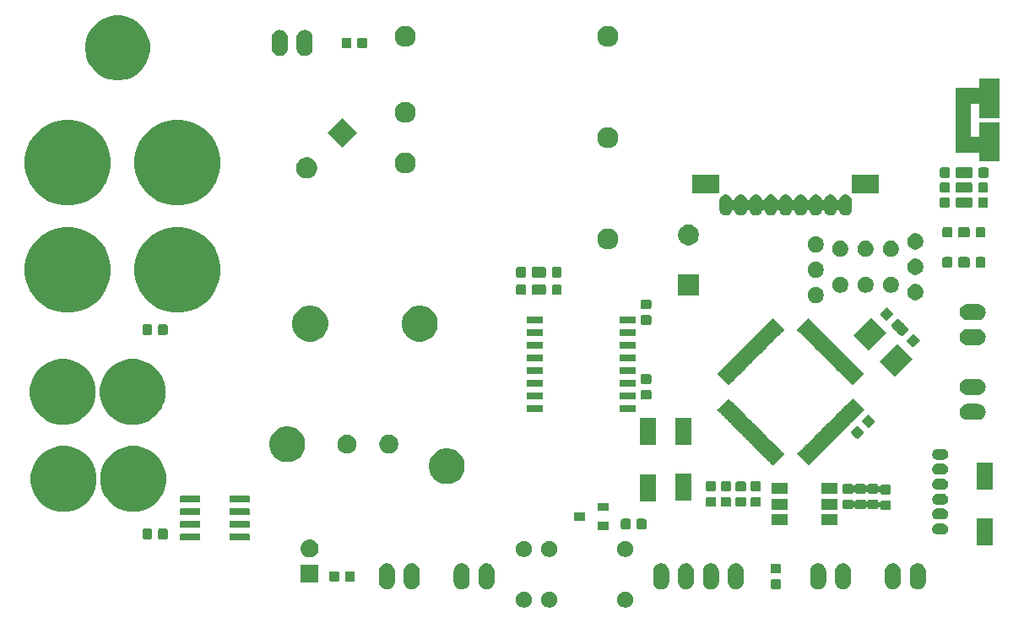
<source format=gbr>
G04 #@! TF.GenerationSoftware,KiCad,Pcbnew,(5.1.2)-1*
G04 #@! TF.CreationDate,2019-06-09T18:28:46+09:00*
G04 #@! TF.ProjectId,Control_5VOUT_ElectrocityManager,436f6e74-726f-46c5-9f35-564f55545f45,rev?*
G04 #@! TF.SameCoordinates,Original*
G04 #@! TF.FileFunction,Soldermask,Top*
G04 #@! TF.FilePolarity,Negative*
%FSLAX46Y46*%
G04 Gerber Fmt 4.6, Leading zero omitted, Abs format (unit mm)*
G04 Created by KiCad (PCBNEW (5.1.2)-1) date 2019-06-09 18:28:46*
%MOMM*%
%LPD*%
G04 APERTURE LIST*
%ADD10C,0.100000*%
G04 APERTURE END LIST*
D10*
G36*
X96987142Y-107298242D02*
G01*
X97135101Y-107359529D01*
X97268255Y-107448499D01*
X97381501Y-107561745D01*
X97470471Y-107694899D01*
X97531758Y-107842858D01*
X97563000Y-107999925D01*
X97563000Y-108160075D01*
X97531758Y-108317142D01*
X97470471Y-108465101D01*
X97381501Y-108598255D01*
X97268255Y-108711501D01*
X97135101Y-108800471D01*
X96987142Y-108861758D01*
X96830075Y-108893000D01*
X96669925Y-108893000D01*
X96512858Y-108861758D01*
X96364899Y-108800471D01*
X96231745Y-108711501D01*
X96118499Y-108598255D01*
X96029529Y-108465101D01*
X95968242Y-108317142D01*
X95937000Y-108160075D01*
X95937000Y-107999925D01*
X95968242Y-107842858D01*
X96029529Y-107694899D01*
X96118499Y-107561745D01*
X96231745Y-107448499D01*
X96364899Y-107359529D01*
X96512858Y-107298242D01*
X96669925Y-107267000D01*
X96830075Y-107267000D01*
X96987142Y-107298242D01*
X96987142Y-107298242D01*
G37*
G36*
X99527142Y-107298242D02*
G01*
X99675101Y-107359529D01*
X99808255Y-107448499D01*
X99921501Y-107561745D01*
X100010471Y-107694899D01*
X100071758Y-107842858D01*
X100103000Y-107999925D01*
X100103000Y-108160075D01*
X100071758Y-108317142D01*
X100010471Y-108465101D01*
X99921501Y-108598255D01*
X99808255Y-108711501D01*
X99675101Y-108800471D01*
X99527142Y-108861758D01*
X99370075Y-108893000D01*
X99209925Y-108893000D01*
X99052858Y-108861758D01*
X98904899Y-108800471D01*
X98771745Y-108711501D01*
X98658499Y-108598255D01*
X98569529Y-108465101D01*
X98508242Y-108317142D01*
X98477000Y-108160075D01*
X98477000Y-107999925D01*
X98508242Y-107842858D01*
X98569529Y-107694899D01*
X98658499Y-107561745D01*
X98771745Y-107448499D01*
X98904899Y-107359529D01*
X99052858Y-107298242D01*
X99209925Y-107267000D01*
X99370075Y-107267000D01*
X99527142Y-107298242D01*
X99527142Y-107298242D01*
G37*
G36*
X107147142Y-107298242D02*
G01*
X107295101Y-107359529D01*
X107428255Y-107448499D01*
X107541501Y-107561745D01*
X107630471Y-107694899D01*
X107691758Y-107842858D01*
X107723000Y-107999925D01*
X107723000Y-108160075D01*
X107691758Y-108317142D01*
X107630471Y-108465101D01*
X107541501Y-108598255D01*
X107428255Y-108711501D01*
X107295101Y-108800471D01*
X107147142Y-108861758D01*
X106990075Y-108893000D01*
X106829925Y-108893000D01*
X106672858Y-108861758D01*
X106524899Y-108800471D01*
X106391745Y-108711501D01*
X106278499Y-108598255D01*
X106189529Y-108465101D01*
X106128242Y-108317142D01*
X106097000Y-108160075D01*
X106097000Y-107999925D01*
X106128242Y-107842858D01*
X106189529Y-107694899D01*
X106278499Y-107561745D01*
X106391745Y-107448499D01*
X106524899Y-107359529D01*
X106672858Y-107298242D01*
X106829925Y-107267000D01*
X106990075Y-107267000D01*
X107147142Y-107298242D01*
X107147142Y-107298242D01*
G37*
G36*
X93157022Y-104460590D02*
G01*
X93248676Y-104488393D01*
X93308012Y-104506392D01*
X93381250Y-104545539D01*
X93447164Y-104580771D01*
X93569133Y-104680867D01*
X93599812Y-104718250D01*
X93669229Y-104802835D01*
X93743608Y-104941987D01*
X93758875Y-104992318D01*
X93789410Y-105092977D01*
X93801000Y-105210655D01*
X93801000Y-106289345D01*
X93789410Y-106407023D01*
X93758875Y-106507682D01*
X93743608Y-106558013D01*
X93669229Y-106697165D01*
X93569133Y-106819133D01*
X93447165Y-106919229D01*
X93308013Y-106993608D01*
X93257682Y-107008875D01*
X93157023Y-107039410D01*
X93000000Y-107054875D01*
X92842978Y-107039410D01*
X92742319Y-107008875D01*
X92691988Y-106993608D01*
X92552836Y-106919229D01*
X92430868Y-106819133D01*
X92330772Y-106697165D01*
X92256393Y-106558013D01*
X92241126Y-106507682D01*
X92210591Y-106407023D01*
X92199001Y-106289345D01*
X92199000Y-105210656D01*
X92210590Y-105092978D01*
X92256392Y-104941989D01*
X92256392Y-104941988D01*
X92330771Y-104802836D01*
X92330772Y-104802835D01*
X92430867Y-104680867D01*
X92552835Y-104580771D01*
X92618749Y-104545539D01*
X92691987Y-104506392D01*
X92751323Y-104488393D01*
X92842977Y-104460590D01*
X93000000Y-104445125D01*
X93157022Y-104460590D01*
X93157022Y-104460590D01*
G37*
G36*
X128907022Y-104460590D02*
G01*
X128998676Y-104488393D01*
X129058012Y-104506392D01*
X129131250Y-104545539D01*
X129197164Y-104580771D01*
X129319133Y-104680867D01*
X129349812Y-104718250D01*
X129419229Y-104802835D01*
X129493608Y-104941987D01*
X129508875Y-104992318D01*
X129539410Y-105092977D01*
X129551000Y-105210655D01*
X129551000Y-106289345D01*
X129539410Y-106407023D01*
X129508875Y-106507682D01*
X129493608Y-106558013D01*
X129419229Y-106697165D01*
X129319133Y-106819133D01*
X129197165Y-106919229D01*
X129058013Y-106993608D01*
X129007682Y-107008875D01*
X128907023Y-107039410D01*
X128750000Y-107054875D01*
X128592978Y-107039410D01*
X128492319Y-107008875D01*
X128441988Y-106993608D01*
X128302836Y-106919229D01*
X128180868Y-106819133D01*
X128080772Y-106697165D01*
X128006393Y-106558013D01*
X127991126Y-106507682D01*
X127960591Y-106407023D01*
X127949001Y-106289345D01*
X127949000Y-105210656D01*
X127960590Y-105092978D01*
X128006392Y-104941989D01*
X128006392Y-104941988D01*
X128080771Y-104802836D01*
X128080772Y-104802835D01*
X128180867Y-104680867D01*
X128302835Y-104580771D01*
X128368749Y-104545539D01*
X128441987Y-104506392D01*
X128501323Y-104488393D01*
X128592977Y-104460590D01*
X128750000Y-104445125D01*
X128907022Y-104460590D01*
X128907022Y-104460590D01*
G37*
G36*
X126407022Y-104460590D02*
G01*
X126498676Y-104488393D01*
X126558012Y-104506392D01*
X126631250Y-104545539D01*
X126697164Y-104580771D01*
X126819133Y-104680867D01*
X126849812Y-104718250D01*
X126919229Y-104802835D01*
X126993608Y-104941987D01*
X127008875Y-104992318D01*
X127039410Y-105092977D01*
X127051000Y-105210655D01*
X127051000Y-106289345D01*
X127039410Y-106407023D01*
X127008875Y-106507682D01*
X126993608Y-106558013D01*
X126919229Y-106697165D01*
X126819133Y-106819133D01*
X126697165Y-106919229D01*
X126558013Y-106993608D01*
X126507682Y-107008875D01*
X126407023Y-107039410D01*
X126250000Y-107054875D01*
X126092978Y-107039410D01*
X125992319Y-107008875D01*
X125941988Y-106993608D01*
X125802836Y-106919229D01*
X125680868Y-106819133D01*
X125580772Y-106697165D01*
X125506393Y-106558013D01*
X125491126Y-106507682D01*
X125460591Y-106407023D01*
X125449001Y-106289345D01*
X125449000Y-105210656D01*
X125460590Y-105092978D01*
X125506392Y-104941989D01*
X125506392Y-104941988D01*
X125580771Y-104802836D01*
X125580772Y-104802835D01*
X125680867Y-104680867D01*
X125802835Y-104580771D01*
X125868749Y-104545539D01*
X125941987Y-104506392D01*
X126001323Y-104488393D01*
X126092977Y-104460590D01*
X126250000Y-104445125D01*
X126407022Y-104460590D01*
X126407022Y-104460590D01*
G37*
G36*
X136407022Y-104460590D02*
G01*
X136498676Y-104488393D01*
X136558012Y-104506392D01*
X136631250Y-104545539D01*
X136697164Y-104580771D01*
X136819133Y-104680867D01*
X136849812Y-104718250D01*
X136919229Y-104802835D01*
X136993608Y-104941987D01*
X137008875Y-104992318D01*
X137039410Y-105092977D01*
X137051000Y-105210655D01*
X137051000Y-106289345D01*
X137039410Y-106407023D01*
X137008875Y-106507682D01*
X136993608Y-106558013D01*
X136919229Y-106697165D01*
X136819133Y-106819133D01*
X136697165Y-106919229D01*
X136558013Y-106993608D01*
X136507682Y-107008875D01*
X136407023Y-107039410D01*
X136250000Y-107054875D01*
X136092978Y-107039410D01*
X135992319Y-107008875D01*
X135941988Y-106993608D01*
X135802836Y-106919229D01*
X135680868Y-106819133D01*
X135580772Y-106697165D01*
X135506393Y-106558013D01*
X135491126Y-106507682D01*
X135460591Y-106407023D01*
X135449001Y-106289345D01*
X135449000Y-105210656D01*
X135460590Y-105092978D01*
X135506392Y-104941989D01*
X135506392Y-104941988D01*
X135580771Y-104802836D01*
X135580772Y-104802835D01*
X135680867Y-104680867D01*
X135802835Y-104580771D01*
X135868749Y-104545539D01*
X135941987Y-104506392D01*
X136001323Y-104488393D01*
X136092977Y-104460590D01*
X136250000Y-104445125D01*
X136407022Y-104460590D01*
X136407022Y-104460590D01*
G37*
G36*
X133907022Y-104460590D02*
G01*
X133998676Y-104488393D01*
X134058012Y-104506392D01*
X134131250Y-104545539D01*
X134197164Y-104580771D01*
X134319133Y-104680867D01*
X134349812Y-104718250D01*
X134419229Y-104802835D01*
X134493608Y-104941987D01*
X134508875Y-104992318D01*
X134539410Y-105092977D01*
X134551000Y-105210655D01*
X134551000Y-106289345D01*
X134539410Y-106407023D01*
X134508875Y-106507682D01*
X134493608Y-106558013D01*
X134419229Y-106697165D01*
X134319133Y-106819133D01*
X134197165Y-106919229D01*
X134058013Y-106993608D01*
X134007682Y-107008875D01*
X133907023Y-107039410D01*
X133750000Y-107054875D01*
X133592978Y-107039410D01*
X133492319Y-107008875D01*
X133441988Y-106993608D01*
X133302836Y-106919229D01*
X133180868Y-106819133D01*
X133080772Y-106697165D01*
X133006393Y-106558013D01*
X132991126Y-106507682D01*
X132960591Y-106407023D01*
X132949001Y-106289345D01*
X132949000Y-105210656D01*
X132960590Y-105092978D01*
X133006392Y-104941989D01*
X133006392Y-104941988D01*
X133080771Y-104802836D01*
X133080772Y-104802835D01*
X133180867Y-104680867D01*
X133302835Y-104580771D01*
X133368749Y-104545539D01*
X133441987Y-104506392D01*
X133501323Y-104488393D01*
X133592977Y-104460590D01*
X133750000Y-104445125D01*
X133907022Y-104460590D01*
X133907022Y-104460590D01*
G37*
G36*
X90657022Y-104460590D02*
G01*
X90748676Y-104488393D01*
X90808012Y-104506392D01*
X90881250Y-104545539D01*
X90947164Y-104580771D01*
X91069133Y-104680867D01*
X91099812Y-104718250D01*
X91169229Y-104802835D01*
X91243608Y-104941987D01*
X91258875Y-104992318D01*
X91289410Y-105092977D01*
X91301000Y-105210655D01*
X91301000Y-106289345D01*
X91289410Y-106407023D01*
X91258875Y-106507682D01*
X91243608Y-106558013D01*
X91169229Y-106697165D01*
X91069133Y-106819133D01*
X90947165Y-106919229D01*
X90808013Y-106993608D01*
X90757682Y-107008875D01*
X90657023Y-107039410D01*
X90500000Y-107054875D01*
X90342978Y-107039410D01*
X90242319Y-107008875D01*
X90191988Y-106993608D01*
X90052836Y-106919229D01*
X89930868Y-106819133D01*
X89830772Y-106697165D01*
X89756393Y-106558013D01*
X89741126Y-106507682D01*
X89710591Y-106407023D01*
X89699001Y-106289345D01*
X89699000Y-105210656D01*
X89710590Y-105092978D01*
X89756392Y-104941989D01*
X89756392Y-104941988D01*
X89830771Y-104802836D01*
X89830772Y-104802835D01*
X89930867Y-104680867D01*
X90052835Y-104580771D01*
X90118749Y-104545539D01*
X90191987Y-104506392D01*
X90251323Y-104488393D01*
X90342977Y-104460590D01*
X90500000Y-104445125D01*
X90657022Y-104460590D01*
X90657022Y-104460590D01*
G37*
G36*
X110657022Y-104460590D02*
G01*
X110748676Y-104488393D01*
X110808012Y-104506392D01*
X110881250Y-104545539D01*
X110947164Y-104580771D01*
X111069133Y-104680867D01*
X111099812Y-104718250D01*
X111169229Y-104802835D01*
X111243608Y-104941987D01*
X111258875Y-104992318D01*
X111289410Y-105092977D01*
X111301000Y-105210655D01*
X111301000Y-106289345D01*
X111289410Y-106407023D01*
X111258875Y-106507682D01*
X111243608Y-106558013D01*
X111169229Y-106697165D01*
X111069133Y-106819133D01*
X110947165Y-106919229D01*
X110808013Y-106993608D01*
X110757682Y-107008875D01*
X110657023Y-107039410D01*
X110500000Y-107054875D01*
X110342978Y-107039410D01*
X110242319Y-107008875D01*
X110191988Y-106993608D01*
X110052836Y-106919229D01*
X109930868Y-106819133D01*
X109830772Y-106697165D01*
X109756393Y-106558013D01*
X109741126Y-106507682D01*
X109710591Y-106407023D01*
X109699001Y-106289345D01*
X109699000Y-105210656D01*
X109710590Y-105092978D01*
X109756392Y-104941989D01*
X109756392Y-104941988D01*
X109830771Y-104802836D01*
X109830772Y-104802835D01*
X109930867Y-104680867D01*
X110052835Y-104580771D01*
X110118749Y-104545539D01*
X110191987Y-104506392D01*
X110251323Y-104488393D01*
X110342977Y-104460590D01*
X110500000Y-104445125D01*
X110657022Y-104460590D01*
X110657022Y-104460590D01*
G37*
G36*
X85657022Y-104460590D02*
G01*
X85748676Y-104488393D01*
X85808012Y-104506392D01*
X85881250Y-104545539D01*
X85947164Y-104580771D01*
X86069133Y-104680867D01*
X86099812Y-104718250D01*
X86169229Y-104802835D01*
X86243608Y-104941987D01*
X86258875Y-104992318D01*
X86289410Y-105092977D01*
X86301000Y-105210655D01*
X86301000Y-106289345D01*
X86289410Y-106407023D01*
X86258875Y-106507682D01*
X86243608Y-106558013D01*
X86169229Y-106697165D01*
X86069133Y-106819133D01*
X85947165Y-106919229D01*
X85808013Y-106993608D01*
X85757682Y-107008875D01*
X85657023Y-107039410D01*
X85500000Y-107054875D01*
X85342978Y-107039410D01*
X85242319Y-107008875D01*
X85191988Y-106993608D01*
X85052836Y-106919229D01*
X84930868Y-106819133D01*
X84830772Y-106697165D01*
X84756393Y-106558013D01*
X84741126Y-106507682D01*
X84710591Y-106407023D01*
X84699001Y-106289345D01*
X84699000Y-105210656D01*
X84710590Y-105092978D01*
X84756392Y-104941989D01*
X84756392Y-104941988D01*
X84830771Y-104802836D01*
X84830772Y-104802835D01*
X84930867Y-104680867D01*
X85052835Y-104580771D01*
X85118749Y-104545539D01*
X85191987Y-104506392D01*
X85251323Y-104488393D01*
X85342977Y-104460590D01*
X85500000Y-104445125D01*
X85657022Y-104460590D01*
X85657022Y-104460590D01*
G37*
G36*
X83157022Y-104460590D02*
G01*
X83248676Y-104488393D01*
X83308012Y-104506392D01*
X83381250Y-104545539D01*
X83447164Y-104580771D01*
X83569133Y-104680867D01*
X83599812Y-104718250D01*
X83669229Y-104802835D01*
X83743608Y-104941987D01*
X83758875Y-104992318D01*
X83789410Y-105092977D01*
X83801000Y-105210655D01*
X83801000Y-106289345D01*
X83789410Y-106407023D01*
X83758875Y-106507682D01*
X83743608Y-106558013D01*
X83669229Y-106697165D01*
X83569133Y-106819133D01*
X83447165Y-106919229D01*
X83308013Y-106993608D01*
X83257682Y-107008875D01*
X83157023Y-107039410D01*
X83000000Y-107054875D01*
X82842978Y-107039410D01*
X82742319Y-107008875D01*
X82691988Y-106993608D01*
X82552836Y-106919229D01*
X82430868Y-106819133D01*
X82330772Y-106697165D01*
X82256393Y-106558013D01*
X82241126Y-106507682D01*
X82210591Y-106407023D01*
X82199001Y-106289345D01*
X82199000Y-105210656D01*
X82210590Y-105092978D01*
X82256392Y-104941989D01*
X82256392Y-104941988D01*
X82330771Y-104802836D01*
X82330772Y-104802835D01*
X82430867Y-104680867D01*
X82552835Y-104580771D01*
X82618749Y-104545539D01*
X82691987Y-104506392D01*
X82751323Y-104488393D01*
X82842977Y-104460590D01*
X83000000Y-104445125D01*
X83157022Y-104460590D01*
X83157022Y-104460590D01*
G37*
G36*
X118157022Y-104460590D02*
G01*
X118248676Y-104488393D01*
X118308012Y-104506392D01*
X118381250Y-104545539D01*
X118447164Y-104580771D01*
X118569133Y-104680867D01*
X118599812Y-104718250D01*
X118669229Y-104802835D01*
X118743608Y-104941987D01*
X118758875Y-104992318D01*
X118789410Y-105092977D01*
X118801000Y-105210655D01*
X118801000Y-106289345D01*
X118789410Y-106407023D01*
X118758875Y-106507682D01*
X118743608Y-106558013D01*
X118669229Y-106697165D01*
X118569133Y-106819133D01*
X118447165Y-106919229D01*
X118308013Y-106993608D01*
X118257682Y-107008875D01*
X118157023Y-107039410D01*
X118000000Y-107054875D01*
X117842978Y-107039410D01*
X117742319Y-107008875D01*
X117691988Y-106993608D01*
X117552836Y-106919229D01*
X117430868Y-106819133D01*
X117330772Y-106697165D01*
X117256393Y-106558013D01*
X117241126Y-106507682D01*
X117210591Y-106407023D01*
X117199001Y-106289345D01*
X117199000Y-105210656D01*
X117210590Y-105092978D01*
X117256392Y-104941989D01*
X117256392Y-104941988D01*
X117330771Y-104802836D01*
X117330772Y-104802835D01*
X117430867Y-104680867D01*
X117552835Y-104580771D01*
X117618749Y-104545539D01*
X117691987Y-104506392D01*
X117751323Y-104488393D01*
X117842977Y-104460590D01*
X118000000Y-104445125D01*
X118157022Y-104460590D01*
X118157022Y-104460590D01*
G37*
G36*
X113157022Y-104460590D02*
G01*
X113248676Y-104488393D01*
X113308012Y-104506392D01*
X113381250Y-104545539D01*
X113447164Y-104580771D01*
X113569133Y-104680867D01*
X113599812Y-104718250D01*
X113669229Y-104802835D01*
X113743608Y-104941987D01*
X113758875Y-104992318D01*
X113789410Y-105092977D01*
X113801000Y-105210655D01*
X113801000Y-106289345D01*
X113789410Y-106407023D01*
X113758875Y-106507682D01*
X113743608Y-106558013D01*
X113669229Y-106697165D01*
X113569133Y-106819133D01*
X113447165Y-106919229D01*
X113308013Y-106993608D01*
X113257682Y-107008875D01*
X113157023Y-107039410D01*
X113000000Y-107054875D01*
X112842978Y-107039410D01*
X112742319Y-107008875D01*
X112691988Y-106993608D01*
X112552836Y-106919229D01*
X112430868Y-106819133D01*
X112330772Y-106697165D01*
X112256393Y-106558013D01*
X112241126Y-106507682D01*
X112210591Y-106407023D01*
X112199001Y-106289345D01*
X112199000Y-105210656D01*
X112210590Y-105092978D01*
X112256392Y-104941989D01*
X112256392Y-104941988D01*
X112330771Y-104802836D01*
X112330772Y-104802835D01*
X112430867Y-104680867D01*
X112552835Y-104580771D01*
X112618749Y-104545539D01*
X112691987Y-104506392D01*
X112751323Y-104488393D01*
X112842977Y-104460590D01*
X113000000Y-104445125D01*
X113157022Y-104460590D01*
X113157022Y-104460590D01*
G37*
G36*
X115657022Y-104460590D02*
G01*
X115748676Y-104488393D01*
X115808012Y-104506392D01*
X115881250Y-104545539D01*
X115947164Y-104580771D01*
X116069133Y-104680867D01*
X116099812Y-104718250D01*
X116169229Y-104802835D01*
X116243608Y-104941987D01*
X116258875Y-104992318D01*
X116289410Y-105092977D01*
X116301000Y-105210655D01*
X116301000Y-106289345D01*
X116289410Y-106407023D01*
X116258875Y-106507682D01*
X116243608Y-106558013D01*
X116169229Y-106697165D01*
X116069133Y-106819133D01*
X115947165Y-106919229D01*
X115808013Y-106993608D01*
X115757682Y-107008875D01*
X115657023Y-107039410D01*
X115500000Y-107054875D01*
X115342978Y-107039410D01*
X115242319Y-107008875D01*
X115191988Y-106993608D01*
X115052836Y-106919229D01*
X114930868Y-106819133D01*
X114830772Y-106697165D01*
X114756393Y-106558013D01*
X114741126Y-106507682D01*
X114710591Y-106407023D01*
X114699001Y-106289345D01*
X114699000Y-105210656D01*
X114710590Y-105092978D01*
X114756392Y-104941989D01*
X114756392Y-104941988D01*
X114830771Y-104802836D01*
X114830772Y-104802835D01*
X114930867Y-104680867D01*
X115052835Y-104580771D01*
X115118749Y-104545539D01*
X115191987Y-104506392D01*
X115251323Y-104488393D01*
X115342977Y-104460590D01*
X115500000Y-104445125D01*
X115657022Y-104460590D01*
X115657022Y-104460590D01*
G37*
G36*
X122379591Y-106053085D02*
G01*
X122413569Y-106063393D01*
X122444890Y-106080134D01*
X122472339Y-106102661D01*
X122494866Y-106130110D01*
X122511607Y-106161431D01*
X122521915Y-106195409D01*
X122526000Y-106236890D01*
X122526000Y-106838110D01*
X122521915Y-106879591D01*
X122511607Y-106913569D01*
X122494866Y-106944890D01*
X122472339Y-106972339D01*
X122444890Y-106994866D01*
X122413569Y-107011607D01*
X122379591Y-107021915D01*
X122338110Y-107026000D01*
X121661890Y-107026000D01*
X121620409Y-107021915D01*
X121586431Y-107011607D01*
X121555110Y-106994866D01*
X121527661Y-106972339D01*
X121505134Y-106944890D01*
X121488393Y-106913569D01*
X121478085Y-106879591D01*
X121474000Y-106838110D01*
X121474000Y-106236890D01*
X121478085Y-106195409D01*
X121488393Y-106161431D01*
X121505134Y-106130110D01*
X121527661Y-106102661D01*
X121555110Y-106080134D01*
X121586431Y-106063393D01*
X121620409Y-106053085D01*
X121661890Y-106049000D01*
X122338110Y-106049000D01*
X122379591Y-106053085D01*
X122379591Y-106053085D01*
G37*
G36*
X76151000Y-106401000D02*
G01*
X74349000Y-106401000D01*
X74349000Y-104599000D01*
X76151000Y-104599000D01*
X76151000Y-106401000D01*
X76151000Y-106401000D01*
G37*
G36*
X79629591Y-105228085D02*
G01*
X79663569Y-105238393D01*
X79694890Y-105255134D01*
X79722339Y-105277661D01*
X79744866Y-105305110D01*
X79761607Y-105336431D01*
X79771915Y-105370409D01*
X79776000Y-105411890D01*
X79776000Y-106088110D01*
X79771915Y-106129591D01*
X79761607Y-106163569D01*
X79744866Y-106194890D01*
X79722339Y-106222339D01*
X79694890Y-106244866D01*
X79663569Y-106261607D01*
X79629591Y-106271915D01*
X79588110Y-106276000D01*
X78986890Y-106276000D01*
X78945409Y-106271915D01*
X78911431Y-106261607D01*
X78880110Y-106244866D01*
X78852661Y-106222339D01*
X78830134Y-106194890D01*
X78813393Y-106163569D01*
X78803085Y-106129591D01*
X78799000Y-106088110D01*
X78799000Y-105411890D01*
X78803085Y-105370409D01*
X78813393Y-105336431D01*
X78830134Y-105305110D01*
X78852661Y-105277661D01*
X78880110Y-105255134D01*
X78911431Y-105238393D01*
X78945409Y-105228085D01*
X78986890Y-105224000D01*
X79588110Y-105224000D01*
X79629591Y-105228085D01*
X79629591Y-105228085D01*
G37*
G36*
X78054591Y-105228085D02*
G01*
X78088569Y-105238393D01*
X78119890Y-105255134D01*
X78147339Y-105277661D01*
X78169866Y-105305110D01*
X78186607Y-105336431D01*
X78196915Y-105370409D01*
X78201000Y-105411890D01*
X78201000Y-106088110D01*
X78196915Y-106129591D01*
X78186607Y-106163569D01*
X78169866Y-106194890D01*
X78147339Y-106222339D01*
X78119890Y-106244866D01*
X78088569Y-106261607D01*
X78054591Y-106271915D01*
X78013110Y-106276000D01*
X77411890Y-106276000D01*
X77370409Y-106271915D01*
X77336431Y-106261607D01*
X77305110Y-106244866D01*
X77277661Y-106222339D01*
X77255134Y-106194890D01*
X77238393Y-106163569D01*
X77228085Y-106129591D01*
X77224000Y-106088110D01*
X77224000Y-105411890D01*
X77228085Y-105370409D01*
X77238393Y-105336431D01*
X77255134Y-105305110D01*
X77277661Y-105277661D01*
X77305110Y-105255134D01*
X77336431Y-105238393D01*
X77370409Y-105228085D01*
X77411890Y-105224000D01*
X78013110Y-105224000D01*
X78054591Y-105228085D01*
X78054591Y-105228085D01*
G37*
G36*
X122379591Y-104478085D02*
G01*
X122413569Y-104488393D01*
X122444890Y-104505134D01*
X122472339Y-104527661D01*
X122494866Y-104555110D01*
X122511607Y-104586431D01*
X122521915Y-104620409D01*
X122526000Y-104661890D01*
X122526000Y-105263110D01*
X122521915Y-105304591D01*
X122511607Y-105338569D01*
X122494866Y-105369890D01*
X122472339Y-105397339D01*
X122444890Y-105419866D01*
X122413569Y-105436607D01*
X122379591Y-105446915D01*
X122338110Y-105451000D01*
X121661890Y-105451000D01*
X121620409Y-105446915D01*
X121586431Y-105436607D01*
X121555110Y-105419866D01*
X121527661Y-105397339D01*
X121505134Y-105369890D01*
X121488393Y-105338569D01*
X121478085Y-105304591D01*
X121474000Y-105263110D01*
X121474000Y-104661890D01*
X121478085Y-104620409D01*
X121488393Y-104586431D01*
X121505134Y-104555110D01*
X121527661Y-104527661D01*
X121555110Y-104505134D01*
X121586431Y-104488393D01*
X121620409Y-104478085D01*
X121661890Y-104474000D01*
X122338110Y-104474000D01*
X122379591Y-104478085D01*
X122379591Y-104478085D01*
G37*
G36*
X75354447Y-102064928D02*
G01*
X75426627Y-102072037D01*
X75596466Y-102123557D01*
X75752991Y-102207222D01*
X75766420Y-102218243D01*
X75890186Y-102319814D01*
X75973448Y-102421271D01*
X76002778Y-102457009D01*
X76086443Y-102613534D01*
X76137963Y-102783373D01*
X76155359Y-102960000D01*
X76137963Y-103136627D01*
X76086443Y-103306466D01*
X76002778Y-103462991D01*
X75973448Y-103498729D01*
X75890186Y-103600186D01*
X75788729Y-103683448D01*
X75752991Y-103712778D01*
X75674728Y-103754611D01*
X75623940Y-103781758D01*
X75596466Y-103796443D01*
X75426627Y-103847963D01*
X75360443Y-103854481D01*
X75294260Y-103861000D01*
X75205740Y-103861000D01*
X75139557Y-103854481D01*
X75073373Y-103847963D01*
X74903534Y-103796443D01*
X74876061Y-103781758D01*
X74825272Y-103754611D01*
X74747009Y-103712778D01*
X74711271Y-103683448D01*
X74609814Y-103600186D01*
X74526552Y-103498729D01*
X74497222Y-103462991D01*
X74413557Y-103306466D01*
X74362037Y-103136627D01*
X74344641Y-102960000D01*
X74362037Y-102783373D01*
X74413557Y-102613534D01*
X74497222Y-102457009D01*
X74526552Y-102421271D01*
X74609814Y-102319814D01*
X74733580Y-102218243D01*
X74747009Y-102207222D01*
X74903534Y-102123557D01*
X75073373Y-102072037D01*
X75145553Y-102064928D01*
X75205740Y-102059000D01*
X75294260Y-102059000D01*
X75354447Y-102064928D01*
X75354447Y-102064928D01*
G37*
G36*
X99527142Y-102218242D02*
G01*
X99675101Y-102279529D01*
X99808255Y-102368499D01*
X99921501Y-102481745D01*
X100010471Y-102614899D01*
X100071758Y-102762858D01*
X100103000Y-102919925D01*
X100103000Y-103080075D01*
X100071758Y-103237142D01*
X100010471Y-103385101D01*
X99921501Y-103518255D01*
X99808255Y-103631501D01*
X99675101Y-103720471D01*
X99527142Y-103781758D01*
X99370075Y-103813000D01*
X99209925Y-103813000D01*
X99052858Y-103781758D01*
X98904899Y-103720471D01*
X98771745Y-103631501D01*
X98658499Y-103518255D01*
X98569529Y-103385101D01*
X98508242Y-103237142D01*
X98477000Y-103080075D01*
X98477000Y-102919925D01*
X98508242Y-102762858D01*
X98569529Y-102614899D01*
X98658499Y-102481745D01*
X98771745Y-102368499D01*
X98904899Y-102279529D01*
X99052858Y-102218242D01*
X99209925Y-102187000D01*
X99370075Y-102187000D01*
X99527142Y-102218242D01*
X99527142Y-102218242D01*
G37*
G36*
X96987142Y-102218242D02*
G01*
X97135101Y-102279529D01*
X97268255Y-102368499D01*
X97381501Y-102481745D01*
X97470471Y-102614899D01*
X97531758Y-102762858D01*
X97563000Y-102919925D01*
X97563000Y-103080075D01*
X97531758Y-103237142D01*
X97470471Y-103385101D01*
X97381501Y-103518255D01*
X97268255Y-103631501D01*
X97135101Y-103720471D01*
X96987142Y-103781758D01*
X96830075Y-103813000D01*
X96669925Y-103813000D01*
X96512858Y-103781758D01*
X96364899Y-103720471D01*
X96231745Y-103631501D01*
X96118499Y-103518255D01*
X96029529Y-103385101D01*
X95968242Y-103237142D01*
X95937000Y-103080075D01*
X95937000Y-102919925D01*
X95968242Y-102762858D01*
X96029529Y-102614899D01*
X96118499Y-102481745D01*
X96231745Y-102368499D01*
X96364899Y-102279529D01*
X96512858Y-102218242D01*
X96669925Y-102187000D01*
X96830075Y-102187000D01*
X96987142Y-102218242D01*
X96987142Y-102218242D01*
G37*
G36*
X107147142Y-102218242D02*
G01*
X107295101Y-102279529D01*
X107428255Y-102368499D01*
X107541501Y-102481745D01*
X107630471Y-102614899D01*
X107691758Y-102762858D01*
X107723000Y-102919925D01*
X107723000Y-103080075D01*
X107691758Y-103237142D01*
X107630471Y-103385101D01*
X107541501Y-103518255D01*
X107428255Y-103631501D01*
X107295101Y-103720471D01*
X107147142Y-103781758D01*
X106990075Y-103813000D01*
X106829925Y-103813000D01*
X106672858Y-103781758D01*
X106524899Y-103720471D01*
X106391745Y-103631501D01*
X106278499Y-103518255D01*
X106189529Y-103385101D01*
X106128242Y-103237142D01*
X106097000Y-103080075D01*
X106097000Y-102919925D01*
X106128242Y-102762858D01*
X106189529Y-102614899D01*
X106278499Y-102481745D01*
X106391745Y-102368499D01*
X106524899Y-102279529D01*
X106672858Y-102218242D01*
X106829925Y-102187000D01*
X106990075Y-102187000D01*
X107147142Y-102218242D01*
X107147142Y-102218242D01*
G37*
G36*
X143801000Y-102651000D02*
G01*
X142199000Y-102651000D01*
X142199000Y-99949000D01*
X143801000Y-99949000D01*
X143801000Y-102651000D01*
X143801000Y-102651000D01*
G37*
G36*
X64209928Y-101456764D02*
G01*
X64231009Y-101463160D01*
X64250445Y-101473548D01*
X64267476Y-101487524D01*
X64281452Y-101504555D01*
X64291840Y-101523991D01*
X64298236Y-101545072D01*
X64301000Y-101573140D01*
X64301000Y-102036860D01*
X64298236Y-102064928D01*
X64291840Y-102086009D01*
X64281452Y-102105445D01*
X64267476Y-102122476D01*
X64250445Y-102136452D01*
X64231009Y-102146840D01*
X64209928Y-102153236D01*
X64181860Y-102156000D01*
X62368140Y-102156000D01*
X62340072Y-102153236D01*
X62318991Y-102146840D01*
X62299555Y-102136452D01*
X62282524Y-102122476D01*
X62268548Y-102105445D01*
X62258160Y-102086009D01*
X62251764Y-102064928D01*
X62249000Y-102036860D01*
X62249000Y-101573140D01*
X62251764Y-101545072D01*
X62258160Y-101523991D01*
X62268548Y-101504555D01*
X62282524Y-101487524D01*
X62299555Y-101473548D01*
X62318991Y-101463160D01*
X62340072Y-101456764D01*
X62368140Y-101454000D01*
X64181860Y-101454000D01*
X64209928Y-101456764D01*
X64209928Y-101456764D01*
G37*
G36*
X69159928Y-101456764D02*
G01*
X69181009Y-101463160D01*
X69200445Y-101473548D01*
X69217476Y-101487524D01*
X69231452Y-101504555D01*
X69241840Y-101523991D01*
X69248236Y-101545072D01*
X69251000Y-101573140D01*
X69251000Y-102036860D01*
X69248236Y-102064928D01*
X69241840Y-102086009D01*
X69231452Y-102105445D01*
X69217476Y-102122476D01*
X69200445Y-102136452D01*
X69181009Y-102146840D01*
X69159928Y-102153236D01*
X69131860Y-102156000D01*
X67318140Y-102156000D01*
X67290072Y-102153236D01*
X67268991Y-102146840D01*
X67249555Y-102136452D01*
X67232524Y-102122476D01*
X67218548Y-102105445D01*
X67208160Y-102086009D01*
X67201764Y-102064928D01*
X67199000Y-102036860D01*
X67199000Y-101573140D01*
X67201764Y-101545072D01*
X67208160Y-101523991D01*
X67218548Y-101504555D01*
X67232524Y-101487524D01*
X67249555Y-101473548D01*
X67268991Y-101463160D01*
X67290072Y-101456764D01*
X67318140Y-101454000D01*
X69131860Y-101454000D01*
X69159928Y-101456764D01*
X69159928Y-101456764D01*
G37*
G36*
X59304591Y-100978085D02*
G01*
X59338569Y-100988393D01*
X59369890Y-101005134D01*
X59397339Y-101027661D01*
X59419866Y-101055110D01*
X59436607Y-101086431D01*
X59446915Y-101120409D01*
X59451000Y-101161890D01*
X59451000Y-101838110D01*
X59446915Y-101879591D01*
X59436607Y-101913569D01*
X59419866Y-101944890D01*
X59397339Y-101972339D01*
X59369890Y-101994866D01*
X59338569Y-102011607D01*
X59304591Y-102021915D01*
X59263110Y-102026000D01*
X58661890Y-102026000D01*
X58620409Y-102021915D01*
X58586431Y-102011607D01*
X58555110Y-101994866D01*
X58527661Y-101972339D01*
X58505134Y-101944890D01*
X58488393Y-101913569D01*
X58478085Y-101879591D01*
X58474000Y-101838110D01*
X58474000Y-101161890D01*
X58478085Y-101120409D01*
X58488393Y-101086431D01*
X58505134Y-101055110D01*
X58527661Y-101027661D01*
X58555110Y-101005134D01*
X58586431Y-100988393D01*
X58620409Y-100978085D01*
X58661890Y-100974000D01*
X59263110Y-100974000D01*
X59304591Y-100978085D01*
X59304591Y-100978085D01*
G37*
G36*
X60879591Y-100978085D02*
G01*
X60913569Y-100988393D01*
X60944890Y-101005134D01*
X60972339Y-101027661D01*
X60994866Y-101055110D01*
X61011607Y-101086431D01*
X61021915Y-101120409D01*
X61026000Y-101161890D01*
X61026000Y-101838110D01*
X61021915Y-101879591D01*
X61011607Y-101913569D01*
X60994866Y-101944890D01*
X60972339Y-101972339D01*
X60944890Y-101994866D01*
X60913569Y-102011607D01*
X60879591Y-102021915D01*
X60838110Y-102026000D01*
X60236890Y-102026000D01*
X60195409Y-102021915D01*
X60161431Y-102011607D01*
X60130110Y-101994866D01*
X60102661Y-101972339D01*
X60080134Y-101944890D01*
X60063393Y-101913569D01*
X60053085Y-101879591D01*
X60049000Y-101838110D01*
X60049000Y-101161890D01*
X60053085Y-101120409D01*
X60063393Y-101086431D01*
X60080134Y-101055110D01*
X60102661Y-101027661D01*
X60130110Y-101005134D01*
X60161431Y-100988393D01*
X60195409Y-100978085D01*
X60236890Y-100974000D01*
X60838110Y-100974000D01*
X60879591Y-100978085D01*
X60879591Y-100978085D01*
G37*
G36*
X138870015Y-100456973D02*
G01*
X138973879Y-100488479D01*
X139001055Y-100503005D01*
X139069600Y-100539643D01*
X139153501Y-100608499D01*
X139222357Y-100692400D01*
X139250332Y-100744738D01*
X139273521Y-100788121D01*
X139305027Y-100891985D01*
X139315666Y-101000000D01*
X139305027Y-101108015D01*
X139273521Y-101211879D01*
X139258995Y-101239055D01*
X139222357Y-101307600D01*
X139153501Y-101391501D01*
X139069600Y-101460357D01*
X139001055Y-101496995D01*
X138973879Y-101511521D01*
X138870015Y-101543027D01*
X138789067Y-101551000D01*
X138210933Y-101551000D01*
X138129985Y-101543027D01*
X138026121Y-101511521D01*
X137998945Y-101496995D01*
X137930400Y-101460357D01*
X137846499Y-101391501D01*
X137777643Y-101307600D01*
X137741005Y-101239055D01*
X137726479Y-101211879D01*
X137694973Y-101108015D01*
X137684334Y-101000000D01*
X137694973Y-100891985D01*
X137726479Y-100788121D01*
X137749668Y-100744738D01*
X137777643Y-100692400D01*
X137846499Y-100608499D01*
X137930400Y-100539643D01*
X137998945Y-100503005D01*
X138026121Y-100488479D01*
X138129985Y-100456973D01*
X138210933Y-100449000D01*
X138789067Y-100449000D01*
X138870015Y-100456973D01*
X138870015Y-100456973D01*
G37*
G36*
X105251000Y-101101000D02*
G01*
X104149000Y-101101000D01*
X104149000Y-100299000D01*
X105251000Y-100299000D01*
X105251000Y-101101000D01*
X105251000Y-101101000D01*
G37*
G36*
X107304591Y-99978085D02*
G01*
X107338569Y-99988393D01*
X107369890Y-100005134D01*
X107397339Y-100027661D01*
X107419866Y-100055110D01*
X107436607Y-100086431D01*
X107446915Y-100120409D01*
X107451000Y-100161890D01*
X107451000Y-100838110D01*
X107446915Y-100879591D01*
X107436607Y-100913569D01*
X107419866Y-100944890D01*
X107397339Y-100972339D01*
X107369890Y-100994866D01*
X107338569Y-101011607D01*
X107304591Y-101021915D01*
X107263110Y-101026000D01*
X106661890Y-101026000D01*
X106620409Y-101021915D01*
X106586431Y-101011607D01*
X106555110Y-100994866D01*
X106527661Y-100972339D01*
X106505134Y-100944890D01*
X106488393Y-100913569D01*
X106478085Y-100879591D01*
X106474000Y-100838110D01*
X106474000Y-100161890D01*
X106478085Y-100120409D01*
X106488393Y-100086431D01*
X106505134Y-100055110D01*
X106527661Y-100027661D01*
X106555110Y-100005134D01*
X106586431Y-99988393D01*
X106620409Y-99978085D01*
X106661890Y-99974000D01*
X107263110Y-99974000D01*
X107304591Y-99978085D01*
X107304591Y-99978085D01*
G37*
G36*
X108879591Y-99978085D02*
G01*
X108913569Y-99988393D01*
X108944890Y-100005134D01*
X108972339Y-100027661D01*
X108994866Y-100055110D01*
X109011607Y-100086431D01*
X109021915Y-100120409D01*
X109026000Y-100161890D01*
X109026000Y-100838110D01*
X109021915Y-100879591D01*
X109011607Y-100913569D01*
X108994866Y-100944890D01*
X108972339Y-100972339D01*
X108944890Y-100994866D01*
X108913569Y-101011607D01*
X108879591Y-101021915D01*
X108838110Y-101026000D01*
X108236890Y-101026000D01*
X108195409Y-101021915D01*
X108161431Y-101011607D01*
X108130110Y-100994866D01*
X108102661Y-100972339D01*
X108080134Y-100944890D01*
X108063393Y-100913569D01*
X108053085Y-100879591D01*
X108049000Y-100838110D01*
X108049000Y-100161890D01*
X108053085Y-100120409D01*
X108063393Y-100086431D01*
X108080134Y-100055110D01*
X108102661Y-100027661D01*
X108130110Y-100005134D01*
X108161431Y-99988393D01*
X108195409Y-99978085D01*
X108236890Y-99974000D01*
X108838110Y-99974000D01*
X108879591Y-99978085D01*
X108879591Y-99978085D01*
G37*
G36*
X69159928Y-100186764D02*
G01*
X69181009Y-100193160D01*
X69200445Y-100203548D01*
X69217476Y-100217524D01*
X69231452Y-100234555D01*
X69241840Y-100253991D01*
X69248236Y-100275072D01*
X69251000Y-100303140D01*
X69251000Y-100766860D01*
X69248236Y-100794928D01*
X69241840Y-100816009D01*
X69231452Y-100835445D01*
X69217476Y-100852476D01*
X69200445Y-100866452D01*
X69181009Y-100876840D01*
X69159928Y-100883236D01*
X69131860Y-100886000D01*
X67318140Y-100886000D01*
X67290072Y-100883236D01*
X67268991Y-100876840D01*
X67249555Y-100866452D01*
X67232524Y-100852476D01*
X67218548Y-100835445D01*
X67208160Y-100816009D01*
X67201764Y-100794928D01*
X67199000Y-100766860D01*
X67199000Y-100303140D01*
X67201764Y-100275072D01*
X67208160Y-100253991D01*
X67218548Y-100234555D01*
X67232524Y-100217524D01*
X67249555Y-100203548D01*
X67268991Y-100193160D01*
X67290072Y-100186764D01*
X67318140Y-100184000D01*
X69131860Y-100184000D01*
X69159928Y-100186764D01*
X69159928Y-100186764D01*
G37*
G36*
X64209928Y-100186764D02*
G01*
X64231009Y-100193160D01*
X64250445Y-100203548D01*
X64267476Y-100217524D01*
X64281452Y-100234555D01*
X64291840Y-100253991D01*
X64298236Y-100275072D01*
X64301000Y-100303140D01*
X64301000Y-100766860D01*
X64298236Y-100794928D01*
X64291840Y-100816009D01*
X64281452Y-100835445D01*
X64267476Y-100852476D01*
X64250445Y-100866452D01*
X64231009Y-100876840D01*
X64209928Y-100883236D01*
X64181860Y-100886000D01*
X62368140Y-100886000D01*
X62340072Y-100883236D01*
X62318991Y-100876840D01*
X62299555Y-100866452D01*
X62282524Y-100852476D01*
X62268548Y-100835445D01*
X62258160Y-100816009D01*
X62251764Y-100794928D01*
X62249000Y-100766860D01*
X62249000Y-100303140D01*
X62251764Y-100275072D01*
X62258160Y-100253991D01*
X62268548Y-100234555D01*
X62282524Y-100217524D01*
X62299555Y-100203548D01*
X62318991Y-100193160D01*
X62340072Y-100186764D01*
X62368140Y-100184000D01*
X64181860Y-100184000D01*
X64209928Y-100186764D01*
X64209928Y-100186764D01*
G37*
G36*
X128201000Y-100651000D02*
G01*
X126599000Y-100651000D01*
X126599000Y-99549000D01*
X128201000Y-99549000D01*
X128201000Y-100651000D01*
X128201000Y-100651000D01*
G37*
G36*
X123201000Y-100651000D02*
G01*
X121599000Y-100651000D01*
X121599000Y-99549000D01*
X123201000Y-99549000D01*
X123201000Y-100651000D01*
X123201000Y-100651000D01*
G37*
G36*
X102851000Y-100151000D02*
G01*
X101749000Y-100151000D01*
X101749000Y-99349000D01*
X102851000Y-99349000D01*
X102851000Y-100151000D01*
X102851000Y-100151000D01*
G37*
G36*
X138870015Y-98956973D02*
G01*
X138973879Y-98988479D01*
X138985828Y-98994866D01*
X139069600Y-99039643D01*
X139153501Y-99108499D01*
X139222357Y-99192400D01*
X139258995Y-99260945D01*
X139273521Y-99288121D01*
X139305027Y-99391985D01*
X139315666Y-99500000D01*
X139305027Y-99608015D01*
X139273521Y-99711879D01*
X139273519Y-99711882D01*
X139222357Y-99807600D01*
X139153501Y-99891501D01*
X139069600Y-99960357D01*
X139017148Y-99988393D01*
X138973879Y-100011521D01*
X138870015Y-100043027D01*
X138789067Y-100051000D01*
X138210933Y-100051000D01*
X138129985Y-100043027D01*
X138026121Y-100011521D01*
X137982852Y-99988393D01*
X137930400Y-99960357D01*
X137846499Y-99891501D01*
X137777643Y-99807600D01*
X137726481Y-99711882D01*
X137726479Y-99711879D01*
X137694973Y-99608015D01*
X137684334Y-99500000D01*
X137694973Y-99391985D01*
X137726479Y-99288121D01*
X137741005Y-99260945D01*
X137777643Y-99192400D01*
X137846499Y-99108499D01*
X137930400Y-99039643D01*
X138014172Y-98994866D01*
X138026121Y-98988479D01*
X138129985Y-98956973D01*
X138210933Y-98949000D01*
X138789067Y-98949000D01*
X138870015Y-98956973D01*
X138870015Y-98956973D01*
G37*
G36*
X69159928Y-98916764D02*
G01*
X69181009Y-98923160D01*
X69200445Y-98933548D01*
X69217476Y-98947524D01*
X69231452Y-98964555D01*
X69241840Y-98983991D01*
X69248236Y-99005072D01*
X69251000Y-99033140D01*
X69251000Y-99496860D01*
X69248236Y-99524928D01*
X69241840Y-99546009D01*
X69231452Y-99565445D01*
X69217476Y-99582476D01*
X69200445Y-99596452D01*
X69181009Y-99606840D01*
X69159928Y-99613236D01*
X69131860Y-99616000D01*
X67318140Y-99616000D01*
X67290072Y-99613236D01*
X67268991Y-99606840D01*
X67249555Y-99596452D01*
X67232524Y-99582476D01*
X67218548Y-99565445D01*
X67208160Y-99546009D01*
X67201764Y-99524928D01*
X67199000Y-99496860D01*
X67199000Y-99033140D01*
X67201764Y-99005072D01*
X67208160Y-98983991D01*
X67218548Y-98964555D01*
X67232524Y-98947524D01*
X67249555Y-98933548D01*
X67268991Y-98923160D01*
X67290072Y-98916764D01*
X67318140Y-98914000D01*
X69131860Y-98914000D01*
X69159928Y-98916764D01*
X69159928Y-98916764D01*
G37*
G36*
X64209928Y-98916764D02*
G01*
X64231009Y-98923160D01*
X64250445Y-98933548D01*
X64267476Y-98947524D01*
X64281452Y-98964555D01*
X64291840Y-98983991D01*
X64298236Y-99005072D01*
X64301000Y-99033140D01*
X64301000Y-99496860D01*
X64298236Y-99524928D01*
X64291840Y-99546009D01*
X64281452Y-99565445D01*
X64267476Y-99582476D01*
X64250445Y-99596452D01*
X64231009Y-99606840D01*
X64209928Y-99613236D01*
X64181860Y-99616000D01*
X62368140Y-99616000D01*
X62340072Y-99613236D01*
X62318991Y-99606840D01*
X62299555Y-99596452D01*
X62282524Y-99582476D01*
X62268548Y-99565445D01*
X62258160Y-99546009D01*
X62251764Y-99524928D01*
X62249000Y-99496860D01*
X62249000Y-99033140D01*
X62251764Y-99005072D01*
X62258160Y-98983991D01*
X62268548Y-98964555D01*
X62282524Y-98947524D01*
X62299555Y-98933548D01*
X62318991Y-98923160D01*
X62340072Y-98916764D01*
X62368140Y-98914000D01*
X64181860Y-98914000D01*
X64209928Y-98916764D01*
X64209928Y-98916764D01*
G37*
G36*
X51537866Y-92800856D02*
G01*
X52138609Y-93049692D01*
X52138611Y-93049693D01*
X52679266Y-93410947D01*
X53139055Y-93870736D01*
X53500309Y-94411391D01*
X53500310Y-94411393D01*
X53749146Y-95012136D01*
X53876001Y-95649880D01*
X53876001Y-96300122D01*
X53749146Y-96937866D01*
X53505154Y-97526915D01*
X53500309Y-97538611D01*
X53139055Y-98079266D01*
X52679266Y-98539055D01*
X52138611Y-98900309D01*
X52138610Y-98900310D01*
X52138609Y-98900310D01*
X51537866Y-99149146D01*
X50900122Y-99276001D01*
X50249880Y-99276001D01*
X49612136Y-99149146D01*
X49011393Y-98900310D01*
X49011392Y-98900310D01*
X49011391Y-98900309D01*
X48470736Y-98539055D01*
X48010947Y-98079266D01*
X47649693Y-97538611D01*
X47644848Y-97526915D01*
X47400856Y-96937866D01*
X47274001Y-96300122D01*
X47274001Y-95649880D01*
X47400856Y-95012136D01*
X47649692Y-94411393D01*
X47649693Y-94411391D01*
X48010947Y-93870736D01*
X48470736Y-93410947D01*
X49011391Y-93049693D01*
X49011393Y-93049692D01*
X49612136Y-92800856D01*
X50249880Y-92674001D01*
X50900122Y-92674001D01*
X51537866Y-92800856D01*
X51537866Y-92800856D01*
G37*
G36*
X58537866Y-92800856D02*
G01*
X59138609Y-93049692D01*
X59138611Y-93049693D01*
X59679266Y-93410947D01*
X60139055Y-93870736D01*
X60500309Y-94411391D01*
X60500310Y-94411393D01*
X60749146Y-95012136D01*
X60876001Y-95649880D01*
X60876001Y-96300122D01*
X60749146Y-96937866D01*
X60505154Y-97526915D01*
X60500309Y-97538611D01*
X60139055Y-98079266D01*
X59679266Y-98539055D01*
X59138611Y-98900309D01*
X59138610Y-98900310D01*
X59138609Y-98900310D01*
X58537866Y-99149146D01*
X57900122Y-99276001D01*
X57249880Y-99276001D01*
X56612136Y-99149146D01*
X56011393Y-98900310D01*
X56011392Y-98900310D01*
X56011391Y-98900309D01*
X55470736Y-98539055D01*
X55010947Y-98079266D01*
X54649693Y-97538611D01*
X54644848Y-97526915D01*
X54400856Y-96937866D01*
X54274001Y-96300122D01*
X54274001Y-95649880D01*
X54400856Y-95012136D01*
X54649692Y-94411393D01*
X54649693Y-94411391D01*
X55010947Y-93870736D01*
X55470736Y-93410947D01*
X56011391Y-93049693D01*
X56011393Y-93049692D01*
X56612136Y-92800856D01*
X57249880Y-92674001D01*
X57900122Y-92674001D01*
X58537866Y-92800856D01*
X58537866Y-92800856D01*
G37*
G36*
X105251000Y-99201000D02*
G01*
X104149000Y-99201000D01*
X104149000Y-98399000D01*
X105251000Y-98399000D01*
X105251000Y-99201000D01*
X105251000Y-99201000D01*
G37*
G36*
X129629591Y-98053085D02*
G01*
X129663569Y-98063393D01*
X129694890Y-98080134D01*
X129722339Y-98102661D01*
X129744866Y-98130110D01*
X129764761Y-98167331D01*
X129778375Y-98187705D01*
X129795702Y-98205032D01*
X129816076Y-98218646D01*
X129838715Y-98228023D01*
X129862749Y-98232803D01*
X129887253Y-98232803D01*
X129911286Y-98228022D01*
X129933925Y-98218645D01*
X129954299Y-98205031D01*
X129971626Y-98187704D01*
X129985239Y-98167331D01*
X130005134Y-98130110D01*
X130027661Y-98102661D01*
X130055110Y-98080134D01*
X130086431Y-98063393D01*
X130120409Y-98053085D01*
X130161890Y-98049000D01*
X130838110Y-98049000D01*
X130879591Y-98053085D01*
X130913569Y-98063393D01*
X130944890Y-98080134D01*
X130972339Y-98102661D01*
X130994866Y-98130110D01*
X131014761Y-98167331D01*
X131028375Y-98187705D01*
X131045702Y-98205032D01*
X131066076Y-98218646D01*
X131088715Y-98228023D01*
X131112749Y-98232803D01*
X131137253Y-98232803D01*
X131161286Y-98228022D01*
X131183925Y-98218645D01*
X131204299Y-98205031D01*
X131221626Y-98187704D01*
X131235239Y-98167331D01*
X131255134Y-98130110D01*
X131277661Y-98102661D01*
X131305110Y-98080134D01*
X131336431Y-98063393D01*
X131370409Y-98053085D01*
X131411890Y-98049000D01*
X132088110Y-98049000D01*
X132129591Y-98053085D01*
X132163569Y-98063393D01*
X132194890Y-98080134D01*
X132222339Y-98102661D01*
X132244866Y-98130110D01*
X132261607Y-98161431D01*
X132271915Y-98195409D01*
X132274154Y-98218143D01*
X132278935Y-98242177D01*
X132288312Y-98264815D01*
X132301926Y-98285190D01*
X132319254Y-98302516D01*
X132339628Y-98316130D01*
X132362267Y-98325507D01*
X132386300Y-98330287D01*
X132410804Y-98330287D01*
X132434838Y-98325506D01*
X132457476Y-98316129D01*
X132477851Y-98302515D01*
X132495177Y-98285187D01*
X132508791Y-98264813D01*
X132518168Y-98242172D01*
X132518393Y-98241431D01*
X132535134Y-98210110D01*
X132557661Y-98182661D01*
X132585110Y-98160134D01*
X132616431Y-98143393D01*
X132650409Y-98133085D01*
X132691890Y-98129000D01*
X133368110Y-98129000D01*
X133409591Y-98133085D01*
X133443569Y-98143393D01*
X133474890Y-98160134D01*
X133502339Y-98182661D01*
X133524866Y-98210110D01*
X133541607Y-98241431D01*
X133551915Y-98275409D01*
X133556000Y-98316890D01*
X133556000Y-98918110D01*
X133551915Y-98959591D01*
X133541607Y-98993569D01*
X133524866Y-99024890D01*
X133502339Y-99052339D01*
X133474890Y-99074866D01*
X133443569Y-99091607D01*
X133409591Y-99101915D01*
X133368110Y-99106000D01*
X132691890Y-99106000D01*
X132650409Y-99101915D01*
X132616431Y-99091607D01*
X132585110Y-99074866D01*
X132557661Y-99052339D01*
X132535134Y-99024890D01*
X132518393Y-98993569D01*
X132508085Y-98959591D01*
X132505846Y-98936857D01*
X132501065Y-98912823D01*
X132491688Y-98890185D01*
X132478074Y-98869810D01*
X132460746Y-98852484D01*
X132440372Y-98838870D01*
X132417733Y-98829493D01*
X132393700Y-98824713D01*
X132369196Y-98824713D01*
X132345162Y-98829494D01*
X132322524Y-98838871D01*
X132302149Y-98852485D01*
X132284823Y-98869813D01*
X132271209Y-98890187D01*
X132261832Y-98912828D01*
X132261607Y-98913569D01*
X132244866Y-98944890D01*
X132222339Y-98972339D01*
X132194890Y-98994866D01*
X132163569Y-99011607D01*
X132129591Y-99021915D01*
X132088110Y-99026000D01*
X131411890Y-99026000D01*
X131370409Y-99021915D01*
X131336431Y-99011607D01*
X131305110Y-98994866D01*
X131277661Y-98972339D01*
X131255134Y-98944890D01*
X131235239Y-98907669D01*
X131221625Y-98887295D01*
X131204298Y-98869968D01*
X131183924Y-98856354D01*
X131161285Y-98846977D01*
X131137251Y-98842197D01*
X131112747Y-98842197D01*
X131088714Y-98846978D01*
X131066075Y-98856355D01*
X131045701Y-98869969D01*
X131028374Y-98887296D01*
X131014761Y-98907669D01*
X130994866Y-98944890D01*
X130972339Y-98972339D01*
X130944890Y-98994866D01*
X130913569Y-99011607D01*
X130879591Y-99021915D01*
X130838110Y-99026000D01*
X130161890Y-99026000D01*
X130120409Y-99021915D01*
X130086431Y-99011607D01*
X130055110Y-98994866D01*
X130027661Y-98972339D01*
X130005134Y-98944890D01*
X129985239Y-98907669D01*
X129971625Y-98887295D01*
X129954298Y-98869968D01*
X129933924Y-98856354D01*
X129911285Y-98846977D01*
X129887251Y-98842197D01*
X129862747Y-98842197D01*
X129838714Y-98846978D01*
X129816075Y-98856355D01*
X129795701Y-98869969D01*
X129778374Y-98887296D01*
X129764761Y-98907669D01*
X129744866Y-98944890D01*
X129722339Y-98972339D01*
X129694890Y-98994866D01*
X129663569Y-99011607D01*
X129629591Y-99021915D01*
X129588110Y-99026000D01*
X128911890Y-99026000D01*
X128870409Y-99021915D01*
X128836431Y-99011607D01*
X128805110Y-98994866D01*
X128777661Y-98972339D01*
X128755134Y-98944890D01*
X128738393Y-98913569D01*
X128728085Y-98879591D01*
X128724000Y-98838110D01*
X128724000Y-98236890D01*
X128728085Y-98195409D01*
X128738393Y-98161431D01*
X128755134Y-98130110D01*
X128777661Y-98102661D01*
X128805110Y-98080134D01*
X128836431Y-98063393D01*
X128870409Y-98053085D01*
X128911890Y-98049000D01*
X129588110Y-98049000D01*
X129629591Y-98053085D01*
X129629591Y-98053085D01*
G37*
G36*
X128201000Y-99051000D02*
G01*
X126599000Y-99051000D01*
X126599000Y-97949000D01*
X128201000Y-97949000D01*
X128201000Y-99051000D01*
X128201000Y-99051000D01*
G37*
G36*
X123201000Y-99051000D02*
G01*
X121599000Y-99051000D01*
X121599000Y-97949000D01*
X123201000Y-97949000D01*
X123201000Y-99051000D01*
X123201000Y-99051000D01*
G37*
G36*
X118879591Y-97803085D02*
G01*
X118913569Y-97813393D01*
X118944890Y-97830134D01*
X118972339Y-97852661D01*
X118994866Y-97880110D01*
X119011607Y-97911431D01*
X119021915Y-97945409D01*
X119026000Y-97986890D01*
X119026000Y-98588110D01*
X119021915Y-98629591D01*
X119011607Y-98663569D01*
X118994866Y-98694890D01*
X118972339Y-98722339D01*
X118944890Y-98744866D01*
X118913569Y-98761607D01*
X118879591Y-98771915D01*
X118838110Y-98776000D01*
X118161890Y-98776000D01*
X118120409Y-98771915D01*
X118086431Y-98761607D01*
X118055110Y-98744866D01*
X118027661Y-98722339D01*
X118005134Y-98694890D01*
X117988393Y-98663569D01*
X117978085Y-98629591D01*
X117974000Y-98588110D01*
X117974000Y-97986890D01*
X117978085Y-97945409D01*
X117988393Y-97911431D01*
X118005134Y-97880110D01*
X118027661Y-97852661D01*
X118055110Y-97830134D01*
X118086431Y-97813393D01*
X118120409Y-97803085D01*
X118161890Y-97799000D01*
X118838110Y-97799000D01*
X118879591Y-97803085D01*
X118879591Y-97803085D01*
G37*
G36*
X120379591Y-97803085D02*
G01*
X120413569Y-97813393D01*
X120444890Y-97830134D01*
X120472339Y-97852661D01*
X120494866Y-97880110D01*
X120511607Y-97911431D01*
X120521915Y-97945409D01*
X120526000Y-97986890D01*
X120526000Y-98588110D01*
X120521915Y-98629591D01*
X120511607Y-98663569D01*
X120494866Y-98694890D01*
X120472339Y-98722339D01*
X120444890Y-98744866D01*
X120413569Y-98761607D01*
X120379591Y-98771915D01*
X120338110Y-98776000D01*
X119661890Y-98776000D01*
X119620409Y-98771915D01*
X119586431Y-98761607D01*
X119555110Y-98744866D01*
X119527661Y-98722339D01*
X119505134Y-98694890D01*
X119488393Y-98663569D01*
X119478085Y-98629591D01*
X119474000Y-98588110D01*
X119474000Y-97986890D01*
X119478085Y-97945409D01*
X119488393Y-97911431D01*
X119505134Y-97880110D01*
X119527661Y-97852661D01*
X119555110Y-97830134D01*
X119586431Y-97813393D01*
X119620409Y-97803085D01*
X119661890Y-97799000D01*
X120338110Y-97799000D01*
X120379591Y-97803085D01*
X120379591Y-97803085D01*
G37*
G36*
X115879591Y-97803085D02*
G01*
X115913569Y-97813393D01*
X115944890Y-97830134D01*
X115972339Y-97852661D01*
X115994866Y-97880110D01*
X116011607Y-97911431D01*
X116021915Y-97945409D01*
X116026000Y-97986890D01*
X116026000Y-98588110D01*
X116021915Y-98629591D01*
X116011607Y-98663569D01*
X115994866Y-98694890D01*
X115972339Y-98722339D01*
X115944890Y-98744866D01*
X115913569Y-98761607D01*
X115879591Y-98771915D01*
X115838110Y-98776000D01*
X115161890Y-98776000D01*
X115120409Y-98771915D01*
X115086431Y-98761607D01*
X115055110Y-98744866D01*
X115027661Y-98722339D01*
X115005134Y-98694890D01*
X114988393Y-98663569D01*
X114978085Y-98629591D01*
X114974000Y-98588110D01*
X114974000Y-97986890D01*
X114978085Y-97945409D01*
X114988393Y-97911431D01*
X115005134Y-97880110D01*
X115027661Y-97852661D01*
X115055110Y-97830134D01*
X115086431Y-97813393D01*
X115120409Y-97803085D01*
X115161890Y-97799000D01*
X115838110Y-97799000D01*
X115879591Y-97803085D01*
X115879591Y-97803085D01*
G37*
G36*
X117379591Y-97803085D02*
G01*
X117413569Y-97813393D01*
X117444890Y-97830134D01*
X117472339Y-97852661D01*
X117494866Y-97880110D01*
X117511607Y-97911431D01*
X117521915Y-97945409D01*
X117526000Y-97986890D01*
X117526000Y-98588110D01*
X117521915Y-98629591D01*
X117511607Y-98663569D01*
X117494866Y-98694890D01*
X117472339Y-98722339D01*
X117444890Y-98744866D01*
X117413569Y-98761607D01*
X117379591Y-98771915D01*
X117338110Y-98776000D01*
X116661890Y-98776000D01*
X116620409Y-98771915D01*
X116586431Y-98761607D01*
X116555110Y-98744866D01*
X116527661Y-98722339D01*
X116505134Y-98694890D01*
X116488393Y-98663569D01*
X116478085Y-98629591D01*
X116474000Y-98588110D01*
X116474000Y-97986890D01*
X116478085Y-97945409D01*
X116488393Y-97911431D01*
X116505134Y-97880110D01*
X116527661Y-97852661D01*
X116555110Y-97830134D01*
X116586431Y-97813393D01*
X116620409Y-97803085D01*
X116661890Y-97799000D01*
X117338110Y-97799000D01*
X117379591Y-97803085D01*
X117379591Y-97803085D01*
G37*
G36*
X138870015Y-97456973D02*
G01*
X138973879Y-97488479D01*
X138995182Y-97499866D01*
X139069600Y-97539643D01*
X139153501Y-97608499D01*
X139222357Y-97692400D01*
X139254395Y-97752339D01*
X139273521Y-97788121D01*
X139305027Y-97891985D01*
X139315666Y-98000000D01*
X139305027Y-98108015D01*
X139273521Y-98211879D01*
X139269904Y-98218645D01*
X139222357Y-98307600D01*
X139153501Y-98391501D01*
X139069600Y-98460357D01*
X139001055Y-98496995D01*
X138973879Y-98511521D01*
X138870015Y-98543027D01*
X138789067Y-98551000D01*
X138210933Y-98551000D01*
X138129985Y-98543027D01*
X138026121Y-98511521D01*
X137998945Y-98496995D01*
X137930400Y-98460357D01*
X137846499Y-98391501D01*
X137777643Y-98307600D01*
X137730096Y-98218645D01*
X137726479Y-98211879D01*
X137694973Y-98108015D01*
X137684334Y-98000000D01*
X137694973Y-97891985D01*
X137726479Y-97788121D01*
X137745605Y-97752339D01*
X137777643Y-97692400D01*
X137846499Y-97608499D01*
X137930400Y-97539643D01*
X138004818Y-97499866D01*
X138026121Y-97488479D01*
X138129985Y-97456973D01*
X138210933Y-97449000D01*
X138789067Y-97449000D01*
X138870015Y-97456973D01*
X138870015Y-97456973D01*
G37*
G36*
X69159928Y-97646764D02*
G01*
X69181009Y-97653160D01*
X69200445Y-97663548D01*
X69217476Y-97677524D01*
X69231452Y-97694555D01*
X69241840Y-97713991D01*
X69248236Y-97735072D01*
X69251000Y-97763140D01*
X69251000Y-98226860D01*
X69248236Y-98254928D01*
X69241840Y-98276009D01*
X69231452Y-98295445D01*
X69217476Y-98312476D01*
X69200445Y-98326452D01*
X69181009Y-98336840D01*
X69159928Y-98343236D01*
X69131860Y-98346000D01*
X67318140Y-98346000D01*
X67290072Y-98343236D01*
X67268991Y-98336840D01*
X67249555Y-98326452D01*
X67232524Y-98312476D01*
X67218548Y-98295445D01*
X67208160Y-98276009D01*
X67201764Y-98254928D01*
X67199000Y-98226860D01*
X67199000Y-97763140D01*
X67201764Y-97735072D01*
X67208160Y-97713991D01*
X67218548Y-97694555D01*
X67232524Y-97677524D01*
X67249555Y-97663548D01*
X67268991Y-97653160D01*
X67290072Y-97646764D01*
X67318140Y-97644000D01*
X69131860Y-97644000D01*
X69159928Y-97646764D01*
X69159928Y-97646764D01*
G37*
G36*
X64209928Y-97646764D02*
G01*
X64231009Y-97653160D01*
X64250445Y-97663548D01*
X64267476Y-97677524D01*
X64281452Y-97694555D01*
X64291840Y-97713991D01*
X64298236Y-97735072D01*
X64301000Y-97763140D01*
X64301000Y-98226860D01*
X64298236Y-98254928D01*
X64291840Y-98276009D01*
X64281452Y-98295445D01*
X64267476Y-98312476D01*
X64250445Y-98326452D01*
X64231009Y-98336840D01*
X64209928Y-98343236D01*
X64181860Y-98346000D01*
X62368140Y-98346000D01*
X62340072Y-98343236D01*
X62318991Y-98336840D01*
X62299555Y-98326452D01*
X62282524Y-98312476D01*
X62268548Y-98295445D01*
X62258160Y-98276009D01*
X62251764Y-98254928D01*
X62249000Y-98226860D01*
X62249000Y-97763140D01*
X62251764Y-97735072D01*
X62258160Y-97713991D01*
X62268548Y-97694555D01*
X62282524Y-97677524D01*
X62299555Y-97663548D01*
X62318991Y-97653160D01*
X62340072Y-97646764D01*
X62368140Y-97644000D01*
X64181860Y-97644000D01*
X64209928Y-97646764D01*
X64209928Y-97646764D01*
G37*
G36*
X109951000Y-98201000D02*
G01*
X108349000Y-98201000D01*
X108349000Y-95499000D01*
X109951000Y-95499000D01*
X109951000Y-98201000D01*
X109951000Y-98201000D01*
G37*
G36*
X113551000Y-98151000D02*
G01*
X111949000Y-98151000D01*
X111949000Y-95449000D01*
X113551000Y-95449000D01*
X113551000Y-98151000D01*
X113551000Y-98151000D01*
G37*
G36*
X129629591Y-96478085D02*
G01*
X129663569Y-96488393D01*
X129694890Y-96505134D01*
X129722339Y-96527661D01*
X129744866Y-96555110D01*
X129764761Y-96592331D01*
X129778375Y-96612705D01*
X129795702Y-96630032D01*
X129816076Y-96643646D01*
X129838715Y-96653023D01*
X129862749Y-96657803D01*
X129887253Y-96657803D01*
X129911286Y-96653022D01*
X129933925Y-96643645D01*
X129954299Y-96630031D01*
X129971626Y-96612704D01*
X129985239Y-96592331D01*
X130005134Y-96555110D01*
X130027661Y-96527661D01*
X130055110Y-96505134D01*
X130086431Y-96488393D01*
X130120409Y-96478085D01*
X130161890Y-96474000D01*
X130838110Y-96474000D01*
X130879591Y-96478085D01*
X130913569Y-96488393D01*
X130944890Y-96505134D01*
X130972339Y-96527661D01*
X130994866Y-96555110D01*
X131014761Y-96592331D01*
X131028375Y-96612705D01*
X131045702Y-96630032D01*
X131066076Y-96643646D01*
X131088715Y-96653023D01*
X131112749Y-96657803D01*
X131137253Y-96657803D01*
X131161286Y-96653022D01*
X131183925Y-96643645D01*
X131204299Y-96630031D01*
X131221626Y-96612704D01*
X131235239Y-96592331D01*
X131255134Y-96555110D01*
X131277661Y-96527661D01*
X131305110Y-96505134D01*
X131336431Y-96488393D01*
X131370409Y-96478085D01*
X131411890Y-96474000D01*
X132088110Y-96474000D01*
X132129591Y-96478085D01*
X132163569Y-96488393D01*
X132194890Y-96505134D01*
X132222339Y-96527661D01*
X132244866Y-96555110D01*
X132261607Y-96586431D01*
X132271915Y-96620409D01*
X132274154Y-96643143D01*
X132278935Y-96667177D01*
X132288312Y-96689815D01*
X132301926Y-96710190D01*
X132319254Y-96727516D01*
X132339628Y-96741130D01*
X132362267Y-96750507D01*
X132386300Y-96755287D01*
X132410804Y-96755287D01*
X132434838Y-96750506D01*
X132457476Y-96741129D01*
X132477851Y-96727515D01*
X132495177Y-96710187D01*
X132508791Y-96689813D01*
X132518168Y-96667172D01*
X132518393Y-96666431D01*
X132535134Y-96635110D01*
X132557661Y-96607661D01*
X132585110Y-96585134D01*
X132616431Y-96568393D01*
X132650409Y-96558085D01*
X132691890Y-96554000D01*
X133368110Y-96554000D01*
X133409591Y-96558085D01*
X133443569Y-96568393D01*
X133474890Y-96585134D01*
X133502339Y-96607661D01*
X133524866Y-96635110D01*
X133541607Y-96666431D01*
X133551915Y-96700409D01*
X133556000Y-96741890D01*
X133556000Y-97343110D01*
X133551915Y-97384591D01*
X133541607Y-97418569D01*
X133524866Y-97449890D01*
X133502339Y-97477339D01*
X133474890Y-97499866D01*
X133443569Y-97516607D01*
X133409591Y-97526915D01*
X133368110Y-97531000D01*
X132691890Y-97531000D01*
X132650409Y-97526915D01*
X132616431Y-97516607D01*
X132585110Y-97499866D01*
X132557661Y-97477339D01*
X132535134Y-97449890D01*
X132518393Y-97418569D01*
X132508085Y-97384591D01*
X132505846Y-97361857D01*
X132501065Y-97337823D01*
X132491688Y-97315185D01*
X132478074Y-97294810D01*
X132460746Y-97277484D01*
X132440372Y-97263870D01*
X132417733Y-97254493D01*
X132393700Y-97249713D01*
X132369196Y-97249713D01*
X132345162Y-97254494D01*
X132322524Y-97263871D01*
X132302149Y-97277485D01*
X132284823Y-97294813D01*
X132271209Y-97315187D01*
X132261832Y-97337828D01*
X132261607Y-97338569D01*
X132244866Y-97369890D01*
X132222339Y-97397339D01*
X132194890Y-97419866D01*
X132163569Y-97436607D01*
X132129591Y-97446915D01*
X132088110Y-97451000D01*
X131411890Y-97451000D01*
X131370409Y-97446915D01*
X131336431Y-97436607D01*
X131305110Y-97419866D01*
X131277661Y-97397339D01*
X131255134Y-97369890D01*
X131235239Y-97332669D01*
X131221625Y-97312295D01*
X131204298Y-97294968D01*
X131183924Y-97281354D01*
X131161285Y-97271977D01*
X131137251Y-97267197D01*
X131112747Y-97267197D01*
X131088714Y-97271978D01*
X131066075Y-97281355D01*
X131045701Y-97294969D01*
X131028374Y-97312296D01*
X131014761Y-97332669D01*
X130994866Y-97369890D01*
X130972339Y-97397339D01*
X130944890Y-97419866D01*
X130913569Y-97436607D01*
X130879591Y-97446915D01*
X130838110Y-97451000D01*
X130161890Y-97451000D01*
X130120409Y-97446915D01*
X130086431Y-97436607D01*
X130055110Y-97419866D01*
X130027661Y-97397339D01*
X130005134Y-97369890D01*
X129985239Y-97332669D01*
X129971625Y-97312295D01*
X129954298Y-97294968D01*
X129933924Y-97281354D01*
X129911285Y-97271977D01*
X129887251Y-97267197D01*
X129862747Y-97267197D01*
X129838714Y-97271978D01*
X129816075Y-97281355D01*
X129795701Y-97294969D01*
X129778374Y-97312296D01*
X129764761Y-97332669D01*
X129744866Y-97369890D01*
X129722339Y-97397339D01*
X129694890Y-97419866D01*
X129663569Y-97436607D01*
X129629591Y-97446915D01*
X129588110Y-97451000D01*
X128911890Y-97451000D01*
X128870409Y-97446915D01*
X128836431Y-97436607D01*
X128805110Y-97419866D01*
X128777661Y-97397339D01*
X128755134Y-97369890D01*
X128738393Y-97338569D01*
X128728085Y-97304591D01*
X128724000Y-97263110D01*
X128724000Y-96661890D01*
X128728085Y-96620409D01*
X128738393Y-96586431D01*
X128755134Y-96555110D01*
X128777661Y-96527661D01*
X128805110Y-96505134D01*
X128836431Y-96488393D01*
X128870409Y-96478085D01*
X128911890Y-96474000D01*
X129588110Y-96474000D01*
X129629591Y-96478085D01*
X129629591Y-96478085D01*
G37*
G36*
X123201000Y-97451000D02*
G01*
X121599000Y-97451000D01*
X121599000Y-96349000D01*
X123201000Y-96349000D01*
X123201000Y-97451000D01*
X123201000Y-97451000D01*
G37*
G36*
X128201000Y-97451000D02*
G01*
X126599000Y-97451000D01*
X126599000Y-96349000D01*
X128201000Y-96349000D01*
X128201000Y-97451000D01*
X128201000Y-97451000D01*
G37*
G36*
X117379591Y-96228085D02*
G01*
X117413569Y-96238393D01*
X117444890Y-96255134D01*
X117472339Y-96277661D01*
X117494866Y-96305110D01*
X117511607Y-96336431D01*
X117521915Y-96370409D01*
X117526000Y-96411890D01*
X117526000Y-97013110D01*
X117521915Y-97054591D01*
X117511607Y-97088569D01*
X117494866Y-97119890D01*
X117472339Y-97147339D01*
X117444890Y-97169866D01*
X117413569Y-97186607D01*
X117379591Y-97196915D01*
X117338110Y-97201000D01*
X116661890Y-97201000D01*
X116620409Y-97196915D01*
X116586431Y-97186607D01*
X116555110Y-97169866D01*
X116527661Y-97147339D01*
X116505134Y-97119890D01*
X116488393Y-97088569D01*
X116478085Y-97054591D01*
X116474000Y-97013110D01*
X116474000Y-96411890D01*
X116478085Y-96370409D01*
X116488393Y-96336431D01*
X116505134Y-96305110D01*
X116527661Y-96277661D01*
X116555110Y-96255134D01*
X116586431Y-96238393D01*
X116620409Y-96228085D01*
X116661890Y-96224000D01*
X117338110Y-96224000D01*
X117379591Y-96228085D01*
X117379591Y-96228085D01*
G37*
G36*
X115879591Y-96228085D02*
G01*
X115913569Y-96238393D01*
X115944890Y-96255134D01*
X115972339Y-96277661D01*
X115994866Y-96305110D01*
X116011607Y-96336431D01*
X116021915Y-96370409D01*
X116026000Y-96411890D01*
X116026000Y-97013110D01*
X116021915Y-97054591D01*
X116011607Y-97088569D01*
X115994866Y-97119890D01*
X115972339Y-97147339D01*
X115944890Y-97169866D01*
X115913569Y-97186607D01*
X115879591Y-97196915D01*
X115838110Y-97201000D01*
X115161890Y-97201000D01*
X115120409Y-97196915D01*
X115086431Y-97186607D01*
X115055110Y-97169866D01*
X115027661Y-97147339D01*
X115005134Y-97119890D01*
X114988393Y-97088569D01*
X114978085Y-97054591D01*
X114974000Y-97013110D01*
X114974000Y-96411890D01*
X114978085Y-96370409D01*
X114988393Y-96336431D01*
X115005134Y-96305110D01*
X115027661Y-96277661D01*
X115055110Y-96255134D01*
X115086431Y-96238393D01*
X115120409Y-96228085D01*
X115161890Y-96224000D01*
X115838110Y-96224000D01*
X115879591Y-96228085D01*
X115879591Y-96228085D01*
G37*
G36*
X118879591Y-96228085D02*
G01*
X118913569Y-96238393D01*
X118944890Y-96255134D01*
X118972339Y-96277661D01*
X118994866Y-96305110D01*
X119011607Y-96336431D01*
X119021915Y-96370409D01*
X119026000Y-96411890D01*
X119026000Y-97013110D01*
X119021915Y-97054591D01*
X119011607Y-97088569D01*
X118994866Y-97119890D01*
X118972339Y-97147339D01*
X118944890Y-97169866D01*
X118913569Y-97186607D01*
X118879591Y-97196915D01*
X118838110Y-97201000D01*
X118161890Y-97201000D01*
X118120409Y-97196915D01*
X118086431Y-97186607D01*
X118055110Y-97169866D01*
X118027661Y-97147339D01*
X118005134Y-97119890D01*
X117988393Y-97088569D01*
X117978085Y-97054591D01*
X117974000Y-97013110D01*
X117974000Y-96411890D01*
X117978085Y-96370409D01*
X117988393Y-96336431D01*
X118005134Y-96305110D01*
X118027661Y-96277661D01*
X118055110Y-96255134D01*
X118086431Y-96238393D01*
X118120409Y-96228085D01*
X118161890Y-96224000D01*
X118838110Y-96224000D01*
X118879591Y-96228085D01*
X118879591Y-96228085D01*
G37*
G36*
X120379591Y-96228085D02*
G01*
X120413569Y-96238393D01*
X120444890Y-96255134D01*
X120472339Y-96277661D01*
X120494866Y-96305110D01*
X120511607Y-96336431D01*
X120521915Y-96370409D01*
X120526000Y-96411890D01*
X120526000Y-97013110D01*
X120521915Y-97054591D01*
X120511607Y-97088569D01*
X120494866Y-97119890D01*
X120472339Y-97147339D01*
X120444890Y-97169866D01*
X120413569Y-97186607D01*
X120379591Y-97196915D01*
X120338110Y-97201000D01*
X119661890Y-97201000D01*
X119620409Y-97196915D01*
X119586431Y-97186607D01*
X119555110Y-97169866D01*
X119527661Y-97147339D01*
X119505134Y-97119890D01*
X119488393Y-97088569D01*
X119478085Y-97054591D01*
X119474000Y-97013110D01*
X119474000Y-96411890D01*
X119478085Y-96370409D01*
X119488393Y-96336431D01*
X119505134Y-96305110D01*
X119527661Y-96277661D01*
X119555110Y-96255134D01*
X119586431Y-96238393D01*
X119620409Y-96228085D01*
X119661890Y-96224000D01*
X120338110Y-96224000D01*
X120379591Y-96228085D01*
X120379591Y-96228085D01*
G37*
G36*
X143801000Y-97051000D02*
G01*
X142199000Y-97051000D01*
X142199000Y-94349000D01*
X143801000Y-94349000D01*
X143801000Y-97051000D01*
X143801000Y-97051000D01*
G37*
G36*
X138870015Y-95956973D02*
G01*
X138973879Y-95988479D01*
X139001055Y-96003005D01*
X139069600Y-96039643D01*
X139153501Y-96108499D01*
X139222357Y-96192400D01*
X139249185Y-96242592D01*
X139273521Y-96288121D01*
X139305027Y-96391985D01*
X139315666Y-96500000D01*
X139305027Y-96608015D01*
X139273521Y-96711879D01*
X139265163Y-96727515D01*
X139222357Y-96807600D01*
X139153501Y-96891501D01*
X139069600Y-96960357D01*
X139001055Y-96996995D01*
X138973879Y-97011521D01*
X138870015Y-97043027D01*
X138789067Y-97051000D01*
X138210933Y-97051000D01*
X138129985Y-97043027D01*
X138026121Y-97011521D01*
X137998945Y-96996995D01*
X137930400Y-96960357D01*
X137846499Y-96891501D01*
X137777643Y-96807600D01*
X137734837Y-96727515D01*
X137726479Y-96711879D01*
X137694973Y-96608015D01*
X137684334Y-96500000D01*
X137694973Y-96391985D01*
X137726479Y-96288121D01*
X137750815Y-96242592D01*
X137777643Y-96192400D01*
X137846499Y-96108499D01*
X137930400Y-96039643D01*
X137998945Y-96003005D01*
X138026121Y-95988479D01*
X138129985Y-95956973D01*
X138210933Y-95949000D01*
X138789067Y-95949000D01*
X138870015Y-95956973D01*
X138870015Y-95956973D01*
G37*
G36*
X89525331Y-92968211D02*
G01*
X89853092Y-93103974D01*
X90148070Y-93301072D01*
X90398928Y-93551930D01*
X90596026Y-93846908D01*
X90731789Y-94174669D01*
X90801000Y-94522616D01*
X90801000Y-94877384D01*
X90731789Y-95225331D01*
X90596026Y-95553092D01*
X90398928Y-95848070D01*
X90148070Y-96098928D01*
X89853092Y-96296026D01*
X89525331Y-96431789D01*
X89177384Y-96501000D01*
X88822616Y-96501000D01*
X88474669Y-96431789D01*
X88146908Y-96296026D01*
X87851930Y-96098928D01*
X87601072Y-95848070D01*
X87403974Y-95553092D01*
X87268211Y-95225331D01*
X87199000Y-94877384D01*
X87199000Y-94522616D01*
X87268211Y-94174669D01*
X87403974Y-93846908D01*
X87601072Y-93551930D01*
X87851930Y-93301072D01*
X88146908Y-93103974D01*
X88474669Y-92968211D01*
X88822616Y-92899000D01*
X89177384Y-92899000D01*
X89525331Y-92968211D01*
X89525331Y-92968211D01*
G37*
G36*
X138870015Y-94456973D02*
G01*
X138973879Y-94488479D01*
X139001055Y-94503005D01*
X139069600Y-94539643D01*
X139153501Y-94608499D01*
X139222357Y-94692400D01*
X139258995Y-94760945D01*
X139273521Y-94788121D01*
X139305027Y-94891985D01*
X139315666Y-95000000D01*
X139305027Y-95108015D01*
X139273521Y-95211879D01*
X139266330Y-95225332D01*
X139222357Y-95307600D01*
X139153501Y-95391501D01*
X139069600Y-95460357D01*
X139001055Y-95496995D01*
X138973879Y-95511521D01*
X138870015Y-95543027D01*
X138789067Y-95551000D01*
X138210933Y-95551000D01*
X138129985Y-95543027D01*
X138026121Y-95511521D01*
X137998945Y-95496995D01*
X137930400Y-95460357D01*
X137846499Y-95391501D01*
X137777643Y-95307600D01*
X137733670Y-95225332D01*
X137726479Y-95211879D01*
X137694973Y-95108015D01*
X137684334Y-95000000D01*
X137694973Y-94891985D01*
X137726479Y-94788121D01*
X137741005Y-94760945D01*
X137777643Y-94692400D01*
X137846499Y-94608499D01*
X137930400Y-94539643D01*
X137998945Y-94503005D01*
X138026121Y-94488479D01*
X138129985Y-94456973D01*
X138210933Y-94449000D01*
X138789067Y-94449000D01*
X138870015Y-94456973D01*
X138870015Y-94456973D01*
G37*
G36*
X117284756Y-87902045D02*
G01*
X117291771Y-87904173D01*
X117298237Y-87907630D01*
X117308671Y-87916192D01*
X117530508Y-88138029D01*
X117539070Y-88148463D01*
X117542527Y-88154929D01*
X117547058Y-88169866D01*
X117556436Y-88192505D01*
X117570050Y-88212879D01*
X117587377Y-88230206D01*
X117607752Y-88243819D01*
X117630387Y-88253195D01*
X117645324Y-88257726D01*
X117651790Y-88261183D01*
X117662224Y-88269745D01*
X117884061Y-88491582D01*
X117892623Y-88502016D01*
X117896080Y-88508482D01*
X117900611Y-88523419D01*
X117909989Y-88546058D01*
X117923603Y-88566432D01*
X117940930Y-88583759D01*
X117961305Y-88597372D01*
X117983940Y-88606748D01*
X117998877Y-88611279D01*
X118005343Y-88614736D01*
X118015777Y-88623298D01*
X118237614Y-88845135D01*
X118246176Y-88855569D01*
X118249633Y-88862036D01*
X118254164Y-88876972D01*
X118263541Y-88899611D01*
X118277155Y-88919985D01*
X118294482Y-88937312D01*
X118314857Y-88950926D01*
X118337494Y-88960302D01*
X118352430Y-88964833D01*
X118358897Y-88968290D01*
X118369331Y-88976852D01*
X118591168Y-89198689D01*
X118599730Y-89209123D01*
X118603187Y-89215589D01*
X118607718Y-89230526D01*
X118617096Y-89253165D01*
X118630710Y-89273539D01*
X118648037Y-89290866D01*
X118668412Y-89304479D01*
X118691047Y-89313855D01*
X118705984Y-89318386D01*
X118712450Y-89321843D01*
X118722884Y-89330405D01*
X118944721Y-89552242D01*
X118953283Y-89562676D01*
X118956740Y-89569143D01*
X118961271Y-89584079D01*
X118970648Y-89606718D01*
X118984262Y-89627092D01*
X119001589Y-89644419D01*
X119021964Y-89658033D01*
X119044601Y-89667409D01*
X119059537Y-89671940D01*
X119066004Y-89675397D01*
X119076438Y-89683959D01*
X119298275Y-89905796D01*
X119306837Y-89916230D01*
X119310294Y-89922696D01*
X119314825Y-89937633D01*
X119324203Y-89960272D01*
X119337817Y-89980646D01*
X119355144Y-89997973D01*
X119375519Y-90011586D01*
X119398154Y-90020962D01*
X119413091Y-90025493D01*
X119419557Y-90028950D01*
X119429991Y-90037512D01*
X119651828Y-90259349D01*
X119660390Y-90269783D01*
X119663847Y-90276249D01*
X119668378Y-90291186D01*
X119677756Y-90313825D01*
X119691370Y-90334199D01*
X119708697Y-90351526D01*
X119729072Y-90365139D01*
X119751707Y-90374515D01*
X119766644Y-90379046D01*
X119773110Y-90382503D01*
X119783544Y-90391065D01*
X120005381Y-90612902D01*
X120013943Y-90623336D01*
X120017400Y-90629803D01*
X120021931Y-90644739D01*
X120031308Y-90667378D01*
X120044922Y-90687752D01*
X120062249Y-90705079D01*
X120082624Y-90718693D01*
X120105261Y-90728069D01*
X120120197Y-90732600D01*
X120126664Y-90736057D01*
X120137098Y-90744619D01*
X120358935Y-90966456D01*
X120367497Y-90976890D01*
X120370954Y-90983356D01*
X120375485Y-90998293D01*
X120384863Y-91020932D01*
X120398477Y-91041306D01*
X120415804Y-91058633D01*
X120436179Y-91072246D01*
X120458814Y-91081622D01*
X120473751Y-91086153D01*
X120480217Y-91089610D01*
X120490651Y-91098172D01*
X120712488Y-91320009D01*
X120721050Y-91330443D01*
X120724507Y-91336909D01*
X120729038Y-91351846D01*
X120738416Y-91374485D01*
X120752030Y-91394859D01*
X120769357Y-91412186D01*
X120789732Y-91425799D01*
X120812367Y-91435175D01*
X120827304Y-91439706D01*
X120833770Y-91443163D01*
X120844204Y-91451725D01*
X121066041Y-91673562D01*
X121074603Y-91683996D01*
X121078060Y-91690463D01*
X121082591Y-91705399D01*
X121091968Y-91728038D01*
X121105582Y-91748412D01*
X121122909Y-91765739D01*
X121143284Y-91779353D01*
X121165921Y-91788729D01*
X121180857Y-91793260D01*
X121187324Y-91796717D01*
X121197758Y-91805279D01*
X121419595Y-92027116D01*
X121428157Y-92037550D01*
X121431614Y-92044016D01*
X121436145Y-92058953D01*
X121445523Y-92081592D01*
X121459137Y-92101966D01*
X121476464Y-92119293D01*
X121496839Y-92132906D01*
X121519474Y-92142282D01*
X121534411Y-92146813D01*
X121540877Y-92150270D01*
X121551311Y-92158832D01*
X121773148Y-92380669D01*
X121781710Y-92391103D01*
X121785167Y-92397570D01*
X121789698Y-92412506D01*
X121799075Y-92435145D01*
X121812689Y-92455519D01*
X121830016Y-92472846D01*
X121850391Y-92486460D01*
X121873028Y-92495836D01*
X121887964Y-92500367D01*
X121894431Y-92503824D01*
X121904865Y-92512386D01*
X122126702Y-92734223D01*
X122135264Y-92744657D01*
X122138721Y-92751123D01*
X122143252Y-92766060D01*
X122152630Y-92788699D01*
X122166244Y-92809073D01*
X122183571Y-92826400D01*
X122203946Y-92840013D01*
X122226581Y-92849389D01*
X122241518Y-92853920D01*
X122247984Y-92857377D01*
X122258418Y-92865939D01*
X122480255Y-93087776D01*
X122488817Y-93098210D01*
X122492274Y-93104676D01*
X122496805Y-93119613D01*
X122506183Y-93142252D01*
X122519797Y-93162626D01*
X122537124Y-93179953D01*
X122557499Y-93193566D01*
X122580134Y-93202942D01*
X122595071Y-93207473D01*
X122601537Y-93210930D01*
X122611971Y-93219492D01*
X122833808Y-93441329D01*
X122842370Y-93451763D01*
X122845827Y-93458229D01*
X122847955Y-93465244D01*
X122848673Y-93472539D01*
X122847955Y-93479834D01*
X122845827Y-93486849D01*
X122842370Y-93493315D01*
X122833808Y-93503749D01*
X121728087Y-94609470D01*
X121717653Y-94618032D01*
X121711187Y-94621489D01*
X121704172Y-94623617D01*
X121696877Y-94624335D01*
X121689582Y-94623617D01*
X121682567Y-94621489D01*
X121676101Y-94618032D01*
X121665667Y-94609470D01*
X121443830Y-94387633D01*
X121435268Y-94377199D01*
X121431811Y-94370733D01*
X121427280Y-94355796D01*
X121417902Y-94333157D01*
X121404288Y-94312783D01*
X121386961Y-94295456D01*
X121366586Y-94281843D01*
X121343951Y-94272467D01*
X121329014Y-94267936D01*
X121322548Y-94264479D01*
X121312114Y-94255917D01*
X121090277Y-94034080D01*
X121081715Y-94023646D01*
X121078258Y-94017180D01*
X121073727Y-94002243D01*
X121064349Y-93979604D01*
X121050735Y-93959230D01*
X121033408Y-93941903D01*
X121013033Y-93928290D01*
X120990398Y-93918914D01*
X120975461Y-93914383D01*
X120968995Y-93910926D01*
X120958561Y-93902364D01*
X120736724Y-93680527D01*
X120728162Y-93670093D01*
X120724705Y-93663626D01*
X120720174Y-93648690D01*
X120710797Y-93626051D01*
X120697183Y-93605677D01*
X120679856Y-93588350D01*
X120659481Y-93574736D01*
X120636844Y-93565360D01*
X120621908Y-93560829D01*
X120615441Y-93557372D01*
X120605007Y-93548810D01*
X120383170Y-93326973D01*
X120374608Y-93316539D01*
X120371151Y-93310073D01*
X120366620Y-93295136D01*
X120357242Y-93272497D01*
X120343628Y-93252123D01*
X120326301Y-93234796D01*
X120305926Y-93221183D01*
X120283291Y-93211807D01*
X120268354Y-93207276D01*
X120261888Y-93203819D01*
X120251454Y-93195257D01*
X120029617Y-92973420D01*
X120021055Y-92962986D01*
X120017598Y-92956519D01*
X120013067Y-92941583D01*
X120003690Y-92918944D01*
X119990076Y-92898570D01*
X119972749Y-92881243D01*
X119952374Y-92867629D01*
X119929737Y-92858253D01*
X119914801Y-92853722D01*
X119908334Y-92850265D01*
X119897900Y-92841703D01*
X119676063Y-92619866D01*
X119667501Y-92609432D01*
X119664044Y-92602966D01*
X119659513Y-92588029D01*
X119650135Y-92565390D01*
X119636521Y-92545016D01*
X119619194Y-92527689D01*
X119598819Y-92514076D01*
X119576184Y-92504700D01*
X119561247Y-92500169D01*
X119554781Y-92496712D01*
X119544347Y-92488150D01*
X119322510Y-92266313D01*
X119313948Y-92255879D01*
X119310491Y-92249413D01*
X119305960Y-92234476D01*
X119296582Y-92211837D01*
X119282968Y-92191463D01*
X119265641Y-92174136D01*
X119245266Y-92160523D01*
X119222631Y-92151147D01*
X119207694Y-92146616D01*
X119201228Y-92143159D01*
X119190794Y-92134597D01*
X118968957Y-91912760D01*
X118960395Y-91902326D01*
X118956938Y-91895859D01*
X118952407Y-91880923D01*
X118943030Y-91858284D01*
X118929416Y-91837910D01*
X118912089Y-91820583D01*
X118891714Y-91806969D01*
X118869077Y-91797593D01*
X118854141Y-91793062D01*
X118847674Y-91789605D01*
X118837240Y-91781043D01*
X118615403Y-91559206D01*
X118606841Y-91548772D01*
X118603384Y-91542306D01*
X118598853Y-91527369D01*
X118589475Y-91504730D01*
X118575861Y-91484356D01*
X118558534Y-91467029D01*
X118538159Y-91453416D01*
X118515524Y-91444040D01*
X118500587Y-91439509D01*
X118494121Y-91436052D01*
X118483687Y-91427490D01*
X118261850Y-91205653D01*
X118253288Y-91195219D01*
X118249831Y-91188753D01*
X118245300Y-91173816D01*
X118235922Y-91151177D01*
X118222308Y-91130803D01*
X118204981Y-91113476D01*
X118184606Y-91099863D01*
X118161971Y-91090487D01*
X118147034Y-91085956D01*
X118140568Y-91082499D01*
X118130134Y-91073937D01*
X117908297Y-90852100D01*
X117899735Y-90841666D01*
X117896278Y-90835199D01*
X117891747Y-90820263D01*
X117882370Y-90797624D01*
X117868756Y-90777250D01*
X117851429Y-90759923D01*
X117831054Y-90746309D01*
X117808417Y-90736933D01*
X117793481Y-90732402D01*
X117787014Y-90728945D01*
X117776580Y-90720383D01*
X117554743Y-90498546D01*
X117546181Y-90488112D01*
X117542724Y-90481646D01*
X117538193Y-90466709D01*
X117528815Y-90444070D01*
X117515201Y-90423696D01*
X117497874Y-90406369D01*
X117477499Y-90392756D01*
X117454864Y-90383380D01*
X117439927Y-90378849D01*
X117433461Y-90375392D01*
X117423027Y-90366830D01*
X117201190Y-90144993D01*
X117192628Y-90134559D01*
X117189171Y-90128092D01*
X117184640Y-90113156D01*
X117175263Y-90090517D01*
X117161649Y-90070143D01*
X117144322Y-90052816D01*
X117123947Y-90039202D01*
X117101310Y-90029826D01*
X117086374Y-90025295D01*
X117079907Y-90021838D01*
X117069473Y-90013276D01*
X116847636Y-89791439D01*
X116839074Y-89781005D01*
X116835617Y-89774539D01*
X116831086Y-89759602D01*
X116821708Y-89736963D01*
X116808094Y-89716589D01*
X116790767Y-89699262D01*
X116770392Y-89685649D01*
X116747757Y-89676273D01*
X116732820Y-89671742D01*
X116726354Y-89668285D01*
X116715920Y-89659723D01*
X116494083Y-89437886D01*
X116485521Y-89427452D01*
X116482064Y-89420986D01*
X116477533Y-89406049D01*
X116468155Y-89383410D01*
X116454541Y-89363036D01*
X116437214Y-89345709D01*
X116416839Y-89332096D01*
X116394204Y-89322720D01*
X116379267Y-89318189D01*
X116372801Y-89314732D01*
X116362367Y-89306170D01*
X116140530Y-89084333D01*
X116131968Y-89073899D01*
X116128511Y-89067433D01*
X116126383Y-89060418D01*
X116125665Y-89053123D01*
X116126383Y-89045828D01*
X116128511Y-89038813D01*
X116131968Y-89032347D01*
X116140530Y-89021913D01*
X117246251Y-87916192D01*
X117256685Y-87907630D01*
X117263151Y-87904173D01*
X117270166Y-87902045D01*
X117277461Y-87901327D01*
X117284756Y-87902045D01*
X117284756Y-87902045D01*
G37*
G36*
X129729834Y-87902045D02*
G01*
X129736849Y-87904173D01*
X129743315Y-87907630D01*
X129753749Y-87916192D01*
X130859470Y-89021913D01*
X130868032Y-89032347D01*
X130871489Y-89038813D01*
X130873617Y-89045828D01*
X130874335Y-89053123D01*
X130873617Y-89060418D01*
X130871489Y-89067433D01*
X130868032Y-89073899D01*
X130859470Y-89084333D01*
X130637633Y-89306170D01*
X130627199Y-89314732D01*
X130620733Y-89318189D01*
X130605796Y-89322720D01*
X130583157Y-89332098D01*
X130562783Y-89345712D01*
X130545456Y-89363039D01*
X130531843Y-89383414D01*
X130522467Y-89406049D01*
X130517936Y-89420986D01*
X130514479Y-89427452D01*
X130505917Y-89437886D01*
X130284080Y-89659723D01*
X130273646Y-89668285D01*
X130267180Y-89671742D01*
X130252243Y-89676273D01*
X130229604Y-89685651D01*
X130209230Y-89699265D01*
X130191903Y-89716592D01*
X130178290Y-89736967D01*
X130168914Y-89759602D01*
X130164383Y-89774539D01*
X130160926Y-89781005D01*
X130152364Y-89791439D01*
X129930527Y-90013276D01*
X129920093Y-90021838D01*
X129913626Y-90025295D01*
X129898690Y-90029826D01*
X129876051Y-90039203D01*
X129855677Y-90052817D01*
X129838350Y-90070144D01*
X129824736Y-90090519D01*
X129815360Y-90113156D01*
X129810829Y-90128092D01*
X129807372Y-90134559D01*
X129798810Y-90144993D01*
X129576973Y-90366830D01*
X129566539Y-90375392D01*
X129560073Y-90378849D01*
X129545136Y-90383380D01*
X129522497Y-90392758D01*
X129502123Y-90406372D01*
X129484796Y-90423699D01*
X129471183Y-90444074D01*
X129461807Y-90466709D01*
X129457276Y-90481646D01*
X129453819Y-90488112D01*
X129445257Y-90498546D01*
X129223420Y-90720383D01*
X129212986Y-90728945D01*
X129206519Y-90732402D01*
X129191583Y-90736933D01*
X129168944Y-90746310D01*
X129148570Y-90759924D01*
X129131243Y-90777251D01*
X129117629Y-90797626D01*
X129108253Y-90820263D01*
X129103722Y-90835199D01*
X129100265Y-90841666D01*
X129091703Y-90852100D01*
X128869866Y-91073937D01*
X128859432Y-91082499D01*
X128852966Y-91085956D01*
X128838029Y-91090487D01*
X128815390Y-91099865D01*
X128795016Y-91113479D01*
X128777689Y-91130806D01*
X128764076Y-91151181D01*
X128754700Y-91173816D01*
X128750169Y-91188753D01*
X128746712Y-91195219D01*
X128738150Y-91205653D01*
X128516313Y-91427490D01*
X128505879Y-91436052D01*
X128499413Y-91439509D01*
X128484476Y-91444040D01*
X128461837Y-91453418D01*
X128441463Y-91467032D01*
X128424136Y-91484359D01*
X128410523Y-91504734D01*
X128401147Y-91527369D01*
X128396616Y-91542306D01*
X128393159Y-91548772D01*
X128384597Y-91559206D01*
X128162760Y-91781043D01*
X128152326Y-91789605D01*
X128145859Y-91793062D01*
X128130923Y-91797593D01*
X128108284Y-91806970D01*
X128087910Y-91820584D01*
X128070583Y-91837911D01*
X128056969Y-91858286D01*
X128047593Y-91880923D01*
X128043062Y-91895859D01*
X128039605Y-91902326D01*
X128031043Y-91912760D01*
X127809206Y-92134597D01*
X127798772Y-92143159D01*
X127792306Y-92146616D01*
X127777369Y-92151147D01*
X127754730Y-92160525D01*
X127734356Y-92174139D01*
X127717029Y-92191466D01*
X127703416Y-92211841D01*
X127694040Y-92234476D01*
X127689509Y-92249413D01*
X127686052Y-92255879D01*
X127677490Y-92266313D01*
X127455653Y-92488150D01*
X127445219Y-92496712D01*
X127438753Y-92500169D01*
X127423816Y-92504700D01*
X127401177Y-92514078D01*
X127380803Y-92527692D01*
X127363476Y-92545019D01*
X127349863Y-92565394D01*
X127340487Y-92588029D01*
X127335956Y-92602966D01*
X127332499Y-92609432D01*
X127323937Y-92619866D01*
X127102100Y-92841703D01*
X127091666Y-92850265D01*
X127085199Y-92853722D01*
X127070263Y-92858253D01*
X127047624Y-92867630D01*
X127027250Y-92881244D01*
X127009923Y-92898571D01*
X126996309Y-92918946D01*
X126986933Y-92941583D01*
X126982402Y-92956519D01*
X126978945Y-92962986D01*
X126970383Y-92973420D01*
X126748546Y-93195257D01*
X126738112Y-93203819D01*
X126731646Y-93207276D01*
X126716709Y-93211807D01*
X126694070Y-93221185D01*
X126673696Y-93234799D01*
X126656369Y-93252126D01*
X126642756Y-93272501D01*
X126633380Y-93295136D01*
X126628849Y-93310073D01*
X126625392Y-93316539D01*
X126616830Y-93326973D01*
X126394993Y-93548810D01*
X126384559Y-93557372D01*
X126378092Y-93560829D01*
X126363156Y-93565360D01*
X126340517Y-93574737D01*
X126320143Y-93588351D01*
X126302816Y-93605678D01*
X126289202Y-93626053D01*
X126279826Y-93648690D01*
X126275295Y-93663626D01*
X126271838Y-93670093D01*
X126263276Y-93680527D01*
X126041439Y-93902364D01*
X126031005Y-93910926D01*
X126024539Y-93914383D01*
X126009602Y-93918914D01*
X125986963Y-93928292D01*
X125966589Y-93941906D01*
X125949262Y-93959233D01*
X125935649Y-93979608D01*
X125926273Y-94002243D01*
X125921742Y-94017180D01*
X125918285Y-94023646D01*
X125909723Y-94034080D01*
X125687886Y-94255917D01*
X125677452Y-94264479D01*
X125670986Y-94267936D01*
X125656049Y-94272467D01*
X125633410Y-94281845D01*
X125613036Y-94295459D01*
X125595709Y-94312786D01*
X125582096Y-94333161D01*
X125572720Y-94355796D01*
X125568189Y-94370733D01*
X125564732Y-94377199D01*
X125556170Y-94387633D01*
X125334333Y-94609470D01*
X125323899Y-94618032D01*
X125317433Y-94621489D01*
X125310418Y-94623617D01*
X125303123Y-94624335D01*
X125295828Y-94623617D01*
X125288813Y-94621489D01*
X125282347Y-94618032D01*
X125271913Y-94609470D01*
X124166192Y-93503749D01*
X124157630Y-93493315D01*
X124154173Y-93486849D01*
X124152045Y-93479834D01*
X124151327Y-93472539D01*
X124152045Y-93465244D01*
X124154173Y-93458229D01*
X124157630Y-93451763D01*
X124166192Y-93441329D01*
X124388029Y-93219492D01*
X124398463Y-93210930D01*
X124404929Y-93207473D01*
X124419866Y-93202942D01*
X124442505Y-93193564D01*
X124462879Y-93179950D01*
X124480206Y-93162623D01*
X124493819Y-93142248D01*
X124503195Y-93119613D01*
X124507726Y-93104676D01*
X124511183Y-93098210D01*
X124519745Y-93087776D01*
X124741582Y-92865939D01*
X124752016Y-92857377D01*
X124758482Y-92853920D01*
X124773419Y-92849389D01*
X124796058Y-92840011D01*
X124816432Y-92826397D01*
X124833759Y-92809070D01*
X124847372Y-92788695D01*
X124856748Y-92766060D01*
X124861279Y-92751123D01*
X124864736Y-92744657D01*
X124873298Y-92734223D01*
X125095135Y-92512386D01*
X125105569Y-92503824D01*
X125112036Y-92500367D01*
X125126972Y-92495836D01*
X125149611Y-92486459D01*
X125169985Y-92472845D01*
X125187312Y-92455518D01*
X125200926Y-92435143D01*
X125210302Y-92412506D01*
X125214833Y-92397570D01*
X125218290Y-92391103D01*
X125226852Y-92380669D01*
X125448689Y-92158832D01*
X125459123Y-92150270D01*
X125465589Y-92146813D01*
X125480526Y-92142282D01*
X125503165Y-92132904D01*
X125523539Y-92119290D01*
X125540866Y-92101963D01*
X125554479Y-92081588D01*
X125563855Y-92058953D01*
X125568386Y-92044016D01*
X125571843Y-92037550D01*
X125580405Y-92027116D01*
X125802242Y-91805279D01*
X125812676Y-91796717D01*
X125819143Y-91793260D01*
X125834079Y-91788729D01*
X125856718Y-91779352D01*
X125877092Y-91765738D01*
X125894419Y-91748411D01*
X125908033Y-91728036D01*
X125917409Y-91705399D01*
X125921940Y-91690463D01*
X125925397Y-91683996D01*
X125933959Y-91673562D01*
X126155796Y-91451725D01*
X126166230Y-91443163D01*
X126172696Y-91439706D01*
X126187633Y-91435175D01*
X126210272Y-91425797D01*
X126230646Y-91412183D01*
X126247973Y-91394856D01*
X126261586Y-91374481D01*
X126270962Y-91351846D01*
X126275493Y-91336909D01*
X126278950Y-91330443D01*
X126287512Y-91320009D01*
X126509349Y-91098172D01*
X126519783Y-91089610D01*
X126526249Y-91086153D01*
X126541186Y-91081622D01*
X126563825Y-91072244D01*
X126584199Y-91058630D01*
X126601526Y-91041303D01*
X126615139Y-91020928D01*
X126624515Y-90998293D01*
X126629046Y-90983356D01*
X126632503Y-90976890D01*
X126641065Y-90966456D01*
X126862902Y-90744619D01*
X126873336Y-90736057D01*
X126879803Y-90732600D01*
X126894739Y-90728069D01*
X126917378Y-90718692D01*
X126937752Y-90705078D01*
X126955079Y-90687751D01*
X126968693Y-90667376D01*
X126978069Y-90644739D01*
X126982600Y-90629803D01*
X126986057Y-90623336D01*
X126994619Y-90612902D01*
X127216456Y-90391065D01*
X127226890Y-90382503D01*
X127233356Y-90379046D01*
X127248293Y-90374515D01*
X127270932Y-90365137D01*
X127291306Y-90351523D01*
X127308633Y-90334196D01*
X127322246Y-90313821D01*
X127331622Y-90291186D01*
X127336153Y-90276249D01*
X127339610Y-90269783D01*
X127348172Y-90259349D01*
X127570009Y-90037512D01*
X127580443Y-90028950D01*
X127586909Y-90025493D01*
X127601846Y-90020962D01*
X127624485Y-90011584D01*
X127644859Y-89997970D01*
X127662186Y-89980643D01*
X127675799Y-89960268D01*
X127685175Y-89937633D01*
X127689706Y-89922696D01*
X127693163Y-89916230D01*
X127701725Y-89905796D01*
X127923562Y-89683959D01*
X127933996Y-89675397D01*
X127940463Y-89671940D01*
X127955399Y-89667409D01*
X127978038Y-89658032D01*
X127998412Y-89644418D01*
X128015739Y-89627091D01*
X128029353Y-89606716D01*
X128038729Y-89584079D01*
X128043260Y-89569143D01*
X128046717Y-89562676D01*
X128055279Y-89552242D01*
X128277116Y-89330405D01*
X128287550Y-89321843D01*
X128294016Y-89318386D01*
X128308953Y-89313855D01*
X128331592Y-89304477D01*
X128351966Y-89290863D01*
X128369293Y-89273536D01*
X128382906Y-89253161D01*
X128392282Y-89230526D01*
X128396813Y-89215589D01*
X128400270Y-89209123D01*
X128408832Y-89198689D01*
X128630669Y-88976852D01*
X128641103Y-88968290D01*
X128647570Y-88964833D01*
X128662506Y-88960302D01*
X128685145Y-88950925D01*
X128705519Y-88937311D01*
X128722846Y-88919984D01*
X128736460Y-88899609D01*
X128745836Y-88876972D01*
X128750367Y-88862036D01*
X128753824Y-88855569D01*
X128762386Y-88845135D01*
X128984223Y-88623298D01*
X128994657Y-88614736D01*
X129001123Y-88611279D01*
X129016060Y-88606748D01*
X129038699Y-88597370D01*
X129059073Y-88583756D01*
X129076400Y-88566429D01*
X129090013Y-88546054D01*
X129099389Y-88523419D01*
X129103920Y-88508482D01*
X129107377Y-88502016D01*
X129115939Y-88491582D01*
X129337776Y-88269745D01*
X129348210Y-88261183D01*
X129354676Y-88257726D01*
X129369613Y-88253195D01*
X129392252Y-88243817D01*
X129412626Y-88230203D01*
X129429953Y-88212876D01*
X129443566Y-88192501D01*
X129452942Y-88169866D01*
X129457473Y-88154929D01*
X129460930Y-88148463D01*
X129469492Y-88138029D01*
X129691329Y-87916192D01*
X129701763Y-87907630D01*
X129708229Y-87904173D01*
X129715244Y-87902045D01*
X129722539Y-87901327D01*
X129729834Y-87902045D01*
X129729834Y-87902045D01*
G37*
G36*
X73525331Y-90768211D02*
G01*
X73853092Y-90903974D01*
X74148070Y-91101072D01*
X74398928Y-91351930D01*
X74596026Y-91646908D01*
X74731789Y-91974669D01*
X74801000Y-92322616D01*
X74801000Y-92677384D01*
X74731789Y-93025331D01*
X74596026Y-93353092D01*
X74398928Y-93648070D01*
X74148070Y-93898928D01*
X73853092Y-94096026D01*
X73525331Y-94231789D01*
X73177384Y-94301000D01*
X72822616Y-94301000D01*
X72474669Y-94231789D01*
X72146908Y-94096026D01*
X71851930Y-93898928D01*
X71601072Y-93648070D01*
X71403974Y-93353092D01*
X71268211Y-93025331D01*
X71199000Y-92677384D01*
X71199000Y-92322616D01*
X71268211Y-91974669D01*
X71403974Y-91646908D01*
X71601072Y-91351930D01*
X71851930Y-91101072D01*
X72146908Y-90903974D01*
X72474669Y-90768211D01*
X72822616Y-90699000D01*
X73177384Y-90699000D01*
X73525331Y-90768211D01*
X73525331Y-90768211D01*
G37*
G36*
X138870015Y-92956973D02*
G01*
X138973879Y-92988479D01*
X138991775Y-92998045D01*
X139069600Y-93039643D01*
X139153501Y-93108499D01*
X139222357Y-93192400D01*
X139246496Y-93237561D01*
X139273521Y-93288121D01*
X139305027Y-93391985D01*
X139315666Y-93500000D01*
X139305027Y-93608015D01*
X139273521Y-93711879D01*
X139273519Y-93711882D01*
X139222357Y-93807600D01*
X139153501Y-93891501D01*
X139069600Y-93960357D01*
X139001055Y-93996995D01*
X138973879Y-94011521D01*
X138870015Y-94043027D01*
X138789067Y-94051000D01*
X138210933Y-94051000D01*
X138129985Y-94043027D01*
X138026121Y-94011521D01*
X137998945Y-93996995D01*
X137930400Y-93960357D01*
X137846499Y-93891501D01*
X137777643Y-93807600D01*
X137726481Y-93711882D01*
X137726479Y-93711879D01*
X137694973Y-93608015D01*
X137684334Y-93500000D01*
X137694973Y-93391985D01*
X137726479Y-93288121D01*
X137753504Y-93237561D01*
X137777643Y-93192400D01*
X137846499Y-93108499D01*
X137930400Y-93039643D01*
X138008225Y-92998045D01*
X138026121Y-92988479D01*
X138129985Y-92956973D01*
X138210933Y-92949000D01*
X138789067Y-92949000D01*
X138870015Y-92956973D01*
X138870015Y-92956973D01*
G37*
G36*
X79277395Y-91585546D02*
G01*
X79450466Y-91657234D01*
X79522550Y-91705399D01*
X79606227Y-91761310D01*
X79738690Y-91893773D01*
X79755106Y-91918342D01*
X79842766Y-92049534D01*
X79914454Y-92222605D01*
X79951000Y-92406333D01*
X79951000Y-92593667D01*
X79914454Y-92777395D01*
X79842766Y-92950466D01*
X79822584Y-92980670D01*
X79738690Y-93106227D01*
X79606227Y-93238690D01*
X79575311Y-93259347D01*
X79450466Y-93342766D01*
X79277395Y-93414454D01*
X79093667Y-93451000D01*
X78906333Y-93451000D01*
X78722605Y-93414454D01*
X78549534Y-93342766D01*
X78424689Y-93259347D01*
X78393773Y-93238690D01*
X78261310Y-93106227D01*
X78177416Y-92980670D01*
X78157234Y-92950466D01*
X78085546Y-92777395D01*
X78049000Y-92593667D01*
X78049000Y-92406333D01*
X78085546Y-92222605D01*
X78157234Y-92049534D01*
X78244894Y-91918342D01*
X78261310Y-91893773D01*
X78393773Y-91761310D01*
X78477450Y-91705399D01*
X78549534Y-91657234D01*
X78722605Y-91585546D01*
X78906333Y-91549000D01*
X79093667Y-91549000D01*
X79277395Y-91585546D01*
X79277395Y-91585546D01*
G37*
G36*
X83477395Y-91585546D02*
G01*
X83650466Y-91657234D01*
X83722550Y-91705399D01*
X83806227Y-91761310D01*
X83938690Y-91893773D01*
X83955106Y-91918342D01*
X84042766Y-92049534D01*
X84114454Y-92222605D01*
X84151000Y-92406333D01*
X84151000Y-92593667D01*
X84114454Y-92777395D01*
X84042766Y-92950466D01*
X84022584Y-92980670D01*
X83938690Y-93106227D01*
X83806227Y-93238690D01*
X83775311Y-93259347D01*
X83650466Y-93342766D01*
X83477395Y-93414454D01*
X83293667Y-93451000D01*
X83106333Y-93451000D01*
X82922605Y-93414454D01*
X82749534Y-93342766D01*
X82624689Y-93259347D01*
X82593773Y-93238690D01*
X82461310Y-93106227D01*
X82377416Y-92980670D01*
X82357234Y-92950466D01*
X82285546Y-92777395D01*
X82249000Y-92593667D01*
X82249000Y-92406333D01*
X82285546Y-92222605D01*
X82357234Y-92049534D01*
X82444894Y-91918342D01*
X82461310Y-91893773D01*
X82593773Y-91761310D01*
X82677450Y-91705399D01*
X82749534Y-91657234D01*
X82922605Y-91585546D01*
X83106333Y-91549000D01*
X83293667Y-91549000D01*
X83477395Y-91585546D01*
X83477395Y-91585546D01*
G37*
G36*
X109951000Y-92601000D02*
G01*
X108349000Y-92601000D01*
X108349000Y-89899000D01*
X109951000Y-89899000D01*
X109951000Y-92601000D01*
X109951000Y-92601000D01*
G37*
G36*
X113551000Y-92551000D02*
G01*
X111949000Y-92551000D01*
X111949000Y-89849000D01*
X113551000Y-89849000D01*
X113551000Y-92551000D01*
X113551000Y-92551000D01*
G37*
G36*
X130201977Y-90668855D02*
G01*
X130235955Y-90679163D01*
X130267276Y-90695904D01*
X130299490Y-90722342D01*
X130339341Y-90762193D01*
X130339347Y-90762198D01*
X130737802Y-91160653D01*
X130737807Y-91160659D01*
X130777658Y-91200510D01*
X130804096Y-91232724D01*
X130820837Y-91264045D01*
X130831145Y-91298023D01*
X130834625Y-91333364D01*
X130831145Y-91368705D01*
X130820837Y-91402683D01*
X130804096Y-91434004D01*
X130777658Y-91466218D01*
X130737807Y-91506069D01*
X130737802Y-91506075D01*
X130392381Y-91851496D01*
X130392375Y-91851501D01*
X130352524Y-91891352D01*
X130320310Y-91917790D01*
X130288989Y-91934531D01*
X130255011Y-91944839D01*
X130219670Y-91948319D01*
X130184329Y-91944839D01*
X130150351Y-91934531D01*
X130119030Y-91917790D01*
X130086816Y-91891352D01*
X130046965Y-91851501D01*
X130046959Y-91851496D01*
X129648504Y-91453041D01*
X129648499Y-91453035D01*
X129608648Y-91413184D01*
X129582210Y-91380970D01*
X129565469Y-91349649D01*
X129555161Y-91315671D01*
X129551681Y-91280330D01*
X129555161Y-91244989D01*
X129565469Y-91211011D01*
X129582210Y-91179690D01*
X129608648Y-91147476D01*
X129648499Y-91107625D01*
X129648504Y-91107619D01*
X129993925Y-90762198D01*
X129993931Y-90762193D01*
X130033782Y-90722342D01*
X130065996Y-90695904D01*
X130097317Y-90679163D01*
X130131295Y-90668855D01*
X130166636Y-90665375D01*
X130201977Y-90668855D01*
X130201977Y-90668855D01*
G37*
G36*
X131315671Y-89555161D02*
G01*
X131349649Y-89565469D01*
X131380970Y-89582210D01*
X131413184Y-89608648D01*
X131453035Y-89648499D01*
X131453041Y-89648504D01*
X131851496Y-90046959D01*
X131851501Y-90046965D01*
X131891352Y-90086816D01*
X131917790Y-90119030D01*
X131934531Y-90150351D01*
X131944839Y-90184329D01*
X131948319Y-90219670D01*
X131944839Y-90255011D01*
X131934531Y-90288989D01*
X131917790Y-90320310D01*
X131891352Y-90352524D01*
X131851501Y-90392375D01*
X131851496Y-90392381D01*
X131506075Y-90737802D01*
X131506069Y-90737807D01*
X131466218Y-90777658D01*
X131434004Y-90804096D01*
X131402683Y-90820837D01*
X131368705Y-90831145D01*
X131333364Y-90834625D01*
X131298023Y-90831145D01*
X131264045Y-90820837D01*
X131232724Y-90804096D01*
X131200510Y-90777658D01*
X131160659Y-90737807D01*
X131160653Y-90737802D01*
X130762198Y-90339347D01*
X130762193Y-90339341D01*
X130722342Y-90299490D01*
X130695904Y-90267276D01*
X130679163Y-90235955D01*
X130668855Y-90201977D01*
X130665375Y-90166636D01*
X130668855Y-90131295D01*
X130679163Y-90097317D01*
X130695904Y-90065996D01*
X130722342Y-90033782D01*
X130762193Y-89993931D01*
X130762198Y-89993925D01*
X131107619Y-89648504D01*
X131107625Y-89648499D01*
X131147476Y-89608648D01*
X131179690Y-89582210D01*
X131211011Y-89565469D01*
X131244989Y-89555161D01*
X131280330Y-89551681D01*
X131315671Y-89555161D01*
X131315671Y-89555161D01*
G37*
G36*
X51462865Y-84075855D02*
G01*
X52040581Y-84315153D01*
X52063610Y-84324692D01*
X52604265Y-84685946D01*
X53064054Y-85145735D01*
X53424985Y-85685907D01*
X53425309Y-85686392D01*
X53674145Y-86287135D01*
X53801000Y-86924879D01*
X53801000Y-87575121D01*
X53674145Y-88212865D01*
X53480292Y-88680867D01*
X53425308Y-88813610D01*
X53064054Y-89354265D01*
X52604265Y-89814054D01*
X52063610Y-90175308D01*
X52063609Y-90175309D01*
X52063608Y-90175309D01*
X51462865Y-90424145D01*
X50825121Y-90551000D01*
X50174879Y-90551000D01*
X49537135Y-90424145D01*
X48936392Y-90175309D01*
X48936391Y-90175309D01*
X48936390Y-90175308D01*
X48395735Y-89814054D01*
X47935946Y-89354265D01*
X47574692Y-88813610D01*
X47519708Y-88680867D01*
X47325855Y-88212865D01*
X47199000Y-87575121D01*
X47199000Y-86924879D01*
X47325855Y-86287135D01*
X47574691Y-85686392D01*
X47575015Y-85685907D01*
X47935946Y-85145735D01*
X48395735Y-84685946D01*
X48936390Y-84324692D01*
X48959419Y-84315153D01*
X49537135Y-84075855D01*
X50174879Y-83949000D01*
X50825121Y-83949000D01*
X51462865Y-84075855D01*
X51462865Y-84075855D01*
G37*
G36*
X58462865Y-84075855D02*
G01*
X59040581Y-84315153D01*
X59063610Y-84324692D01*
X59604265Y-84685946D01*
X60064054Y-85145735D01*
X60424985Y-85685907D01*
X60425309Y-85686392D01*
X60674145Y-86287135D01*
X60801000Y-86924879D01*
X60801000Y-87575121D01*
X60674145Y-88212865D01*
X60480292Y-88680867D01*
X60425308Y-88813610D01*
X60064054Y-89354265D01*
X59604265Y-89814054D01*
X59063610Y-90175308D01*
X59063609Y-90175309D01*
X59063608Y-90175309D01*
X58462865Y-90424145D01*
X57825121Y-90551000D01*
X57174879Y-90551000D01*
X56537135Y-90424145D01*
X55936392Y-90175309D01*
X55936391Y-90175309D01*
X55936390Y-90175308D01*
X55395735Y-89814054D01*
X54935946Y-89354265D01*
X54574692Y-88813610D01*
X54519708Y-88680867D01*
X54325855Y-88212865D01*
X54199000Y-87575121D01*
X54199000Y-86924879D01*
X54325855Y-86287135D01*
X54574691Y-85686392D01*
X54575015Y-85685907D01*
X54935946Y-85145735D01*
X55395735Y-84685946D01*
X55936390Y-84324692D01*
X55959419Y-84315153D01*
X56537135Y-84075855D01*
X57174879Y-83949000D01*
X57825121Y-83949000D01*
X58462865Y-84075855D01*
X58462865Y-84075855D01*
G37*
G36*
X142328571Y-88452863D02*
G01*
X142407023Y-88460590D01*
X142507682Y-88491125D01*
X142558013Y-88506392D01*
X142697165Y-88580771D01*
X142819133Y-88680867D01*
X142919229Y-88802835D01*
X142993608Y-88941987D01*
X143000538Y-88964833D01*
X143039410Y-89092977D01*
X143054875Y-89250000D01*
X143039410Y-89407023D01*
X143022578Y-89462511D01*
X142993608Y-89558013D01*
X142919229Y-89697165D01*
X142819133Y-89819133D01*
X142697165Y-89919229D01*
X142558013Y-89993608D01*
X142510337Y-90008070D01*
X142407023Y-90039410D01*
X142330375Y-90046959D01*
X142289346Y-90051000D01*
X141210654Y-90051000D01*
X141169625Y-90046959D01*
X141092977Y-90039410D01*
X140989663Y-90008070D01*
X140941987Y-89993608D01*
X140802835Y-89919229D01*
X140680867Y-89819133D01*
X140580771Y-89697165D01*
X140506392Y-89558013D01*
X140477422Y-89462511D01*
X140460590Y-89407023D01*
X140445125Y-89250000D01*
X140460590Y-89092977D01*
X140499462Y-88964833D01*
X140506392Y-88941987D01*
X140580771Y-88802835D01*
X140680867Y-88680867D01*
X140802835Y-88580771D01*
X140941987Y-88506392D01*
X140992318Y-88491125D01*
X141092977Y-88460590D01*
X141171429Y-88452863D01*
X141210654Y-88449000D01*
X142289346Y-88449000D01*
X142328571Y-88452863D01*
X142328571Y-88452863D01*
G37*
G36*
X98651000Y-89296000D02*
G01*
X97049000Y-89296000D01*
X97049000Y-88594000D01*
X98651000Y-88594000D01*
X98651000Y-89296000D01*
X98651000Y-89296000D01*
G37*
G36*
X107951000Y-89296000D02*
G01*
X106349000Y-89296000D01*
X106349000Y-88594000D01*
X107951000Y-88594000D01*
X107951000Y-89296000D01*
X107951000Y-89296000D01*
G37*
G36*
X98651000Y-88026000D02*
G01*
X97049000Y-88026000D01*
X97049000Y-87324000D01*
X98651000Y-87324000D01*
X98651000Y-88026000D01*
X98651000Y-88026000D01*
G37*
G36*
X109379591Y-87053085D02*
G01*
X109413569Y-87063393D01*
X109444890Y-87080134D01*
X109472339Y-87102661D01*
X109494866Y-87130110D01*
X109511607Y-87161431D01*
X109521915Y-87195409D01*
X109526000Y-87236890D01*
X109526000Y-87838110D01*
X109521915Y-87879591D01*
X109511607Y-87913569D01*
X109494866Y-87944890D01*
X109472339Y-87972339D01*
X109444890Y-87994866D01*
X109413569Y-88011607D01*
X109379591Y-88021915D01*
X109338110Y-88026000D01*
X108661890Y-88026000D01*
X108620409Y-88021915D01*
X108586431Y-88011607D01*
X108555110Y-87994866D01*
X108527661Y-87972339D01*
X108505134Y-87944890D01*
X108488393Y-87913569D01*
X108478085Y-87879591D01*
X108474000Y-87838110D01*
X108474000Y-87236890D01*
X108478085Y-87195409D01*
X108488393Y-87161431D01*
X108505134Y-87130110D01*
X108527661Y-87102661D01*
X108555110Y-87080134D01*
X108586431Y-87063393D01*
X108620409Y-87053085D01*
X108661890Y-87049000D01*
X109338110Y-87049000D01*
X109379591Y-87053085D01*
X109379591Y-87053085D01*
G37*
G36*
X107951000Y-88026000D02*
G01*
X106349000Y-88026000D01*
X106349000Y-87324000D01*
X107951000Y-87324000D01*
X107951000Y-88026000D01*
X107951000Y-88026000D01*
G37*
G36*
X142328571Y-85952863D02*
G01*
X142407023Y-85960590D01*
X142507682Y-85991125D01*
X142558013Y-86006392D01*
X142697165Y-86080771D01*
X142819133Y-86180867D01*
X142919229Y-86302835D01*
X142993608Y-86441987D01*
X142993608Y-86441988D01*
X143039410Y-86592977D01*
X143054875Y-86750000D01*
X143039410Y-86907023D01*
X143033993Y-86924879D01*
X142993608Y-87058013D01*
X142919229Y-87197165D01*
X142819133Y-87319133D01*
X142697165Y-87419229D01*
X142558013Y-87493608D01*
X142507682Y-87508875D01*
X142407023Y-87539410D01*
X142328571Y-87547137D01*
X142289346Y-87551000D01*
X141210654Y-87551000D01*
X141171429Y-87547137D01*
X141092977Y-87539410D01*
X140992318Y-87508875D01*
X140941987Y-87493608D01*
X140802835Y-87419229D01*
X140680867Y-87319133D01*
X140580771Y-87197165D01*
X140506392Y-87058013D01*
X140466007Y-86924879D01*
X140460590Y-86907023D01*
X140445125Y-86750000D01*
X140460590Y-86592977D01*
X140506392Y-86441988D01*
X140506392Y-86441987D01*
X140580771Y-86302835D01*
X140680867Y-86180867D01*
X140802835Y-86080771D01*
X140941987Y-86006392D01*
X140992318Y-85991125D01*
X141092977Y-85960590D01*
X141171429Y-85952863D01*
X141210654Y-85949000D01*
X142289346Y-85949000D01*
X142328571Y-85952863D01*
X142328571Y-85952863D01*
G37*
G36*
X98651000Y-86756000D02*
G01*
X97049000Y-86756000D01*
X97049000Y-86054000D01*
X98651000Y-86054000D01*
X98651000Y-86756000D01*
X98651000Y-86756000D01*
G37*
G36*
X107951000Y-86756000D02*
G01*
X106349000Y-86756000D01*
X106349000Y-86054000D01*
X107951000Y-86054000D01*
X107951000Y-86756000D01*
X107951000Y-86756000D01*
G37*
G36*
X125310418Y-79876383D02*
G01*
X125317433Y-79878511D01*
X125323899Y-79881968D01*
X125334333Y-79890530D01*
X125556170Y-80112367D01*
X125564732Y-80122801D01*
X125568189Y-80129267D01*
X125572720Y-80144204D01*
X125582098Y-80166843D01*
X125595712Y-80187217D01*
X125613039Y-80204544D01*
X125633414Y-80218157D01*
X125656049Y-80227533D01*
X125670986Y-80232064D01*
X125677452Y-80235521D01*
X125687886Y-80244083D01*
X125909723Y-80465920D01*
X125918285Y-80476354D01*
X125921742Y-80482820D01*
X125926273Y-80497757D01*
X125935651Y-80520396D01*
X125949265Y-80540770D01*
X125966592Y-80558097D01*
X125986967Y-80571710D01*
X126009602Y-80581086D01*
X126024539Y-80585617D01*
X126031005Y-80589074D01*
X126041439Y-80597636D01*
X126263276Y-80819473D01*
X126271838Y-80829907D01*
X126275295Y-80836374D01*
X126279826Y-80851310D01*
X126289203Y-80873949D01*
X126302817Y-80894323D01*
X126320144Y-80911650D01*
X126340519Y-80925264D01*
X126363156Y-80934640D01*
X126378092Y-80939171D01*
X126384559Y-80942628D01*
X126394993Y-80951190D01*
X126616830Y-81173027D01*
X126625392Y-81183461D01*
X126628849Y-81189927D01*
X126633380Y-81204864D01*
X126642758Y-81227503D01*
X126656372Y-81247877D01*
X126673699Y-81265204D01*
X126694074Y-81278817D01*
X126716709Y-81288193D01*
X126731646Y-81292724D01*
X126738112Y-81296181D01*
X126748546Y-81304743D01*
X126970383Y-81526580D01*
X126978945Y-81537014D01*
X126982402Y-81543481D01*
X126986933Y-81558417D01*
X126996310Y-81581056D01*
X127009924Y-81601430D01*
X127027251Y-81618757D01*
X127047626Y-81632371D01*
X127070263Y-81641747D01*
X127085199Y-81646278D01*
X127091666Y-81649735D01*
X127102100Y-81658297D01*
X127323937Y-81880134D01*
X127332499Y-81890568D01*
X127335956Y-81897034D01*
X127340487Y-81911971D01*
X127349865Y-81934610D01*
X127363479Y-81954984D01*
X127380806Y-81972311D01*
X127401181Y-81985924D01*
X127423816Y-81995300D01*
X127438753Y-81999831D01*
X127445219Y-82003288D01*
X127455653Y-82011850D01*
X127677490Y-82233687D01*
X127686052Y-82244121D01*
X127689509Y-82250587D01*
X127694040Y-82265524D01*
X127703418Y-82288163D01*
X127717032Y-82308537D01*
X127734359Y-82325864D01*
X127754734Y-82339477D01*
X127777369Y-82348853D01*
X127792306Y-82353384D01*
X127798772Y-82356841D01*
X127809206Y-82365403D01*
X128031043Y-82587240D01*
X128039605Y-82597674D01*
X128043062Y-82604141D01*
X128047593Y-82619077D01*
X128056970Y-82641716D01*
X128070584Y-82662090D01*
X128087911Y-82679417D01*
X128108286Y-82693031D01*
X128130923Y-82702407D01*
X128145859Y-82706938D01*
X128152326Y-82710395D01*
X128162760Y-82718957D01*
X128384597Y-82940794D01*
X128393159Y-82951228D01*
X128396616Y-82957694D01*
X128401147Y-82972631D01*
X128410525Y-82995270D01*
X128424139Y-83015644D01*
X128441466Y-83032971D01*
X128461841Y-83046584D01*
X128484476Y-83055960D01*
X128499413Y-83060491D01*
X128505879Y-83063948D01*
X128516313Y-83072510D01*
X128738150Y-83294347D01*
X128746712Y-83304781D01*
X128750169Y-83311247D01*
X128754700Y-83326184D01*
X128764078Y-83348823D01*
X128777692Y-83369197D01*
X128795019Y-83386524D01*
X128815394Y-83400137D01*
X128838029Y-83409513D01*
X128852966Y-83414044D01*
X128859432Y-83417501D01*
X128869866Y-83426063D01*
X129091703Y-83647900D01*
X129100265Y-83658334D01*
X129103722Y-83664801D01*
X129108253Y-83679737D01*
X129117630Y-83702376D01*
X129131244Y-83722750D01*
X129148571Y-83740077D01*
X129168946Y-83753691D01*
X129191583Y-83763067D01*
X129206519Y-83767598D01*
X129212986Y-83771055D01*
X129223420Y-83779617D01*
X129445257Y-84001454D01*
X129453819Y-84011888D01*
X129457276Y-84018354D01*
X129461807Y-84033291D01*
X129471185Y-84055930D01*
X129484799Y-84076304D01*
X129502126Y-84093631D01*
X129522501Y-84107244D01*
X129545136Y-84116620D01*
X129560073Y-84121151D01*
X129566539Y-84124608D01*
X129576973Y-84133170D01*
X129798810Y-84355007D01*
X129807372Y-84365441D01*
X129810829Y-84371908D01*
X129815360Y-84386844D01*
X129824737Y-84409483D01*
X129838351Y-84429857D01*
X129855678Y-84447184D01*
X129876053Y-84460798D01*
X129898690Y-84470174D01*
X129913626Y-84474705D01*
X129920093Y-84478162D01*
X129930527Y-84486724D01*
X130152364Y-84708561D01*
X130160926Y-84718995D01*
X130164383Y-84725461D01*
X130168914Y-84740398D01*
X130178292Y-84763037D01*
X130191906Y-84783411D01*
X130209233Y-84800738D01*
X130229608Y-84814351D01*
X130252243Y-84823727D01*
X130267180Y-84828258D01*
X130273646Y-84831715D01*
X130284080Y-84840277D01*
X130505917Y-85062114D01*
X130514479Y-85072548D01*
X130517936Y-85079014D01*
X130522467Y-85093951D01*
X130531845Y-85116590D01*
X130545459Y-85136964D01*
X130562786Y-85154291D01*
X130583161Y-85167904D01*
X130605796Y-85177280D01*
X130620733Y-85181811D01*
X130627199Y-85185268D01*
X130637633Y-85193830D01*
X130859470Y-85415667D01*
X130868032Y-85426101D01*
X130871489Y-85432567D01*
X130873617Y-85439582D01*
X130874335Y-85446877D01*
X130873617Y-85454172D01*
X130871489Y-85461187D01*
X130868032Y-85467653D01*
X130859470Y-85478087D01*
X129753749Y-86583808D01*
X129743315Y-86592370D01*
X129736849Y-86595827D01*
X129729834Y-86597955D01*
X129722539Y-86598673D01*
X129715244Y-86597955D01*
X129708229Y-86595827D01*
X129701763Y-86592370D01*
X129691329Y-86583808D01*
X129469492Y-86361971D01*
X129460930Y-86351537D01*
X129457473Y-86345071D01*
X129452942Y-86330134D01*
X129443564Y-86307495D01*
X129429950Y-86287121D01*
X129412623Y-86269794D01*
X129392248Y-86256181D01*
X129369613Y-86246805D01*
X129354676Y-86242274D01*
X129348210Y-86238817D01*
X129337776Y-86230255D01*
X129115939Y-86008418D01*
X129107377Y-85997984D01*
X129103920Y-85991518D01*
X129099389Y-85976581D01*
X129090011Y-85953942D01*
X129076397Y-85933568D01*
X129059070Y-85916241D01*
X129038695Y-85902628D01*
X129016060Y-85893252D01*
X129001123Y-85888721D01*
X128994657Y-85885264D01*
X128984223Y-85876702D01*
X128762386Y-85654865D01*
X128753824Y-85644431D01*
X128750367Y-85637964D01*
X128745836Y-85623028D01*
X128736459Y-85600389D01*
X128722845Y-85580015D01*
X128705518Y-85562688D01*
X128685143Y-85549074D01*
X128662506Y-85539698D01*
X128647570Y-85535167D01*
X128641103Y-85531710D01*
X128630669Y-85523148D01*
X128408832Y-85301311D01*
X128400270Y-85290877D01*
X128396813Y-85284411D01*
X128392282Y-85269474D01*
X128382904Y-85246835D01*
X128369290Y-85226461D01*
X128351963Y-85209134D01*
X128331588Y-85195521D01*
X128308953Y-85186145D01*
X128294016Y-85181614D01*
X128287550Y-85178157D01*
X128277116Y-85169595D01*
X128055279Y-84947758D01*
X128046717Y-84937324D01*
X128043260Y-84930857D01*
X128038729Y-84915921D01*
X128029352Y-84893282D01*
X128015738Y-84872908D01*
X127998411Y-84855581D01*
X127978036Y-84841967D01*
X127955399Y-84832591D01*
X127940463Y-84828060D01*
X127933996Y-84824603D01*
X127923562Y-84816041D01*
X127701725Y-84594204D01*
X127693163Y-84583770D01*
X127689706Y-84577304D01*
X127685175Y-84562367D01*
X127675797Y-84539728D01*
X127662183Y-84519354D01*
X127644856Y-84502027D01*
X127624481Y-84488414D01*
X127601846Y-84479038D01*
X127586909Y-84474507D01*
X127580443Y-84471050D01*
X127570009Y-84462488D01*
X127348172Y-84240651D01*
X127339610Y-84230217D01*
X127336153Y-84223751D01*
X127331622Y-84208814D01*
X127322244Y-84186175D01*
X127308630Y-84165801D01*
X127291303Y-84148474D01*
X127270928Y-84134861D01*
X127248293Y-84125485D01*
X127233356Y-84120954D01*
X127226890Y-84117497D01*
X127216456Y-84108935D01*
X126994619Y-83887098D01*
X126986057Y-83876664D01*
X126982600Y-83870197D01*
X126978069Y-83855261D01*
X126968692Y-83832622D01*
X126955078Y-83812248D01*
X126937751Y-83794921D01*
X126917376Y-83781307D01*
X126894739Y-83771931D01*
X126879803Y-83767400D01*
X126873336Y-83763943D01*
X126862902Y-83755381D01*
X126641065Y-83533544D01*
X126632503Y-83523110D01*
X126629046Y-83516644D01*
X126624515Y-83501707D01*
X126615137Y-83479068D01*
X126601523Y-83458694D01*
X126584196Y-83441367D01*
X126563821Y-83427754D01*
X126541186Y-83418378D01*
X126526249Y-83413847D01*
X126519783Y-83410390D01*
X126509349Y-83401828D01*
X126287512Y-83179991D01*
X126278950Y-83169557D01*
X126275493Y-83163091D01*
X126270962Y-83148154D01*
X126261584Y-83125515D01*
X126247970Y-83105141D01*
X126230643Y-83087814D01*
X126210268Y-83074201D01*
X126187633Y-83064825D01*
X126172696Y-83060294D01*
X126166230Y-83056837D01*
X126155796Y-83048275D01*
X125933959Y-82826438D01*
X125925397Y-82816004D01*
X125921940Y-82809537D01*
X125917409Y-82794601D01*
X125908032Y-82771962D01*
X125894418Y-82751588D01*
X125877091Y-82734261D01*
X125856716Y-82720647D01*
X125834079Y-82711271D01*
X125819143Y-82706740D01*
X125812676Y-82703283D01*
X125802242Y-82694721D01*
X125580405Y-82472884D01*
X125571843Y-82462450D01*
X125568386Y-82455984D01*
X125563855Y-82441047D01*
X125554477Y-82418408D01*
X125540863Y-82398034D01*
X125523536Y-82380707D01*
X125503161Y-82367094D01*
X125480526Y-82357718D01*
X125465589Y-82353187D01*
X125459123Y-82349730D01*
X125448689Y-82341168D01*
X125226852Y-82119331D01*
X125218290Y-82108897D01*
X125214833Y-82102430D01*
X125210302Y-82087494D01*
X125200925Y-82064855D01*
X125187311Y-82044481D01*
X125169984Y-82027154D01*
X125149609Y-82013540D01*
X125126972Y-82004164D01*
X125112036Y-81999633D01*
X125105569Y-81996176D01*
X125095135Y-81987614D01*
X124873298Y-81765777D01*
X124864736Y-81755343D01*
X124861279Y-81748877D01*
X124856748Y-81733940D01*
X124847370Y-81711301D01*
X124833756Y-81690927D01*
X124816429Y-81673600D01*
X124796054Y-81659987D01*
X124773419Y-81650611D01*
X124758482Y-81646080D01*
X124752016Y-81642623D01*
X124741582Y-81634061D01*
X124519745Y-81412224D01*
X124511183Y-81401790D01*
X124507726Y-81395324D01*
X124503195Y-81380387D01*
X124493817Y-81357748D01*
X124480203Y-81337374D01*
X124462876Y-81320047D01*
X124442501Y-81306434D01*
X124419866Y-81297058D01*
X124404929Y-81292527D01*
X124398463Y-81289070D01*
X124388029Y-81280508D01*
X124166192Y-81058671D01*
X124157630Y-81048237D01*
X124154173Y-81041771D01*
X124152045Y-81034756D01*
X124151327Y-81027461D01*
X124152045Y-81020166D01*
X124154173Y-81013151D01*
X124157630Y-81006685D01*
X124166192Y-80996251D01*
X125271913Y-79890530D01*
X125282347Y-79881968D01*
X125288813Y-79878511D01*
X125295828Y-79876383D01*
X125303123Y-79875665D01*
X125310418Y-79876383D01*
X125310418Y-79876383D01*
G37*
G36*
X121704172Y-79876383D02*
G01*
X121711187Y-79878511D01*
X121717653Y-79881968D01*
X121728087Y-79890530D01*
X122833808Y-80996251D01*
X122842370Y-81006685D01*
X122845827Y-81013151D01*
X122847955Y-81020166D01*
X122848673Y-81027461D01*
X122847955Y-81034756D01*
X122845827Y-81041771D01*
X122842370Y-81048237D01*
X122833808Y-81058671D01*
X122611971Y-81280508D01*
X122601537Y-81289070D01*
X122595071Y-81292527D01*
X122580134Y-81297058D01*
X122557495Y-81306436D01*
X122537121Y-81320050D01*
X122519794Y-81337377D01*
X122506181Y-81357752D01*
X122496805Y-81380387D01*
X122492274Y-81395324D01*
X122488817Y-81401790D01*
X122480255Y-81412224D01*
X122258418Y-81634061D01*
X122247984Y-81642623D01*
X122241518Y-81646080D01*
X122226581Y-81650611D01*
X122203942Y-81659989D01*
X122183568Y-81673603D01*
X122166241Y-81690930D01*
X122152628Y-81711305D01*
X122143252Y-81733940D01*
X122138721Y-81748877D01*
X122135264Y-81755343D01*
X122126702Y-81765777D01*
X121904865Y-81987614D01*
X121894431Y-81996176D01*
X121887964Y-81999633D01*
X121873028Y-82004164D01*
X121850389Y-82013541D01*
X121830015Y-82027155D01*
X121812688Y-82044482D01*
X121799074Y-82064857D01*
X121789698Y-82087494D01*
X121785167Y-82102430D01*
X121781710Y-82108897D01*
X121773148Y-82119331D01*
X121551311Y-82341168D01*
X121540877Y-82349730D01*
X121534411Y-82353187D01*
X121519474Y-82357718D01*
X121496835Y-82367096D01*
X121476461Y-82380710D01*
X121459134Y-82398037D01*
X121445521Y-82418412D01*
X121436145Y-82441047D01*
X121431614Y-82455984D01*
X121428157Y-82462450D01*
X121419595Y-82472884D01*
X121197758Y-82694721D01*
X121187324Y-82703283D01*
X121180857Y-82706740D01*
X121165921Y-82711271D01*
X121143282Y-82720648D01*
X121122908Y-82734262D01*
X121105581Y-82751589D01*
X121091967Y-82771964D01*
X121082591Y-82794601D01*
X121078060Y-82809537D01*
X121074603Y-82816004D01*
X121066041Y-82826438D01*
X120844204Y-83048275D01*
X120833770Y-83056837D01*
X120827304Y-83060294D01*
X120812367Y-83064825D01*
X120789728Y-83074203D01*
X120769354Y-83087817D01*
X120752027Y-83105144D01*
X120738414Y-83125519D01*
X120729038Y-83148154D01*
X120724507Y-83163091D01*
X120721050Y-83169557D01*
X120712488Y-83179991D01*
X120490651Y-83401828D01*
X120480217Y-83410390D01*
X120473751Y-83413847D01*
X120458814Y-83418378D01*
X120436175Y-83427756D01*
X120415801Y-83441370D01*
X120398474Y-83458697D01*
X120384861Y-83479072D01*
X120375485Y-83501707D01*
X120370954Y-83516644D01*
X120367497Y-83523110D01*
X120358935Y-83533544D01*
X120137098Y-83755381D01*
X120126664Y-83763943D01*
X120120197Y-83767400D01*
X120105261Y-83771931D01*
X120082622Y-83781308D01*
X120062248Y-83794922D01*
X120044921Y-83812249D01*
X120031307Y-83832624D01*
X120021931Y-83855261D01*
X120017400Y-83870197D01*
X120013943Y-83876664D01*
X120005381Y-83887098D01*
X119783544Y-84108935D01*
X119773110Y-84117497D01*
X119766644Y-84120954D01*
X119751707Y-84125485D01*
X119729068Y-84134863D01*
X119708694Y-84148477D01*
X119691367Y-84165804D01*
X119677754Y-84186179D01*
X119668378Y-84208814D01*
X119663847Y-84223751D01*
X119660390Y-84230217D01*
X119651828Y-84240651D01*
X119429991Y-84462488D01*
X119419557Y-84471050D01*
X119413091Y-84474507D01*
X119398154Y-84479038D01*
X119375515Y-84488416D01*
X119355141Y-84502030D01*
X119337814Y-84519357D01*
X119324201Y-84539732D01*
X119314825Y-84562367D01*
X119310294Y-84577304D01*
X119306837Y-84583770D01*
X119298275Y-84594204D01*
X119076438Y-84816041D01*
X119066004Y-84824603D01*
X119059537Y-84828060D01*
X119044601Y-84832591D01*
X119021962Y-84841968D01*
X119001588Y-84855582D01*
X118984261Y-84872909D01*
X118970647Y-84893284D01*
X118961271Y-84915921D01*
X118956740Y-84930857D01*
X118953283Y-84937324D01*
X118944721Y-84947758D01*
X118722884Y-85169595D01*
X118712450Y-85178157D01*
X118705984Y-85181614D01*
X118691047Y-85186145D01*
X118668408Y-85195523D01*
X118648034Y-85209137D01*
X118630707Y-85226464D01*
X118617094Y-85246839D01*
X118607718Y-85269474D01*
X118603187Y-85284411D01*
X118599730Y-85290877D01*
X118591168Y-85301311D01*
X118369331Y-85523148D01*
X118358897Y-85531710D01*
X118352430Y-85535167D01*
X118337494Y-85539698D01*
X118314855Y-85549075D01*
X118294481Y-85562689D01*
X118277154Y-85580016D01*
X118263540Y-85600391D01*
X118254164Y-85623028D01*
X118249633Y-85637964D01*
X118246176Y-85644431D01*
X118237614Y-85654865D01*
X118015777Y-85876702D01*
X118005343Y-85885264D01*
X117998877Y-85888721D01*
X117983940Y-85893252D01*
X117961301Y-85902630D01*
X117940927Y-85916244D01*
X117923600Y-85933571D01*
X117909987Y-85953946D01*
X117900611Y-85976581D01*
X117896080Y-85991518D01*
X117892623Y-85997984D01*
X117884061Y-86008418D01*
X117662224Y-86230255D01*
X117651790Y-86238817D01*
X117645324Y-86242274D01*
X117630387Y-86246805D01*
X117607748Y-86256183D01*
X117587374Y-86269797D01*
X117570047Y-86287124D01*
X117556434Y-86307499D01*
X117547058Y-86330134D01*
X117542527Y-86345071D01*
X117539070Y-86351537D01*
X117530508Y-86361971D01*
X117308671Y-86583808D01*
X117298237Y-86592370D01*
X117291771Y-86595827D01*
X117284756Y-86597955D01*
X117277461Y-86598673D01*
X117270166Y-86597955D01*
X117263151Y-86595827D01*
X117256685Y-86592370D01*
X117246251Y-86583808D01*
X116140530Y-85478087D01*
X116131968Y-85467653D01*
X116128511Y-85461187D01*
X116126383Y-85454172D01*
X116125665Y-85446877D01*
X116126383Y-85439582D01*
X116128511Y-85432567D01*
X116131968Y-85426101D01*
X116140530Y-85415667D01*
X116362367Y-85193830D01*
X116372801Y-85185268D01*
X116379267Y-85181811D01*
X116394204Y-85177280D01*
X116416843Y-85167902D01*
X116437217Y-85154288D01*
X116454544Y-85136961D01*
X116468157Y-85116586D01*
X116477533Y-85093951D01*
X116482064Y-85079014D01*
X116485521Y-85072548D01*
X116494083Y-85062114D01*
X116715920Y-84840277D01*
X116726354Y-84831715D01*
X116732820Y-84828258D01*
X116747757Y-84823727D01*
X116770396Y-84814349D01*
X116790770Y-84800735D01*
X116808097Y-84783408D01*
X116821710Y-84763033D01*
X116831086Y-84740398D01*
X116835617Y-84725461D01*
X116839074Y-84718995D01*
X116847636Y-84708561D01*
X117069473Y-84486724D01*
X117079907Y-84478162D01*
X117086374Y-84474705D01*
X117101310Y-84470174D01*
X117123949Y-84460797D01*
X117144323Y-84447183D01*
X117161650Y-84429856D01*
X117175264Y-84409481D01*
X117184640Y-84386844D01*
X117189171Y-84371908D01*
X117192628Y-84365441D01*
X117201190Y-84355007D01*
X117423027Y-84133170D01*
X117433461Y-84124608D01*
X117439927Y-84121151D01*
X117454864Y-84116620D01*
X117477503Y-84107242D01*
X117497877Y-84093628D01*
X117515204Y-84076301D01*
X117528817Y-84055926D01*
X117538193Y-84033291D01*
X117542724Y-84018354D01*
X117546181Y-84011888D01*
X117554743Y-84001454D01*
X117776580Y-83779617D01*
X117787014Y-83771055D01*
X117793481Y-83767598D01*
X117808417Y-83763067D01*
X117831056Y-83753690D01*
X117851430Y-83740076D01*
X117868757Y-83722749D01*
X117882371Y-83702374D01*
X117891747Y-83679737D01*
X117896278Y-83664801D01*
X117899735Y-83658334D01*
X117908297Y-83647900D01*
X118130134Y-83426063D01*
X118140568Y-83417501D01*
X118147034Y-83414044D01*
X118161971Y-83409513D01*
X118184610Y-83400135D01*
X118204984Y-83386521D01*
X118222311Y-83369194D01*
X118235924Y-83348819D01*
X118245300Y-83326184D01*
X118249831Y-83311247D01*
X118253288Y-83304781D01*
X118261850Y-83294347D01*
X118483687Y-83072510D01*
X118494121Y-83063948D01*
X118500587Y-83060491D01*
X118515524Y-83055960D01*
X118538163Y-83046582D01*
X118558537Y-83032968D01*
X118575864Y-83015641D01*
X118589477Y-82995266D01*
X118598853Y-82972631D01*
X118603384Y-82957694D01*
X118606841Y-82951228D01*
X118615403Y-82940794D01*
X118837240Y-82718957D01*
X118847674Y-82710395D01*
X118854141Y-82706938D01*
X118869077Y-82702407D01*
X118891716Y-82693030D01*
X118912090Y-82679416D01*
X118929417Y-82662089D01*
X118943031Y-82641714D01*
X118952407Y-82619077D01*
X118956938Y-82604141D01*
X118960395Y-82597674D01*
X118968957Y-82587240D01*
X119190794Y-82365403D01*
X119201228Y-82356841D01*
X119207694Y-82353384D01*
X119222631Y-82348853D01*
X119245270Y-82339475D01*
X119265644Y-82325861D01*
X119282971Y-82308534D01*
X119296584Y-82288159D01*
X119305960Y-82265524D01*
X119310491Y-82250587D01*
X119313948Y-82244121D01*
X119322510Y-82233687D01*
X119544347Y-82011850D01*
X119554781Y-82003288D01*
X119561247Y-81999831D01*
X119576184Y-81995300D01*
X119598823Y-81985922D01*
X119619197Y-81972308D01*
X119636524Y-81954981D01*
X119650137Y-81934606D01*
X119659513Y-81911971D01*
X119664044Y-81897034D01*
X119667501Y-81890568D01*
X119676063Y-81880134D01*
X119897900Y-81658297D01*
X119908334Y-81649735D01*
X119914801Y-81646278D01*
X119929737Y-81641747D01*
X119952376Y-81632370D01*
X119972750Y-81618756D01*
X119990077Y-81601429D01*
X120003691Y-81581054D01*
X120013067Y-81558417D01*
X120017598Y-81543481D01*
X120021055Y-81537014D01*
X120029617Y-81526580D01*
X120251454Y-81304743D01*
X120261888Y-81296181D01*
X120268354Y-81292724D01*
X120283291Y-81288193D01*
X120305930Y-81278815D01*
X120326304Y-81265201D01*
X120343631Y-81247874D01*
X120357244Y-81227499D01*
X120366620Y-81204864D01*
X120371151Y-81189927D01*
X120374608Y-81183461D01*
X120383170Y-81173027D01*
X120605007Y-80951190D01*
X120615441Y-80942628D01*
X120621908Y-80939171D01*
X120636844Y-80934640D01*
X120659483Y-80925263D01*
X120679857Y-80911649D01*
X120697184Y-80894322D01*
X120710798Y-80873947D01*
X120720174Y-80851310D01*
X120724705Y-80836374D01*
X120728162Y-80829907D01*
X120736724Y-80819473D01*
X120958561Y-80597636D01*
X120968995Y-80589074D01*
X120975461Y-80585617D01*
X120990398Y-80581086D01*
X121013037Y-80571708D01*
X121033411Y-80558094D01*
X121050738Y-80540767D01*
X121064351Y-80520392D01*
X121073727Y-80497757D01*
X121078258Y-80482820D01*
X121081715Y-80476354D01*
X121090277Y-80465920D01*
X121312114Y-80244083D01*
X121322548Y-80235521D01*
X121329014Y-80232064D01*
X121343951Y-80227533D01*
X121366590Y-80218155D01*
X121386964Y-80204541D01*
X121404291Y-80187214D01*
X121417904Y-80166839D01*
X121427280Y-80144204D01*
X121431811Y-80129267D01*
X121435268Y-80122801D01*
X121443830Y-80112367D01*
X121665667Y-79890530D01*
X121676101Y-79881968D01*
X121682567Y-79878511D01*
X121689582Y-79876383D01*
X121696877Y-79875665D01*
X121704172Y-79876383D01*
X121704172Y-79876383D01*
G37*
G36*
X109379591Y-85478085D02*
G01*
X109413569Y-85488393D01*
X109444890Y-85505134D01*
X109472339Y-85527661D01*
X109494866Y-85555110D01*
X109511607Y-85586431D01*
X109521915Y-85620409D01*
X109526000Y-85661890D01*
X109526000Y-86263110D01*
X109521915Y-86304591D01*
X109511607Y-86338569D01*
X109494866Y-86369890D01*
X109472339Y-86397339D01*
X109444890Y-86419866D01*
X109413569Y-86436607D01*
X109379591Y-86446915D01*
X109338110Y-86451000D01*
X108661890Y-86451000D01*
X108620409Y-86446915D01*
X108586431Y-86436607D01*
X108555110Y-86419866D01*
X108527661Y-86397339D01*
X108505134Y-86369890D01*
X108488393Y-86338569D01*
X108478085Y-86304591D01*
X108474000Y-86263110D01*
X108474000Y-85661890D01*
X108478085Y-85620409D01*
X108488393Y-85586431D01*
X108505134Y-85555110D01*
X108527661Y-85527661D01*
X108555110Y-85505134D01*
X108586431Y-85488393D01*
X108620409Y-85478085D01*
X108661890Y-85474000D01*
X109338110Y-85474000D01*
X109379591Y-85478085D01*
X109379591Y-85478085D01*
G37*
G36*
X135685908Y-83916727D02*
G01*
X133916727Y-85685908D01*
X132430388Y-84199569D01*
X134199569Y-82430388D01*
X135685908Y-83916727D01*
X135685908Y-83916727D01*
G37*
G36*
X107951000Y-85486000D02*
G01*
X106349000Y-85486000D01*
X106349000Y-84784000D01*
X107951000Y-84784000D01*
X107951000Y-85486000D01*
X107951000Y-85486000D01*
G37*
G36*
X98651000Y-85486000D02*
G01*
X97049000Y-85486000D01*
X97049000Y-84784000D01*
X98651000Y-84784000D01*
X98651000Y-85486000D01*
X98651000Y-85486000D01*
G37*
G36*
X107951000Y-84216000D02*
G01*
X106349000Y-84216000D01*
X106349000Y-83514000D01*
X107951000Y-83514000D01*
X107951000Y-84216000D01*
X107951000Y-84216000D01*
G37*
G36*
X98651000Y-84216000D02*
G01*
X97049000Y-84216000D01*
X97049000Y-83514000D01*
X98651000Y-83514000D01*
X98651000Y-84216000D01*
X98651000Y-84216000D01*
G37*
G36*
X133069612Y-81300431D02*
G01*
X131300431Y-83069612D01*
X129814092Y-81583273D01*
X131583273Y-79814092D01*
X133069612Y-81300431D01*
X133069612Y-81300431D01*
G37*
G36*
X98651000Y-82946000D02*
G01*
X97049000Y-82946000D01*
X97049000Y-82244000D01*
X98651000Y-82244000D01*
X98651000Y-82946000D01*
X98651000Y-82946000D01*
G37*
G36*
X107951000Y-82946000D02*
G01*
X106349000Y-82946000D01*
X106349000Y-82244000D01*
X107951000Y-82244000D01*
X107951000Y-82946000D01*
X107951000Y-82946000D01*
G37*
G36*
X135868705Y-81475702D02*
G01*
X135902683Y-81486010D01*
X135934004Y-81502751D01*
X135966218Y-81529189D01*
X136006069Y-81569040D01*
X136006075Y-81569045D01*
X136351496Y-81914466D01*
X136351501Y-81914472D01*
X136391352Y-81954323D01*
X136417790Y-81986537D01*
X136434531Y-82017858D01*
X136444839Y-82051836D01*
X136448319Y-82087177D01*
X136444839Y-82122518D01*
X136434531Y-82156496D01*
X136417790Y-82187817D01*
X136391352Y-82220031D01*
X136351501Y-82259882D01*
X136351496Y-82259888D01*
X135953041Y-82658343D01*
X135953035Y-82658348D01*
X135913184Y-82698199D01*
X135880970Y-82724637D01*
X135849649Y-82741378D01*
X135815671Y-82751686D01*
X135780330Y-82755166D01*
X135744989Y-82751686D01*
X135711011Y-82741378D01*
X135679690Y-82724637D01*
X135647476Y-82698199D01*
X135607625Y-82658348D01*
X135607619Y-82658343D01*
X135262198Y-82312922D01*
X135262193Y-82312916D01*
X135222342Y-82273065D01*
X135195904Y-82240851D01*
X135179163Y-82209530D01*
X135168855Y-82175552D01*
X135165375Y-82140211D01*
X135168855Y-82104870D01*
X135179163Y-82070892D01*
X135195904Y-82039571D01*
X135222342Y-82007357D01*
X135262193Y-81967506D01*
X135262198Y-81967500D01*
X135660653Y-81569045D01*
X135660659Y-81569040D01*
X135700510Y-81529189D01*
X135732724Y-81502751D01*
X135764045Y-81486010D01*
X135798023Y-81475702D01*
X135833364Y-81472222D01*
X135868705Y-81475702D01*
X135868705Y-81475702D01*
G37*
G36*
X142311581Y-80951190D02*
G01*
X142407023Y-80960590D01*
X142507420Y-80991045D01*
X142558013Y-81006392D01*
X142697165Y-81080771D01*
X142819133Y-81180867D01*
X142919229Y-81302835D01*
X142993608Y-81441987D01*
X143002815Y-81472339D01*
X143039410Y-81592977D01*
X143054875Y-81750000D01*
X143039410Y-81907023D01*
X143012411Y-81996026D01*
X142993608Y-82058013D01*
X142919229Y-82197165D01*
X142819133Y-82319133D01*
X142697165Y-82419229D01*
X142558013Y-82493608D01*
X142507682Y-82508875D01*
X142407023Y-82539410D01*
X142328571Y-82547137D01*
X142289346Y-82551000D01*
X141210654Y-82551000D01*
X141171429Y-82547137D01*
X141092977Y-82539410D01*
X140992318Y-82508875D01*
X140941987Y-82493608D01*
X140802835Y-82419229D01*
X140680867Y-82319133D01*
X140580771Y-82197165D01*
X140506392Y-82058013D01*
X140487589Y-81996026D01*
X140460590Y-81907023D01*
X140445125Y-81750000D01*
X140460590Y-81592977D01*
X140497185Y-81472339D01*
X140506392Y-81441987D01*
X140580771Y-81302835D01*
X140680867Y-81180867D01*
X140802835Y-81080771D01*
X140941987Y-81006392D01*
X140992580Y-80991045D01*
X141092977Y-80960590D01*
X141188419Y-80951190D01*
X141210654Y-80949000D01*
X142289346Y-80949000D01*
X142311581Y-80951190D01*
X142311581Y-80951190D01*
G37*
G36*
X86825331Y-78668211D02*
G01*
X87153092Y-78803974D01*
X87448070Y-79001072D01*
X87698928Y-79251930D01*
X87896026Y-79546908D01*
X88031789Y-79874669D01*
X88101000Y-80222616D01*
X88101000Y-80577384D01*
X88031789Y-80925331D01*
X87896026Y-81253092D01*
X87698928Y-81548070D01*
X87448070Y-81798928D01*
X87153092Y-81996026D01*
X86825331Y-82131789D01*
X86477384Y-82201000D01*
X86122616Y-82201000D01*
X85774669Y-82131789D01*
X85446908Y-81996026D01*
X85151930Y-81798928D01*
X84901072Y-81548070D01*
X84703974Y-81253092D01*
X84568211Y-80925331D01*
X84499000Y-80577384D01*
X84499000Y-80222616D01*
X84568211Y-79874669D01*
X84703974Y-79546908D01*
X84901072Y-79251930D01*
X85151930Y-79001072D01*
X85446908Y-78803974D01*
X85774669Y-78668211D01*
X86122616Y-78599000D01*
X86477384Y-78599000D01*
X86825331Y-78668211D01*
X86825331Y-78668211D01*
G37*
G36*
X75825331Y-78668211D02*
G01*
X76153092Y-78803974D01*
X76448070Y-79001072D01*
X76698928Y-79251930D01*
X76896026Y-79546908D01*
X77031789Y-79874669D01*
X77101000Y-80222616D01*
X77101000Y-80577384D01*
X77031789Y-80925331D01*
X76896026Y-81253092D01*
X76698928Y-81548070D01*
X76448070Y-81798928D01*
X76153092Y-81996026D01*
X75825331Y-82131789D01*
X75477384Y-82201000D01*
X75122616Y-82201000D01*
X74774669Y-82131789D01*
X74446908Y-81996026D01*
X74151930Y-81798928D01*
X73901072Y-81548070D01*
X73703974Y-81253092D01*
X73568211Y-80925331D01*
X73499000Y-80577384D01*
X73499000Y-80222616D01*
X73568211Y-79874669D01*
X73703974Y-79546908D01*
X73901072Y-79251930D01*
X74151930Y-79001072D01*
X74446908Y-78803974D01*
X74774669Y-78668211D01*
X75122616Y-78599000D01*
X75477384Y-78599000D01*
X75825331Y-78668211D01*
X75825331Y-78668211D01*
G37*
G36*
X98651000Y-81676000D02*
G01*
X97049000Y-81676000D01*
X97049000Y-80974000D01*
X98651000Y-80974000D01*
X98651000Y-81676000D01*
X98651000Y-81676000D01*
G37*
G36*
X107951000Y-81676000D02*
G01*
X106349000Y-81676000D01*
X106349000Y-80974000D01*
X107951000Y-80974000D01*
X107951000Y-81676000D01*
X107951000Y-81676000D01*
G37*
G36*
X134311858Y-79918855D02*
G01*
X134345836Y-79929163D01*
X134377157Y-79945904D01*
X134409371Y-79972342D01*
X134449222Y-80012193D01*
X134449228Y-80012198D01*
X134794649Y-80357619D01*
X134794654Y-80357625D01*
X134834504Y-80397475D01*
X134834810Y-80397848D01*
X134852152Y-80415190D01*
X134852525Y-80415496D01*
X134892375Y-80455346D01*
X134892381Y-80455351D01*
X135237802Y-80800772D01*
X135237807Y-80800778D01*
X135277658Y-80840629D01*
X135304096Y-80872843D01*
X135320837Y-80904164D01*
X135331145Y-80938142D01*
X135334625Y-80973483D01*
X135331145Y-81008824D01*
X135320837Y-81042802D01*
X135304096Y-81074123D01*
X135277658Y-81106337D01*
X135237807Y-81146188D01*
X135237802Y-81146194D01*
X134839347Y-81544649D01*
X134839341Y-81544654D01*
X134799490Y-81584505D01*
X134767276Y-81610943D01*
X134735955Y-81627684D01*
X134701977Y-81637992D01*
X134666636Y-81641472D01*
X134631295Y-81637992D01*
X134597317Y-81627684D01*
X134565996Y-81610943D01*
X134533782Y-81584505D01*
X134493931Y-81544654D01*
X134493925Y-81544649D01*
X134148504Y-81199228D01*
X134148499Y-81199222D01*
X134108649Y-81159372D01*
X134108343Y-81158999D01*
X134091001Y-81141657D01*
X134090628Y-81141351D01*
X134050778Y-81101501D01*
X134050772Y-81101496D01*
X133705351Y-80756075D01*
X133705346Y-80756069D01*
X133665495Y-80716218D01*
X133639057Y-80684004D01*
X133622316Y-80652683D01*
X133612008Y-80618705D01*
X133608528Y-80583364D01*
X133612008Y-80548023D01*
X133622316Y-80514045D01*
X133639057Y-80482724D01*
X133665495Y-80450510D01*
X133705346Y-80410659D01*
X133705351Y-80410653D01*
X134103806Y-80012198D01*
X134103812Y-80012193D01*
X134143663Y-79972342D01*
X134175877Y-79945904D01*
X134207198Y-79929163D01*
X134241176Y-79918855D01*
X134276517Y-79915375D01*
X134311858Y-79918855D01*
X134311858Y-79918855D01*
G37*
G36*
X60879591Y-80478085D02*
G01*
X60913569Y-80488393D01*
X60944890Y-80505134D01*
X60972339Y-80527661D01*
X60994866Y-80555110D01*
X61011607Y-80586431D01*
X61021915Y-80620409D01*
X61026000Y-80661890D01*
X61026000Y-81338110D01*
X61021915Y-81379591D01*
X61011607Y-81413569D01*
X60994866Y-81444890D01*
X60972339Y-81472339D01*
X60944890Y-81494866D01*
X60913569Y-81511607D01*
X60879591Y-81521915D01*
X60838110Y-81526000D01*
X60236890Y-81526000D01*
X60195409Y-81521915D01*
X60161431Y-81511607D01*
X60130110Y-81494866D01*
X60102661Y-81472339D01*
X60080134Y-81444890D01*
X60063393Y-81413569D01*
X60053085Y-81379591D01*
X60049000Y-81338110D01*
X60049000Y-80661890D01*
X60053085Y-80620409D01*
X60063393Y-80586431D01*
X60080134Y-80555110D01*
X60102661Y-80527661D01*
X60130110Y-80505134D01*
X60161431Y-80488393D01*
X60195409Y-80478085D01*
X60236890Y-80474000D01*
X60838110Y-80474000D01*
X60879591Y-80478085D01*
X60879591Y-80478085D01*
G37*
G36*
X59304591Y-80478085D02*
G01*
X59338569Y-80488393D01*
X59369890Y-80505134D01*
X59397339Y-80527661D01*
X59419866Y-80555110D01*
X59436607Y-80586431D01*
X59446915Y-80620409D01*
X59451000Y-80661890D01*
X59451000Y-81338110D01*
X59446915Y-81379591D01*
X59436607Y-81413569D01*
X59419866Y-81444890D01*
X59397339Y-81472339D01*
X59369890Y-81494866D01*
X59338569Y-81511607D01*
X59304591Y-81521915D01*
X59263110Y-81526000D01*
X58661890Y-81526000D01*
X58620409Y-81521915D01*
X58586431Y-81511607D01*
X58555110Y-81494866D01*
X58527661Y-81472339D01*
X58505134Y-81444890D01*
X58488393Y-81413569D01*
X58478085Y-81379591D01*
X58474000Y-81338110D01*
X58474000Y-80661890D01*
X58478085Y-80620409D01*
X58488393Y-80586431D01*
X58505134Y-80555110D01*
X58527661Y-80527661D01*
X58555110Y-80505134D01*
X58586431Y-80488393D01*
X58620409Y-80478085D01*
X58661890Y-80474000D01*
X59263110Y-80474000D01*
X59304591Y-80478085D01*
X59304591Y-80478085D01*
G37*
G36*
X109379591Y-79553085D02*
G01*
X109413569Y-79563393D01*
X109444890Y-79580134D01*
X109472339Y-79602661D01*
X109494866Y-79630110D01*
X109511607Y-79661431D01*
X109521915Y-79695409D01*
X109526000Y-79736890D01*
X109526000Y-80338110D01*
X109521915Y-80379591D01*
X109511607Y-80413569D01*
X109494866Y-80444890D01*
X109472339Y-80472339D01*
X109444890Y-80494866D01*
X109413569Y-80511607D01*
X109379591Y-80521915D01*
X109338110Y-80526000D01*
X108661890Y-80526000D01*
X108620409Y-80521915D01*
X108586431Y-80511607D01*
X108555110Y-80494866D01*
X108527661Y-80472339D01*
X108505134Y-80444890D01*
X108488393Y-80413569D01*
X108478085Y-80379591D01*
X108474000Y-80338110D01*
X108474000Y-79736890D01*
X108478085Y-79695409D01*
X108488393Y-79661431D01*
X108505134Y-79630110D01*
X108527661Y-79602661D01*
X108555110Y-79580134D01*
X108586431Y-79563393D01*
X108620409Y-79553085D01*
X108661890Y-79549000D01*
X109338110Y-79549000D01*
X109379591Y-79553085D01*
X109379591Y-79553085D01*
G37*
G36*
X107951000Y-80406000D02*
G01*
X106349000Y-80406000D01*
X106349000Y-79704000D01*
X107951000Y-79704000D01*
X107951000Y-80406000D01*
X107951000Y-80406000D01*
G37*
G36*
X98651000Y-80406000D02*
G01*
X97049000Y-80406000D01*
X97049000Y-79704000D01*
X98651000Y-79704000D01*
X98651000Y-80406000D01*
X98651000Y-80406000D01*
G37*
G36*
X133198164Y-78805161D02*
G01*
X133232142Y-78815469D01*
X133263463Y-78832210D01*
X133295677Y-78858648D01*
X133335528Y-78898499D01*
X133335534Y-78898504D01*
X133680955Y-79243925D01*
X133680960Y-79243931D01*
X133720811Y-79283782D01*
X133747249Y-79315996D01*
X133763990Y-79347317D01*
X133774298Y-79381295D01*
X133777778Y-79416636D01*
X133774298Y-79451977D01*
X133763990Y-79485955D01*
X133747249Y-79517276D01*
X133720811Y-79549490D01*
X133680960Y-79589341D01*
X133680955Y-79589347D01*
X133282500Y-79987802D01*
X133282494Y-79987807D01*
X133242643Y-80027658D01*
X133210429Y-80054096D01*
X133179108Y-80070837D01*
X133145130Y-80081145D01*
X133109789Y-80084625D01*
X133074448Y-80081145D01*
X133040470Y-80070837D01*
X133009149Y-80054096D01*
X132976935Y-80027658D01*
X132937084Y-79987807D01*
X132937078Y-79987802D01*
X132591657Y-79642381D01*
X132591652Y-79642375D01*
X132551801Y-79602524D01*
X132525363Y-79570310D01*
X132508622Y-79538989D01*
X132498314Y-79505011D01*
X132494834Y-79469670D01*
X132498314Y-79434329D01*
X132508622Y-79400351D01*
X132525363Y-79369030D01*
X132551801Y-79336816D01*
X132591652Y-79296965D01*
X132591657Y-79296959D01*
X132990112Y-78898504D01*
X132990118Y-78898499D01*
X133029969Y-78858648D01*
X133062183Y-78832210D01*
X133093504Y-78815469D01*
X133127482Y-78805161D01*
X133162823Y-78801681D01*
X133198164Y-78805161D01*
X133198164Y-78805161D01*
G37*
G36*
X142328571Y-78452863D02*
G01*
X142407023Y-78460590D01*
X142507682Y-78491125D01*
X142558013Y-78506392D01*
X142697165Y-78580771D01*
X142819133Y-78680867D01*
X142919229Y-78802835D01*
X142993608Y-78941987D01*
X142993608Y-78941988D01*
X143039410Y-79092977D01*
X143054875Y-79250000D01*
X143039410Y-79407023D01*
X143025773Y-79451977D01*
X142993608Y-79558013D01*
X142919229Y-79697165D01*
X142819133Y-79819133D01*
X142697165Y-79919229D01*
X142558013Y-79993608D01*
X142507682Y-80008875D01*
X142407023Y-80039410D01*
X142328571Y-80047137D01*
X142289346Y-80051000D01*
X141210654Y-80051000D01*
X141171429Y-80047137D01*
X141092977Y-80039410D01*
X140992318Y-80008875D01*
X140941987Y-79993608D01*
X140802835Y-79919229D01*
X140680867Y-79819133D01*
X140580771Y-79697165D01*
X140506392Y-79558013D01*
X140474227Y-79451977D01*
X140460590Y-79407023D01*
X140445125Y-79250000D01*
X140460590Y-79092977D01*
X140506392Y-78941988D01*
X140506392Y-78941987D01*
X140580771Y-78802835D01*
X140680867Y-78680867D01*
X140802835Y-78580771D01*
X140941987Y-78506392D01*
X140992318Y-78491125D01*
X141092977Y-78460590D01*
X141171429Y-78452863D01*
X141210654Y-78449000D01*
X142289346Y-78449000D01*
X142328571Y-78452863D01*
X142328571Y-78452863D01*
G37*
G36*
X63254554Y-70864284D02*
G01*
X64037286Y-71188502D01*
X64037288Y-71188503D01*
X64741728Y-71659195D01*
X65340805Y-72258272D01*
X65756545Y-72880471D01*
X65811498Y-72962714D01*
X66135716Y-73745446D01*
X66301000Y-74576387D01*
X66301000Y-75423613D01*
X66135716Y-76254554D01*
X65819381Y-77018255D01*
X65811497Y-77037288D01*
X65340805Y-77741728D01*
X64741728Y-78340805D01*
X64037288Y-78811497D01*
X64037287Y-78811498D01*
X64037286Y-78811498D01*
X63254554Y-79135716D01*
X62423613Y-79301000D01*
X61576387Y-79301000D01*
X60745446Y-79135716D01*
X59962714Y-78811498D01*
X59962713Y-78811498D01*
X59962712Y-78811497D01*
X59258272Y-78340805D01*
X58659195Y-77741728D01*
X58188503Y-77037288D01*
X58180619Y-77018255D01*
X57864284Y-76254554D01*
X57699000Y-75423613D01*
X57699000Y-74576387D01*
X57864284Y-73745446D01*
X58188502Y-72962714D01*
X58243455Y-72880471D01*
X58659195Y-72258272D01*
X59258272Y-71659195D01*
X59962712Y-71188503D01*
X59962714Y-71188502D01*
X60745446Y-70864284D01*
X61576387Y-70699000D01*
X62423613Y-70699000D01*
X63254554Y-70864284D01*
X63254554Y-70864284D01*
G37*
G36*
X52254554Y-70864284D02*
G01*
X53037286Y-71188502D01*
X53037288Y-71188503D01*
X53741728Y-71659195D01*
X54340805Y-72258272D01*
X54756545Y-72880471D01*
X54811498Y-72962714D01*
X55135716Y-73745446D01*
X55301000Y-74576387D01*
X55301000Y-75423613D01*
X55135716Y-76254554D01*
X54819381Y-77018255D01*
X54811497Y-77037288D01*
X54340805Y-77741728D01*
X53741728Y-78340805D01*
X53037288Y-78811497D01*
X53037287Y-78811498D01*
X53037286Y-78811498D01*
X52254554Y-79135716D01*
X51423613Y-79301000D01*
X50576387Y-79301000D01*
X49745446Y-79135716D01*
X48962714Y-78811498D01*
X48962713Y-78811498D01*
X48962712Y-78811497D01*
X48258272Y-78340805D01*
X47659195Y-77741728D01*
X47188503Y-77037288D01*
X47180619Y-77018255D01*
X46864284Y-76254554D01*
X46699000Y-75423613D01*
X46699000Y-74576387D01*
X46864284Y-73745446D01*
X47188502Y-72962714D01*
X47243455Y-72880471D01*
X47659195Y-72258272D01*
X48258272Y-71659195D01*
X48962712Y-71188503D01*
X48962714Y-71188502D01*
X49745446Y-70864284D01*
X50576387Y-70699000D01*
X51423613Y-70699000D01*
X52254554Y-70864284D01*
X52254554Y-70864284D01*
G37*
G36*
X109379591Y-77978085D02*
G01*
X109413569Y-77988393D01*
X109444890Y-78005134D01*
X109472339Y-78027661D01*
X109494866Y-78055110D01*
X109511607Y-78086431D01*
X109521915Y-78120409D01*
X109526000Y-78161890D01*
X109526000Y-78763110D01*
X109521915Y-78804591D01*
X109511607Y-78838569D01*
X109494866Y-78869890D01*
X109472339Y-78897339D01*
X109444890Y-78919866D01*
X109413569Y-78936607D01*
X109379591Y-78946915D01*
X109338110Y-78951000D01*
X108661890Y-78951000D01*
X108620409Y-78946915D01*
X108586431Y-78936607D01*
X108555110Y-78919866D01*
X108527661Y-78897339D01*
X108505134Y-78869890D01*
X108488393Y-78838569D01*
X108478085Y-78804591D01*
X108474000Y-78763110D01*
X108474000Y-78161890D01*
X108478085Y-78120409D01*
X108488393Y-78086431D01*
X108505134Y-78055110D01*
X108527661Y-78027661D01*
X108555110Y-78005134D01*
X108586431Y-77988393D01*
X108620409Y-77978085D01*
X108661890Y-77974000D01*
X109338110Y-77974000D01*
X109379591Y-77978085D01*
X109379591Y-77978085D01*
G37*
G36*
X126237142Y-76758242D02*
G01*
X126385101Y-76819529D01*
X126518255Y-76908499D01*
X126631501Y-77021745D01*
X126720471Y-77154899D01*
X126781758Y-77302858D01*
X126813000Y-77459925D01*
X126813000Y-77620075D01*
X126781758Y-77777142D01*
X126720471Y-77925101D01*
X126631501Y-78058255D01*
X126518255Y-78171501D01*
X126385101Y-78260471D01*
X126237142Y-78321758D01*
X126080075Y-78353000D01*
X125919925Y-78353000D01*
X125762858Y-78321758D01*
X125614899Y-78260471D01*
X125481745Y-78171501D01*
X125368499Y-78058255D01*
X125279529Y-77925101D01*
X125218242Y-77777142D01*
X125187000Y-77620075D01*
X125187000Y-77459925D01*
X125218242Y-77302858D01*
X125279529Y-77154899D01*
X125368499Y-77021745D01*
X125481745Y-76908499D01*
X125614899Y-76819529D01*
X125762858Y-76758242D01*
X125919925Y-76727000D01*
X126080075Y-76727000D01*
X126237142Y-76758242D01*
X126237142Y-76758242D01*
G37*
G36*
X136237142Y-76458242D02*
G01*
X136385101Y-76519529D01*
X136518255Y-76608499D01*
X136631501Y-76721745D01*
X136720471Y-76854899D01*
X136781758Y-77002858D01*
X136813000Y-77159925D01*
X136813000Y-77320075D01*
X136781758Y-77477142D01*
X136720471Y-77625101D01*
X136631501Y-77758255D01*
X136518255Y-77871501D01*
X136385101Y-77960471D01*
X136237142Y-78021758D01*
X136080075Y-78053000D01*
X135919925Y-78053000D01*
X135762858Y-78021758D01*
X135614899Y-77960471D01*
X135481745Y-77871501D01*
X135368499Y-77758255D01*
X135279529Y-77625101D01*
X135218242Y-77477142D01*
X135187000Y-77320075D01*
X135187000Y-77159925D01*
X135218242Y-77002858D01*
X135279529Y-76854899D01*
X135368499Y-76721745D01*
X135481745Y-76608499D01*
X135614899Y-76519529D01*
X135762858Y-76458242D01*
X135919925Y-76427000D01*
X136080075Y-76427000D01*
X136237142Y-76458242D01*
X136237142Y-76458242D01*
G37*
G36*
X114301000Y-77551000D02*
G01*
X112199000Y-77551000D01*
X112199000Y-75449000D01*
X114301000Y-75449000D01*
X114301000Y-77551000D01*
X114301000Y-77551000D01*
G37*
G36*
X100379591Y-76478085D02*
G01*
X100413569Y-76488393D01*
X100444890Y-76505134D01*
X100472339Y-76527661D01*
X100494866Y-76555110D01*
X100511607Y-76586431D01*
X100521915Y-76620409D01*
X100526000Y-76661890D01*
X100526000Y-77338110D01*
X100521915Y-77379591D01*
X100511607Y-77413569D01*
X100494866Y-77444890D01*
X100472339Y-77472339D01*
X100444890Y-77494866D01*
X100413569Y-77511607D01*
X100379591Y-77521915D01*
X100338110Y-77526000D01*
X99736890Y-77526000D01*
X99695409Y-77521915D01*
X99661431Y-77511607D01*
X99630110Y-77494866D01*
X99602661Y-77472339D01*
X99580134Y-77444890D01*
X99563393Y-77413569D01*
X99553085Y-77379591D01*
X99549000Y-77338110D01*
X99549000Y-76661890D01*
X99553085Y-76620409D01*
X99563393Y-76586431D01*
X99580134Y-76555110D01*
X99602661Y-76527661D01*
X99630110Y-76505134D01*
X99661431Y-76488393D01*
X99695409Y-76478085D01*
X99736890Y-76474000D01*
X100338110Y-76474000D01*
X100379591Y-76478085D01*
X100379591Y-76478085D01*
G37*
G36*
X96804591Y-76478085D02*
G01*
X96838569Y-76488393D01*
X96869890Y-76505134D01*
X96897339Y-76527661D01*
X96919866Y-76555110D01*
X96936607Y-76586431D01*
X96946915Y-76620409D01*
X96951000Y-76661890D01*
X96951000Y-77338110D01*
X96946915Y-77379591D01*
X96936607Y-77413569D01*
X96919866Y-77444890D01*
X96897339Y-77472339D01*
X96869890Y-77494866D01*
X96838569Y-77511607D01*
X96804591Y-77521915D01*
X96763110Y-77526000D01*
X96161890Y-77526000D01*
X96120409Y-77521915D01*
X96086431Y-77511607D01*
X96055110Y-77494866D01*
X96027661Y-77472339D01*
X96005134Y-77444890D01*
X95988393Y-77413569D01*
X95978085Y-77379591D01*
X95974000Y-77338110D01*
X95974000Y-76661890D01*
X95978085Y-76620409D01*
X95988393Y-76586431D01*
X96005134Y-76555110D01*
X96027661Y-76527661D01*
X96055110Y-76505134D01*
X96086431Y-76488393D01*
X96120409Y-76478085D01*
X96161890Y-76474000D01*
X96763110Y-76474000D01*
X96804591Y-76478085D01*
X96804591Y-76478085D01*
G37*
G36*
X98804591Y-76478085D02*
G01*
X98838569Y-76488393D01*
X98869890Y-76505134D01*
X98897339Y-76527661D01*
X98919866Y-76555110D01*
X98936607Y-76586431D01*
X98946915Y-76620409D01*
X98951000Y-76661890D01*
X98951000Y-77338110D01*
X98946915Y-77379591D01*
X98936607Y-77413569D01*
X98919866Y-77444890D01*
X98897339Y-77472339D01*
X98869890Y-77494866D01*
X98838569Y-77511607D01*
X98804591Y-77521915D01*
X98763110Y-77526000D01*
X97736890Y-77526000D01*
X97695409Y-77521915D01*
X97661431Y-77511607D01*
X97630110Y-77494866D01*
X97602661Y-77472339D01*
X97580134Y-77444890D01*
X97563393Y-77413569D01*
X97553085Y-77379591D01*
X97549000Y-77338110D01*
X97549000Y-76661890D01*
X97553085Y-76620409D01*
X97563393Y-76586431D01*
X97580134Y-76555110D01*
X97602661Y-76527661D01*
X97630110Y-76505134D01*
X97661431Y-76488393D01*
X97695409Y-76478085D01*
X97736890Y-76474000D01*
X98763110Y-76474000D01*
X98804591Y-76478085D01*
X98804591Y-76478085D01*
G37*
G36*
X128697142Y-75718242D02*
G01*
X128845101Y-75779529D01*
X128978255Y-75868499D01*
X129091501Y-75981745D01*
X129180471Y-76114899D01*
X129241758Y-76262858D01*
X129273000Y-76419925D01*
X129273000Y-76580075D01*
X129241758Y-76737142D01*
X129180471Y-76885101D01*
X129091501Y-77018255D01*
X128978255Y-77131501D01*
X128845101Y-77220471D01*
X128697142Y-77281758D01*
X128540075Y-77313000D01*
X128379925Y-77313000D01*
X128222858Y-77281758D01*
X128074899Y-77220471D01*
X127941745Y-77131501D01*
X127828499Y-77018255D01*
X127739529Y-76885101D01*
X127678242Y-76737142D01*
X127647000Y-76580075D01*
X127647000Y-76419925D01*
X127678242Y-76262858D01*
X127739529Y-76114899D01*
X127828499Y-75981745D01*
X127941745Y-75868499D01*
X128074899Y-75779529D01*
X128222858Y-75718242D01*
X128379925Y-75687000D01*
X128540075Y-75687000D01*
X128697142Y-75718242D01*
X128697142Y-75718242D01*
G37*
G36*
X131237142Y-75718242D02*
G01*
X131385101Y-75779529D01*
X131518255Y-75868499D01*
X131631501Y-75981745D01*
X131720471Y-76114899D01*
X131781758Y-76262858D01*
X131813000Y-76419925D01*
X131813000Y-76580075D01*
X131781758Y-76737142D01*
X131720471Y-76885101D01*
X131631501Y-77018255D01*
X131518255Y-77131501D01*
X131385101Y-77220471D01*
X131237142Y-77281758D01*
X131080075Y-77313000D01*
X130919925Y-77313000D01*
X130762858Y-77281758D01*
X130614899Y-77220471D01*
X130481745Y-77131501D01*
X130368499Y-77018255D01*
X130279529Y-76885101D01*
X130218242Y-76737142D01*
X130187000Y-76580075D01*
X130187000Y-76419925D01*
X130218242Y-76262858D01*
X130279529Y-76114899D01*
X130368499Y-75981745D01*
X130481745Y-75868499D01*
X130614899Y-75779529D01*
X130762858Y-75718242D01*
X130919925Y-75687000D01*
X131080075Y-75687000D01*
X131237142Y-75718242D01*
X131237142Y-75718242D01*
G37*
G36*
X133777142Y-75718242D02*
G01*
X133925101Y-75779529D01*
X134058255Y-75868499D01*
X134171501Y-75981745D01*
X134260471Y-76114899D01*
X134321758Y-76262858D01*
X134353000Y-76419925D01*
X134353000Y-76580075D01*
X134321758Y-76737142D01*
X134260471Y-76885101D01*
X134171501Y-77018255D01*
X134058255Y-77131501D01*
X133925101Y-77220471D01*
X133777142Y-77281758D01*
X133620075Y-77313000D01*
X133459925Y-77313000D01*
X133302858Y-77281758D01*
X133154899Y-77220471D01*
X133021745Y-77131501D01*
X132908499Y-77018255D01*
X132819529Y-76885101D01*
X132758242Y-76737142D01*
X132727000Y-76580075D01*
X132727000Y-76419925D01*
X132758242Y-76262858D01*
X132819529Y-76114899D01*
X132908499Y-75981745D01*
X133021745Y-75868499D01*
X133154899Y-75779529D01*
X133302858Y-75718242D01*
X133459925Y-75687000D01*
X133620075Y-75687000D01*
X133777142Y-75718242D01*
X133777142Y-75718242D01*
G37*
G36*
X126237142Y-74218242D02*
G01*
X126385101Y-74279529D01*
X126518255Y-74368499D01*
X126631501Y-74481745D01*
X126720471Y-74614899D01*
X126781758Y-74762858D01*
X126813000Y-74919925D01*
X126813000Y-75080075D01*
X126781758Y-75237142D01*
X126720471Y-75385101D01*
X126631501Y-75518255D01*
X126518255Y-75631501D01*
X126385101Y-75720471D01*
X126237142Y-75781758D01*
X126080075Y-75813000D01*
X125919925Y-75813000D01*
X125762858Y-75781758D01*
X125614899Y-75720471D01*
X125481745Y-75631501D01*
X125368499Y-75518255D01*
X125279529Y-75385101D01*
X125218242Y-75237142D01*
X125187000Y-75080075D01*
X125187000Y-74919925D01*
X125218242Y-74762858D01*
X125279529Y-74614899D01*
X125368499Y-74481745D01*
X125481745Y-74368499D01*
X125614899Y-74279529D01*
X125762858Y-74218242D01*
X125919925Y-74187000D01*
X126080075Y-74187000D01*
X126237142Y-74218242D01*
X126237142Y-74218242D01*
G37*
G36*
X98804591Y-74728085D02*
G01*
X98838569Y-74738393D01*
X98869890Y-74755134D01*
X98897339Y-74777661D01*
X98919866Y-74805110D01*
X98936607Y-74836431D01*
X98946915Y-74870409D01*
X98951000Y-74911890D01*
X98951000Y-75588110D01*
X98946915Y-75629591D01*
X98936607Y-75663569D01*
X98919866Y-75694890D01*
X98897339Y-75722339D01*
X98869890Y-75744866D01*
X98838569Y-75761607D01*
X98804591Y-75771915D01*
X98763110Y-75776000D01*
X97736890Y-75776000D01*
X97695409Y-75771915D01*
X97661431Y-75761607D01*
X97630110Y-75744866D01*
X97602661Y-75722339D01*
X97580134Y-75694890D01*
X97563393Y-75663569D01*
X97553085Y-75629591D01*
X97549000Y-75588110D01*
X97549000Y-74911890D01*
X97553085Y-74870409D01*
X97563393Y-74836431D01*
X97580134Y-74805110D01*
X97602661Y-74777661D01*
X97630110Y-74755134D01*
X97661431Y-74738393D01*
X97695409Y-74728085D01*
X97736890Y-74724000D01*
X98763110Y-74724000D01*
X98804591Y-74728085D01*
X98804591Y-74728085D01*
G37*
G36*
X96804591Y-74728085D02*
G01*
X96838569Y-74738393D01*
X96869890Y-74755134D01*
X96897339Y-74777661D01*
X96919866Y-74805110D01*
X96936607Y-74836431D01*
X96946915Y-74870409D01*
X96951000Y-74911890D01*
X96951000Y-75588110D01*
X96946915Y-75629591D01*
X96936607Y-75663569D01*
X96919866Y-75694890D01*
X96897339Y-75722339D01*
X96869890Y-75744866D01*
X96838569Y-75761607D01*
X96804591Y-75771915D01*
X96763110Y-75776000D01*
X96161890Y-75776000D01*
X96120409Y-75771915D01*
X96086431Y-75761607D01*
X96055110Y-75744866D01*
X96027661Y-75722339D01*
X96005134Y-75694890D01*
X95988393Y-75663569D01*
X95978085Y-75629591D01*
X95974000Y-75588110D01*
X95974000Y-74911890D01*
X95978085Y-74870409D01*
X95988393Y-74836431D01*
X96005134Y-74805110D01*
X96027661Y-74777661D01*
X96055110Y-74755134D01*
X96086431Y-74738393D01*
X96120409Y-74728085D01*
X96161890Y-74724000D01*
X96763110Y-74724000D01*
X96804591Y-74728085D01*
X96804591Y-74728085D01*
G37*
G36*
X100379591Y-74728085D02*
G01*
X100413569Y-74738393D01*
X100444890Y-74755134D01*
X100472339Y-74777661D01*
X100494866Y-74805110D01*
X100511607Y-74836431D01*
X100521915Y-74870409D01*
X100526000Y-74911890D01*
X100526000Y-75588110D01*
X100521915Y-75629591D01*
X100511607Y-75663569D01*
X100494866Y-75694890D01*
X100472339Y-75722339D01*
X100444890Y-75744866D01*
X100413569Y-75761607D01*
X100379591Y-75771915D01*
X100338110Y-75776000D01*
X99736890Y-75776000D01*
X99695409Y-75771915D01*
X99661431Y-75761607D01*
X99630110Y-75744866D01*
X99602661Y-75722339D01*
X99580134Y-75694890D01*
X99563393Y-75663569D01*
X99553085Y-75629591D01*
X99549000Y-75588110D01*
X99549000Y-74911890D01*
X99553085Y-74870409D01*
X99563393Y-74836431D01*
X99580134Y-74805110D01*
X99602661Y-74777661D01*
X99630110Y-74755134D01*
X99661431Y-74738393D01*
X99695409Y-74728085D01*
X99736890Y-74724000D01*
X100338110Y-74724000D01*
X100379591Y-74728085D01*
X100379591Y-74728085D01*
G37*
G36*
X136237142Y-73918242D02*
G01*
X136385101Y-73979529D01*
X136518255Y-74068499D01*
X136631501Y-74181745D01*
X136720471Y-74314899D01*
X136781758Y-74462858D01*
X136813000Y-74619925D01*
X136813000Y-74780075D01*
X136781758Y-74937142D01*
X136720471Y-75085101D01*
X136631501Y-75218255D01*
X136518255Y-75331501D01*
X136385101Y-75420471D01*
X136237142Y-75481758D01*
X136080075Y-75513000D01*
X135919925Y-75513000D01*
X135762858Y-75481758D01*
X135614899Y-75420471D01*
X135481745Y-75331501D01*
X135368499Y-75218255D01*
X135279529Y-75085101D01*
X135218242Y-74937142D01*
X135187000Y-74780075D01*
X135187000Y-74619925D01*
X135218242Y-74462858D01*
X135279529Y-74314899D01*
X135368499Y-74181745D01*
X135481745Y-74068499D01*
X135614899Y-73979529D01*
X135762858Y-73918242D01*
X135919925Y-73887000D01*
X136080075Y-73887000D01*
X136237142Y-73918242D01*
X136237142Y-73918242D01*
G37*
G36*
X141304591Y-73728085D02*
G01*
X141338569Y-73738393D01*
X141369890Y-73755134D01*
X141397339Y-73777661D01*
X141419866Y-73805110D01*
X141436607Y-73836431D01*
X141446915Y-73870409D01*
X141451000Y-73911890D01*
X141451000Y-74588110D01*
X141446915Y-74629591D01*
X141436607Y-74663569D01*
X141419866Y-74694890D01*
X141397339Y-74722339D01*
X141369890Y-74744866D01*
X141338569Y-74761607D01*
X141304591Y-74771915D01*
X141263110Y-74776000D01*
X140486890Y-74776000D01*
X140445409Y-74771915D01*
X140411431Y-74761607D01*
X140380110Y-74744866D01*
X140352661Y-74722339D01*
X140330134Y-74694890D01*
X140313393Y-74663569D01*
X140303085Y-74629591D01*
X140299000Y-74588110D01*
X140299000Y-73911890D01*
X140303085Y-73870409D01*
X140313393Y-73836431D01*
X140330134Y-73805110D01*
X140352661Y-73777661D01*
X140380110Y-73755134D01*
X140411431Y-73738393D01*
X140445409Y-73728085D01*
X140486890Y-73724000D01*
X141263110Y-73724000D01*
X141304591Y-73728085D01*
X141304591Y-73728085D01*
G37*
G36*
X142879591Y-73728085D02*
G01*
X142913569Y-73738393D01*
X142944890Y-73755134D01*
X142972339Y-73777661D01*
X142994866Y-73805110D01*
X143011607Y-73836431D01*
X143021915Y-73870409D01*
X143026000Y-73911890D01*
X143026000Y-74588110D01*
X143021915Y-74629591D01*
X143011607Y-74663569D01*
X142994866Y-74694890D01*
X142972339Y-74722339D01*
X142944890Y-74744866D01*
X142913569Y-74761607D01*
X142879591Y-74771915D01*
X142838110Y-74776000D01*
X142236890Y-74776000D01*
X142195409Y-74771915D01*
X142161431Y-74761607D01*
X142130110Y-74744866D01*
X142102661Y-74722339D01*
X142080134Y-74694890D01*
X142063393Y-74663569D01*
X142053085Y-74629591D01*
X142049000Y-74588110D01*
X142049000Y-73911890D01*
X142053085Y-73870409D01*
X142063393Y-73836431D01*
X142080134Y-73805110D01*
X142102661Y-73777661D01*
X142130110Y-73755134D01*
X142161431Y-73738393D01*
X142195409Y-73728085D01*
X142236890Y-73724000D01*
X142838110Y-73724000D01*
X142879591Y-73728085D01*
X142879591Y-73728085D01*
G37*
G36*
X139554591Y-73728085D02*
G01*
X139588569Y-73738393D01*
X139619890Y-73755134D01*
X139647339Y-73777661D01*
X139669866Y-73805110D01*
X139686607Y-73836431D01*
X139696915Y-73870409D01*
X139701000Y-73911890D01*
X139701000Y-74588110D01*
X139696915Y-74629591D01*
X139686607Y-74663569D01*
X139669866Y-74694890D01*
X139647339Y-74722339D01*
X139619890Y-74744866D01*
X139588569Y-74761607D01*
X139554591Y-74771915D01*
X139513110Y-74776000D01*
X138911890Y-74776000D01*
X138870409Y-74771915D01*
X138836431Y-74761607D01*
X138805110Y-74744866D01*
X138777661Y-74722339D01*
X138755134Y-74694890D01*
X138738393Y-74663569D01*
X138728085Y-74629591D01*
X138724000Y-74588110D01*
X138724000Y-73911890D01*
X138728085Y-73870409D01*
X138738393Y-73836431D01*
X138755134Y-73805110D01*
X138777661Y-73777661D01*
X138805110Y-73755134D01*
X138836431Y-73738393D01*
X138870409Y-73728085D01*
X138911890Y-73724000D01*
X139513110Y-73724000D01*
X139554591Y-73728085D01*
X139554591Y-73728085D01*
G37*
G36*
X131237142Y-72118242D02*
G01*
X131385101Y-72179529D01*
X131518255Y-72268499D01*
X131631501Y-72381745D01*
X131720471Y-72514899D01*
X131781758Y-72662858D01*
X131813000Y-72819925D01*
X131813000Y-72980075D01*
X131781758Y-73137142D01*
X131720471Y-73285101D01*
X131631501Y-73418255D01*
X131518255Y-73531501D01*
X131385101Y-73620471D01*
X131237142Y-73681758D01*
X131080075Y-73713000D01*
X130919925Y-73713000D01*
X130762858Y-73681758D01*
X130614899Y-73620471D01*
X130481745Y-73531501D01*
X130368499Y-73418255D01*
X130279529Y-73285101D01*
X130218242Y-73137142D01*
X130187000Y-72980075D01*
X130187000Y-72819925D01*
X130218242Y-72662858D01*
X130279529Y-72514899D01*
X130368499Y-72381745D01*
X130481745Y-72268499D01*
X130614899Y-72179529D01*
X130762858Y-72118242D01*
X130919925Y-72087000D01*
X131080075Y-72087000D01*
X131237142Y-72118242D01*
X131237142Y-72118242D01*
G37*
G36*
X133777142Y-72118242D02*
G01*
X133925101Y-72179529D01*
X134058255Y-72268499D01*
X134171501Y-72381745D01*
X134260471Y-72514899D01*
X134321758Y-72662858D01*
X134353000Y-72819925D01*
X134353000Y-72980075D01*
X134321758Y-73137142D01*
X134260471Y-73285101D01*
X134171501Y-73418255D01*
X134058255Y-73531501D01*
X133925101Y-73620471D01*
X133777142Y-73681758D01*
X133620075Y-73713000D01*
X133459925Y-73713000D01*
X133302858Y-73681758D01*
X133154899Y-73620471D01*
X133021745Y-73531501D01*
X132908499Y-73418255D01*
X132819529Y-73285101D01*
X132758242Y-73137142D01*
X132727000Y-72980075D01*
X132727000Y-72819925D01*
X132758242Y-72662858D01*
X132819529Y-72514899D01*
X132908499Y-72381745D01*
X133021745Y-72268499D01*
X133154899Y-72179529D01*
X133302858Y-72118242D01*
X133459925Y-72087000D01*
X133620075Y-72087000D01*
X133777142Y-72118242D01*
X133777142Y-72118242D01*
G37*
G36*
X128697142Y-72118242D02*
G01*
X128845101Y-72179529D01*
X128978255Y-72268499D01*
X129091501Y-72381745D01*
X129180471Y-72514899D01*
X129241758Y-72662858D01*
X129273000Y-72819925D01*
X129273000Y-72980075D01*
X129241758Y-73137142D01*
X129180471Y-73285101D01*
X129091501Y-73418255D01*
X128978255Y-73531501D01*
X128845101Y-73620471D01*
X128697142Y-73681758D01*
X128540075Y-73713000D01*
X128379925Y-73713000D01*
X128222858Y-73681758D01*
X128074899Y-73620471D01*
X127941745Y-73531501D01*
X127828499Y-73418255D01*
X127739529Y-73285101D01*
X127678242Y-73137142D01*
X127647000Y-72980075D01*
X127647000Y-72819925D01*
X127678242Y-72662858D01*
X127739529Y-72514899D01*
X127828499Y-72381745D01*
X127941745Y-72268499D01*
X128074899Y-72179529D01*
X128222858Y-72118242D01*
X128379925Y-72087000D01*
X128540075Y-72087000D01*
X128697142Y-72118242D01*
X128697142Y-72118242D01*
G37*
G36*
X126237142Y-71678242D02*
G01*
X126385101Y-71739529D01*
X126518255Y-71828499D01*
X126631501Y-71941745D01*
X126720471Y-72074899D01*
X126781758Y-72222858D01*
X126813000Y-72379925D01*
X126813000Y-72540075D01*
X126781758Y-72697142D01*
X126720471Y-72845101D01*
X126631501Y-72978255D01*
X126518255Y-73091501D01*
X126385101Y-73180471D01*
X126237142Y-73241758D01*
X126080075Y-73273000D01*
X125919925Y-73273000D01*
X125762858Y-73241758D01*
X125614899Y-73180471D01*
X125481745Y-73091501D01*
X125368499Y-72978255D01*
X125279529Y-72845101D01*
X125218242Y-72697142D01*
X125187000Y-72540075D01*
X125187000Y-72379925D01*
X125218242Y-72222858D01*
X125279529Y-72074899D01*
X125368499Y-71941745D01*
X125481745Y-71828499D01*
X125614899Y-71739529D01*
X125762858Y-71678242D01*
X125919925Y-71647000D01*
X126080075Y-71647000D01*
X126237142Y-71678242D01*
X126237142Y-71678242D01*
G37*
G36*
X136237142Y-71378242D02*
G01*
X136385101Y-71439529D01*
X136518255Y-71528499D01*
X136631501Y-71641745D01*
X136720471Y-71774899D01*
X136781758Y-71922858D01*
X136813000Y-72079925D01*
X136813000Y-72240075D01*
X136781758Y-72397142D01*
X136720471Y-72545101D01*
X136631501Y-72678255D01*
X136518255Y-72791501D01*
X136385101Y-72880471D01*
X136237142Y-72941758D01*
X136080075Y-72973000D01*
X135919925Y-72973000D01*
X135762858Y-72941758D01*
X135614899Y-72880471D01*
X135481745Y-72791501D01*
X135368499Y-72678255D01*
X135279529Y-72545101D01*
X135218242Y-72397142D01*
X135187000Y-72240075D01*
X135187000Y-72079925D01*
X135218242Y-71922858D01*
X135279529Y-71774899D01*
X135368499Y-71641745D01*
X135481745Y-71528499D01*
X135614899Y-71439529D01*
X135762858Y-71378242D01*
X135919925Y-71347000D01*
X136080075Y-71347000D01*
X136237142Y-71378242D01*
X136237142Y-71378242D01*
G37*
G36*
X105466564Y-70899389D02*
G01*
X105657833Y-70978615D01*
X105657835Y-70978616D01*
X105829973Y-71093635D01*
X105976365Y-71240027D01*
X106080908Y-71396486D01*
X106091385Y-71412167D01*
X106170611Y-71603436D01*
X106211000Y-71806484D01*
X106211000Y-72013516D01*
X106170611Y-72216564D01*
X106149098Y-72268501D01*
X106091384Y-72407835D01*
X105976365Y-72579973D01*
X105829973Y-72726365D01*
X105657835Y-72841384D01*
X105657834Y-72841385D01*
X105657833Y-72841385D01*
X105466564Y-72920611D01*
X105263516Y-72961000D01*
X105056484Y-72961000D01*
X104853436Y-72920611D01*
X104662167Y-72841385D01*
X104662166Y-72841385D01*
X104662165Y-72841384D01*
X104490027Y-72726365D01*
X104343635Y-72579973D01*
X104228616Y-72407835D01*
X104170902Y-72268501D01*
X104149389Y-72216564D01*
X104109000Y-72013516D01*
X104109000Y-71806484D01*
X104149389Y-71603436D01*
X104228615Y-71412167D01*
X104239093Y-71396486D01*
X104343635Y-71240027D01*
X104490027Y-71093635D01*
X104662165Y-70978616D01*
X104662167Y-70978615D01*
X104853436Y-70899389D01*
X105056484Y-70859000D01*
X105263516Y-70859000D01*
X105466564Y-70899389D01*
X105466564Y-70899389D01*
G37*
G36*
X113556564Y-70489389D02*
G01*
X113747833Y-70568615D01*
X113747835Y-70568616D01*
X113919973Y-70683635D01*
X114066365Y-70830027D01*
X114158723Y-70968250D01*
X114181385Y-71002167D01*
X114260611Y-71193436D01*
X114301000Y-71396484D01*
X114301000Y-71603516D01*
X114260611Y-71806564D01*
X114204618Y-71941743D01*
X114181384Y-71997835D01*
X114066365Y-72169973D01*
X113919973Y-72316365D01*
X113747835Y-72431384D01*
X113747834Y-72431385D01*
X113747833Y-72431385D01*
X113556564Y-72510611D01*
X113353516Y-72551000D01*
X113146484Y-72551000D01*
X112943436Y-72510611D01*
X112752167Y-72431385D01*
X112752166Y-72431385D01*
X112752165Y-72431384D01*
X112580027Y-72316365D01*
X112433635Y-72169973D01*
X112318616Y-71997835D01*
X112295382Y-71941743D01*
X112239389Y-71806564D01*
X112199000Y-71603516D01*
X112199000Y-71396484D01*
X112239389Y-71193436D01*
X112318615Y-71002167D01*
X112341278Y-70968250D01*
X112433635Y-70830027D01*
X112580027Y-70683635D01*
X112752165Y-70568616D01*
X112752167Y-70568615D01*
X112943436Y-70489389D01*
X113146484Y-70449000D01*
X113353516Y-70449000D01*
X113556564Y-70489389D01*
X113556564Y-70489389D01*
G37*
G36*
X141304591Y-70728085D02*
G01*
X141338569Y-70738393D01*
X141369890Y-70755134D01*
X141397339Y-70777661D01*
X141419866Y-70805110D01*
X141436607Y-70836431D01*
X141446915Y-70870409D01*
X141451000Y-70911890D01*
X141451000Y-71588110D01*
X141446915Y-71629591D01*
X141436607Y-71663569D01*
X141419866Y-71694890D01*
X141397339Y-71722339D01*
X141369890Y-71744866D01*
X141338569Y-71761607D01*
X141304591Y-71771915D01*
X141263110Y-71776000D01*
X140486890Y-71776000D01*
X140445409Y-71771915D01*
X140411431Y-71761607D01*
X140380110Y-71744866D01*
X140352661Y-71722339D01*
X140330134Y-71694890D01*
X140313393Y-71663569D01*
X140303085Y-71629591D01*
X140299000Y-71588110D01*
X140299000Y-70911890D01*
X140303085Y-70870409D01*
X140313393Y-70836431D01*
X140330134Y-70805110D01*
X140352661Y-70777661D01*
X140380110Y-70755134D01*
X140411431Y-70738393D01*
X140445409Y-70728085D01*
X140486890Y-70724000D01*
X141263110Y-70724000D01*
X141304591Y-70728085D01*
X141304591Y-70728085D01*
G37*
G36*
X139554591Y-70728085D02*
G01*
X139588569Y-70738393D01*
X139619890Y-70755134D01*
X139647339Y-70777661D01*
X139669866Y-70805110D01*
X139686607Y-70836431D01*
X139696915Y-70870409D01*
X139701000Y-70911890D01*
X139701000Y-71588110D01*
X139696915Y-71629591D01*
X139686607Y-71663569D01*
X139669866Y-71694890D01*
X139647339Y-71722339D01*
X139619890Y-71744866D01*
X139588569Y-71761607D01*
X139554591Y-71771915D01*
X139513110Y-71776000D01*
X138911890Y-71776000D01*
X138870409Y-71771915D01*
X138836431Y-71761607D01*
X138805110Y-71744866D01*
X138777661Y-71722339D01*
X138755134Y-71694890D01*
X138738393Y-71663569D01*
X138728085Y-71629591D01*
X138724000Y-71588110D01*
X138724000Y-70911890D01*
X138728085Y-70870409D01*
X138738393Y-70836431D01*
X138755134Y-70805110D01*
X138777661Y-70777661D01*
X138805110Y-70755134D01*
X138836431Y-70738393D01*
X138870409Y-70728085D01*
X138911890Y-70724000D01*
X139513110Y-70724000D01*
X139554591Y-70728085D01*
X139554591Y-70728085D01*
G37*
G36*
X142879591Y-70728085D02*
G01*
X142913569Y-70738393D01*
X142944890Y-70755134D01*
X142972339Y-70777661D01*
X142994866Y-70805110D01*
X143011607Y-70836431D01*
X143021915Y-70870409D01*
X143026000Y-70911890D01*
X143026000Y-71588110D01*
X143021915Y-71629591D01*
X143011607Y-71663569D01*
X142994866Y-71694890D01*
X142972339Y-71722339D01*
X142944890Y-71744866D01*
X142913569Y-71761607D01*
X142879591Y-71771915D01*
X142838110Y-71776000D01*
X142236890Y-71776000D01*
X142195409Y-71771915D01*
X142161431Y-71761607D01*
X142130110Y-71744866D01*
X142102661Y-71722339D01*
X142080134Y-71694890D01*
X142063393Y-71663569D01*
X142053085Y-71629591D01*
X142049000Y-71588110D01*
X142049000Y-70911890D01*
X142053085Y-70870409D01*
X142063393Y-70836431D01*
X142080134Y-70805110D01*
X142102661Y-70777661D01*
X142130110Y-70755134D01*
X142161431Y-70738393D01*
X142195409Y-70728085D01*
X142236890Y-70724000D01*
X142838110Y-70724000D01*
X142879591Y-70728085D01*
X142879591Y-70728085D01*
G37*
G36*
X129127617Y-67458420D02*
G01*
X129218403Y-67485960D01*
X129250335Y-67495646D01*
X129363424Y-67556094D01*
X129462554Y-67637447D01*
X129543906Y-67736575D01*
X129604354Y-67849664D01*
X129610647Y-67870409D01*
X129641580Y-67972382D01*
X129651000Y-68068027D01*
X129651000Y-68931973D01*
X129641580Y-69027618D01*
X129614040Y-69118404D01*
X129604354Y-69150336D01*
X129543906Y-69263425D01*
X129462554Y-69362554D01*
X129363425Y-69443906D01*
X129250336Y-69504354D01*
X129218404Y-69514040D01*
X129127618Y-69541580D01*
X129000000Y-69554149D01*
X128872383Y-69541580D01*
X128781597Y-69514040D01*
X128749665Y-69504354D01*
X128636576Y-69443906D01*
X128537447Y-69362554D01*
X128456095Y-69263425D01*
X128395647Y-69150335D01*
X128395646Y-69150332D01*
X128369613Y-69064514D01*
X128360241Y-69041888D01*
X128346627Y-69021513D01*
X128329300Y-69004186D01*
X128308926Y-68990572D01*
X128286287Y-68981195D01*
X128262254Y-68976414D01*
X128237750Y-68976414D01*
X128213717Y-68981194D01*
X128191078Y-68990571D01*
X128170703Y-69004185D01*
X128153376Y-69021512D01*
X128139762Y-69041886D01*
X128130384Y-69064526D01*
X128104354Y-69150335D01*
X128043906Y-69263425D01*
X127962554Y-69362554D01*
X127863425Y-69443906D01*
X127750336Y-69504354D01*
X127718404Y-69514040D01*
X127627618Y-69541580D01*
X127500000Y-69554149D01*
X127372383Y-69541580D01*
X127281597Y-69514040D01*
X127249665Y-69504354D01*
X127136576Y-69443906D01*
X127037447Y-69362554D01*
X126956095Y-69263425D01*
X126895647Y-69150335D01*
X126895646Y-69150332D01*
X126869613Y-69064514D01*
X126860241Y-69041888D01*
X126846627Y-69021513D01*
X126829300Y-69004186D01*
X126808926Y-68990572D01*
X126786287Y-68981195D01*
X126762254Y-68976414D01*
X126737750Y-68976414D01*
X126713717Y-68981194D01*
X126691078Y-68990571D01*
X126670703Y-69004185D01*
X126653376Y-69021512D01*
X126639762Y-69041886D01*
X126630384Y-69064526D01*
X126604354Y-69150335D01*
X126543906Y-69263425D01*
X126462554Y-69362554D01*
X126363425Y-69443906D01*
X126250336Y-69504354D01*
X126218404Y-69514040D01*
X126127618Y-69541580D01*
X126000000Y-69554149D01*
X125872383Y-69541580D01*
X125781597Y-69514040D01*
X125749665Y-69504354D01*
X125636576Y-69443906D01*
X125537447Y-69362554D01*
X125456095Y-69263425D01*
X125395647Y-69150335D01*
X125395646Y-69150332D01*
X125369613Y-69064514D01*
X125360241Y-69041888D01*
X125346627Y-69021513D01*
X125329300Y-69004186D01*
X125308926Y-68990572D01*
X125286287Y-68981195D01*
X125262254Y-68976414D01*
X125237750Y-68976414D01*
X125213717Y-68981194D01*
X125191078Y-68990571D01*
X125170703Y-69004185D01*
X125153376Y-69021512D01*
X125139762Y-69041886D01*
X125130384Y-69064526D01*
X125104354Y-69150335D01*
X125043906Y-69263425D01*
X124962554Y-69362554D01*
X124863425Y-69443906D01*
X124750336Y-69504354D01*
X124718404Y-69514040D01*
X124627618Y-69541580D01*
X124500000Y-69554149D01*
X124372383Y-69541580D01*
X124281597Y-69514040D01*
X124249665Y-69504354D01*
X124136576Y-69443906D01*
X124037447Y-69362554D01*
X123956095Y-69263425D01*
X123895647Y-69150335D01*
X123895646Y-69150332D01*
X123869613Y-69064514D01*
X123860241Y-69041888D01*
X123846627Y-69021513D01*
X123829300Y-69004186D01*
X123808926Y-68990572D01*
X123786287Y-68981195D01*
X123762254Y-68976414D01*
X123737750Y-68976414D01*
X123713717Y-68981194D01*
X123691078Y-68990571D01*
X123670703Y-69004185D01*
X123653376Y-69021512D01*
X123639762Y-69041886D01*
X123630384Y-69064526D01*
X123604354Y-69150335D01*
X123543906Y-69263425D01*
X123462554Y-69362554D01*
X123363425Y-69443906D01*
X123250336Y-69504354D01*
X123218404Y-69514040D01*
X123127618Y-69541580D01*
X123000000Y-69554149D01*
X122872383Y-69541580D01*
X122781597Y-69514040D01*
X122749665Y-69504354D01*
X122636576Y-69443906D01*
X122537447Y-69362554D01*
X122456095Y-69263425D01*
X122395647Y-69150335D01*
X122395646Y-69150332D01*
X122369613Y-69064514D01*
X122360241Y-69041888D01*
X122346627Y-69021513D01*
X122329300Y-69004186D01*
X122308926Y-68990572D01*
X122286287Y-68981195D01*
X122262254Y-68976414D01*
X122237750Y-68976414D01*
X122213717Y-68981194D01*
X122191078Y-68990571D01*
X122170703Y-69004185D01*
X122153376Y-69021512D01*
X122139762Y-69041886D01*
X122130384Y-69064526D01*
X122104354Y-69150335D01*
X122043906Y-69263425D01*
X121962554Y-69362554D01*
X121863425Y-69443906D01*
X121750336Y-69504354D01*
X121718404Y-69514040D01*
X121627618Y-69541580D01*
X121500000Y-69554149D01*
X121372383Y-69541580D01*
X121281597Y-69514040D01*
X121249665Y-69504354D01*
X121136576Y-69443906D01*
X121037447Y-69362554D01*
X120956095Y-69263425D01*
X120895647Y-69150335D01*
X120895646Y-69150332D01*
X120869613Y-69064514D01*
X120860241Y-69041888D01*
X120846627Y-69021513D01*
X120829300Y-69004186D01*
X120808926Y-68990572D01*
X120786287Y-68981195D01*
X120762254Y-68976414D01*
X120737750Y-68976414D01*
X120713717Y-68981194D01*
X120691078Y-68990571D01*
X120670703Y-69004185D01*
X120653376Y-69021512D01*
X120639762Y-69041886D01*
X120630384Y-69064526D01*
X120604354Y-69150335D01*
X120543906Y-69263425D01*
X120462554Y-69362554D01*
X120363425Y-69443906D01*
X120250336Y-69504354D01*
X120218404Y-69514040D01*
X120127618Y-69541580D01*
X120000000Y-69554149D01*
X119872383Y-69541580D01*
X119781597Y-69514040D01*
X119749665Y-69504354D01*
X119636576Y-69443906D01*
X119537447Y-69362554D01*
X119456095Y-69263425D01*
X119395647Y-69150335D01*
X119395646Y-69150332D01*
X119369613Y-69064514D01*
X119360241Y-69041888D01*
X119346627Y-69021513D01*
X119329300Y-69004186D01*
X119308926Y-68990572D01*
X119286287Y-68981195D01*
X119262254Y-68976414D01*
X119237750Y-68976414D01*
X119213717Y-68981194D01*
X119191078Y-68990571D01*
X119170703Y-69004185D01*
X119153376Y-69021512D01*
X119139762Y-69041886D01*
X119130384Y-69064526D01*
X119104354Y-69150335D01*
X119043906Y-69263425D01*
X118962554Y-69362554D01*
X118863425Y-69443906D01*
X118750336Y-69504354D01*
X118718404Y-69514040D01*
X118627618Y-69541580D01*
X118500000Y-69554149D01*
X118372383Y-69541580D01*
X118281597Y-69514040D01*
X118249665Y-69504354D01*
X118136576Y-69443906D01*
X118037447Y-69362554D01*
X117956095Y-69263425D01*
X117895647Y-69150335D01*
X117895646Y-69150332D01*
X117869613Y-69064514D01*
X117860241Y-69041888D01*
X117846627Y-69021513D01*
X117829300Y-69004186D01*
X117808926Y-68990572D01*
X117786287Y-68981195D01*
X117762254Y-68976414D01*
X117737750Y-68976414D01*
X117713717Y-68981194D01*
X117691078Y-68990571D01*
X117670703Y-69004185D01*
X117653376Y-69021512D01*
X117639762Y-69041886D01*
X117630384Y-69064526D01*
X117604354Y-69150335D01*
X117543906Y-69263425D01*
X117462554Y-69362554D01*
X117363425Y-69443906D01*
X117250336Y-69504354D01*
X117218404Y-69514040D01*
X117127618Y-69541580D01*
X117000000Y-69554149D01*
X116872383Y-69541580D01*
X116781597Y-69514040D01*
X116749665Y-69504354D01*
X116636576Y-69443906D01*
X116537447Y-69362554D01*
X116456095Y-69263425D01*
X116395647Y-69150336D01*
X116391282Y-69135946D01*
X116358420Y-69027618D01*
X116349000Y-68931973D01*
X116349000Y-68068028D01*
X116358420Y-67972383D01*
X116388028Y-67874780D01*
X116395646Y-67849665D01*
X116456094Y-67736576D01*
X116537447Y-67637446D01*
X116636575Y-67556094D01*
X116749664Y-67495646D01*
X116781596Y-67485960D01*
X116872382Y-67458420D01*
X117000000Y-67445851D01*
X117127617Y-67458420D01*
X117218403Y-67485960D01*
X117250335Y-67495646D01*
X117363424Y-67556094D01*
X117462554Y-67637447D01*
X117543906Y-67736575D01*
X117604354Y-67849664D01*
X117610164Y-67868817D01*
X117630386Y-67935480D01*
X117639760Y-67958111D01*
X117653374Y-67978486D01*
X117670701Y-67995813D01*
X117691075Y-68009427D01*
X117713714Y-68018804D01*
X117737747Y-68023585D01*
X117762251Y-68023585D01*
X117786285Y-68018805D01*
X117808923Y-68009428D01*
X117829298Y-67995814D01*
X117846625Y-67978487D01*
X117860239Y-67958113D01*
X117869617Y-67935473D01*
X117876771Y-67911890D01*
X117895645Y-67849669D01*
X117895646Y-67849665D01*
X117956094Y-67736576D01*
X118037447Y-67637446D01*
X118136575Y-67556094D01*
X118249664Y-67495646D01*
X118281596Y-67485960D01*
X118372382Y-67458420D01*
X118500000Y-67445851D01*
X118627617Y-67458420D01*
X118718403Y-67485960D01*
X118750335Y-67495646D01*
X118863424Y-67556094D01*
X118962554Y-67637447D01*
X119043906Y-67736575D01*
X119104354Y-67849664D01*
X119110164Y-67868817D01*
X119130386Y-67935480D01*
X119139760Y-67958111D01*
X119153374Y-67978486D01*
X119170701Y-67995813D01*
X119191075Y-68009427D01*
X119213714Y-68018804D01*
X119237747Y-68023585D01*
X119262251Y-68023585D01*
X119286285Y-68018805D01*
X119308923Y-68009428D01*
X119329298Y-67995814D01*
X119346625Y-67978487D01*
X119360239Y-67958113D01*
X119369617Y-67935473D01*
X119376771Y-67911890D01*
X119395645Y-67849669D01*
X119395646Y-67849665D01*
X119456094Y-67736576D01*
X119537447Y-67637446D01*
X119636575Y-67556094D01*
X119749664Y-67495646D01*
X119781596Y-67485960D01*
X119872382Y-67458420D01*
X120000000Y-67445851D01*
X120127617Y-67458420D01*
X120218403Y-67485960D01*
X120250335Y-67495646D01*
X120363424Y-67556094D01*
X120462554Y-67637447D01*
X120543906Y-67736575D01*
X120604354Y-67849664D01*
X120610164Y-67868817D01*
X120630386Y-67935480D01*
X120639760Y-67958111D01*
X120653374Y-67978486D01*
X120670701Y-67995813D01*
X120691075Y-68009427D01*
X120713714Y-68018804D01*
X120737747Y-68023585D01*
X120762251Y-68023585D01*
X120786285Y-68018805D01*
X120808923Y-68009428D01*
X120829298Y-67995814D01*
X120846625Y-67978487D01*
X120860239Y-67958113D01*
X120869617Y-67935473D01*
X120876771Y-67911890D01*
X120895645Y-67849669D01*
X120895646Y-67849665D01*
X120956094Y-67736576D01*
X121037447Y-67637446D01*
X121136575Y-67556094D01*
X121249664Y-67495646D01*
X121281596Y-67485960D01*
X121372382Y-67458420D01*
X121500000Y-67445851D01*
X121627617Y-67458420D01*
X121718403Y-67485960D01*
X121750335Y-67495646D01*
X121863424Y-67556094D01*
X121962554Y-67637447D01*
X122043906Y-67736575D01*
X122104354Y-67849664D01*
X122110164Y-67868817D01*
X122130386Y-67935480D01*
X122139760Y-67958111D01*
X122153374Y-67978486D01*
X122170701Y-67995813D01*
X122191075Y-68009427D01*
X122213714Y-68018804D01*
X122237747Y-68023585D01*
X122262251Y-68023585D01*
X122286285Y-68018805D01*
X122308923Y-68009428D01*
X122329298Y-67995814D01*
X122346625Y-67978487D01*
X122360239Y-67958113D01*
X122369617Y-67935473D01*
X122376771Y-67911890D01*
X122395645Y-67849669D01*
X122395646Y-67849665D01*
X122456094Y-67736576D01*
X122537447Y-67637446D01*
X122636575Y-67556094D01*
X122749664Y-67495646D01*
X122781596Y-67485960D01*
X122872382Y-67458420D01*
X123000000Y-67445851D01*
X123127617Y-67458420D01*
X123218403Y-67485960D01*
X123250335Y-67495646D01*
X123363424Y-67556094D01*
X123462554Y-67637447D01*
X123543906Y-67736575D01*
X123604354Y-67849664D01*
X123610164Y-67868817D01*
X123630386Y-67935480D01*
X123639760Y-67958111D01*
X123653374Y-67978486D01*
X123670701Y-67995813D01*
X123691075Y-68009427D01*
X123713714Y-68018804D01*
X123737747Y-68023585D01*
X123762251Y-68023585D01*
X123786285Y-68018805D01*
X123808923Y-68009428D01*
X123829298Y-67995814D01*
X123846625Y-67978487D01*
X123860239Y-67958113D01*
X123869617Y-67935473D01*
X123876771Y-67911890D01*
X123895645Y-67849669D01*
X123895646Y-67849665D01*
X123956094Y-67736576D01*
X124037447Y-67637446D01*
X124136575Y-67556094D01*
X124249664Y-67495646D01*
X124281596Y-67485960D01*
X124372382Y-67458420D01*
X124500000Y-67445851D01*
X124627617Y-67458420D01*
X124718403Y-67485960D01*
X124750335Y-67495646D01*
X124863424Y-67556094D01*
X124962554Y-67637447D01*
X125043906Y-67736575D01*
X125104354Y-67849664D01*
X125110164Y-67868817D01*
X125130386Y-67935480D01*
X125139760Y-67958111D01*
X125153374Y-67978486D01*
X125170701Y-67995813D01*
X125191075Y-68009427D01*
X125213714Y-68018804D01*
X125237747Y-68023585D01*
X125262251Y-68023585D01*
X125286285Y-68018805D01*
X125308923Y-68009428D01*
X125329298Y-67995814D01*
X125346625Y-67978487D01*
X125360239Y-67958113D01*
X125369617Y-67935473D01*
X125376771Y-67911890D01*
X125395645Y-67849669D01*
X125395646Y-67849665D01*
X125456094Y-67736576D01*
X125537447Y-67637446D01*
X125636575Y-67556094D01*
X125749664Y-67495646D01*
X125781596Y-67485960D01*
X125872382Y-67458420D01*
X126000000Y-67445851D01*
X126127617Y-67458420D01*
X126218403Y-67485960D01*
X126250335Y-67495646D01*
X126363424Y-67556094D01*
X126462554Y-67637447D01*
X126543906Y-67736575D01*
X126604354Y-67849664D01*
X126610164Y-67868817D01*
X126630386Y-67935480D01*
X126639760Y-67958111D01*
X126653374Y-67978486D01*
X126670701Y-67995813D01*
X126691075Y-68009427D01*
X126713714Y-68018804D01*
X126737747Y-68023585D01*
X126762251Y-68023585D01*
X126786285Y-68018805D01*
X126808923Y-68009428D01*
X126829298Y-67995814D01*
X126846625Y-67978487D01*
X126860239Y-67958113D01*
X126869617Y-67935473D01*
X126876771Y-67911890D01*
X126895645Y-67849669D01*
X126895646Y-67849665D01*
X126956094Y-67736576D01*
X127037447Y-67637446D01*
X127136575Y-67556094D01*
X127249664Y-67495646D01*
X127281596Y-67485960D01*
X127372382Y-67458420D01*
X127500000Y-67445851D01*
X127627617Y-67458420D01*
X127718403Y-67485960D01*
X127750335Y-67495646D01*
X127863424Y-67556094D01*
X127962554Y-67637447D01*
X128043906Y-67736575D01*
X128104354Y-67849664D01*
X128110164Y-67868817D01*
X128130386Y-67935480D01*
X128139760Y-67958111D01*
X128153374Y-67978486D01*
X128170701Y-67995813D01*
X128191075Y-68009427D01*
X128213714Y-68018804D01*
X128237747Y-68023585D01*
X128262251Y-68023585D01*
X128286285Y-68018805D01*
X128308923Y-68009428D01*
X128329298Y-67995814D01*
X128346625Y-67978487D01*
X128360239Y-67958113D01*
X128369617Y-67935473D01*
X128376771Y-67911890D01*
X128395645Y-67849669D01*
X128395646Y-67849665D01*
X128456094Y-67736576D01*
X128537447Y-67637446D01*
X128636575Y-67556094D01*
X128749664Y-67495646D01*
X128781596Y-67485960D01*
X128872382Y-67458420D01*
X129000000Y-67445851D01*
X129127617Y-67458420D01*
X129127617Y-67458420D01*
G37*
G36*
X140862746Y-67726427D02*
G01*
X140887254Y-67726427D01*
X140911893Y-67724000D01*
X141513110Y-67724000D01*
X141554591Y-67728085D01*
X141588569Y-67738393D01*
X141619890Y-67755134D01*
X141647339Y-67777661D01*
X141669866Y-67805110D01*
X141686607Y-67836431D01*
X141696915Y-67870409D01*
X141701000Y-67911890D01*
X141701000Y-68588110D01*
X141696915Y-68629591D01*
X141686607Y-68663569D01*
X141669866Y-68694890D01*
X141647339Y-68722339D01*
X141619890Y-68744866D01*
X141588569Y-68761607D01*
X141554591Y-68771915D01*
X141513110Y-68776000D01*
X140911893Y-68776000D01*
X140887254Y-68773573D01*
X140862746Y-68773573D01*
X140838107Y-68776000D01*
X140236890Y-68776000D01*
X140195409Y-68771915D01*
X140161431Y-68761607D01*
X140130110Y-68744866D01*
X140102661Y-68722339D01*
X140080134Y-68694890D01*
X140063393Y-68663569D01*
X140053085Y-68629591D01*
X140049000Y-68588110D01*
X140049000Y-67911890D01*
X140053085Y-67870409D01*
X140063393Y-67836431D01*
X140080134Y-67805110D01*
X140102661Y-67777661D01*
X140130110Y-67755134D01*
X140161431Y-67738393D01*
X140195409Y-67728085D01*
X140236890Y-67724000D01*
X140838107Y-67724000D01*
X140862746Y-67726427D01*
X140862746Y-67726427D01*
G37*
G36*
X143129591Y-67728085D02*
G01*
X143163569Y-67738393D01*
X143194890Y-67755134D01*
X143222339Y-67777661D01*
X143244866Y-67805110D01*
X143261607Y-67836431D01*
X143271915Y-67870409D01*
X143276000Y-67911890D01*
X143276000Y-68588110D01*
X143271915Y-68629591D01*
X143261607Y-68663569D01*
X143244866Y-68694890D01*
X143222339Y-68722339D01*
X143194890Y-68744866D01*
X143163569Y-68761607D01*
X143129591Y-68771915D01*
X143088110Y-68776000D01*
X142486890Y-68776000D01*
X142445409Y-68771915D01*
X142411431Y-68761607D01*
X142380110Y-68744866D01*
X142352661Y-68722339D01*
X142330134Y-68694890D01*
X142313393Y-68663569D01*
X142303085Y-68629591D01*
X142299000Y-68588110D01*
X142299000Y-67911890D01*
X142303085Y-67870409D01*
X142313393Y-67836431D01*
X142330134Y-67805110D01*
X142352661Y-67777661D01*
X142380110Y-67755134D01*
X142411431Y-67738393D01*
X142445409Y-67728085D01*
X142486890Y-67724000D01*
X143088110Y-67724000D01*
X143129591Y-67728085D01*
X143129591Y-67728085D01*
G37*
G36*
X139304591Y-67728085D02*
G01*
X139338569Y-67738393D01*
X139369890Y-67755134D01*
X139397339Y-67777661D01*
X139419866Y-67805110D01*
X139436607Y-67836431D01*
X139446915Y-67870409D01*
X139451000Y-67911890D01*
X139451000Y-68588110D01*
X139446915Y-68629591D01*
X139436607Y-68663569D01*
X139419866Y-68694890D01*
X139397339Y-68722339D01*
X139369890Y-68744866D01*
X139338569Y-68761607D01*
X139304591Y-68771915D01*
X139263110Y-68776000D01*
X138661890Y-68776000D01*
X138620409Y-68771915D01*
X138586431Y-68761607D01*
X138555110Y-68744866D01*
X138527661Y-68722339D01*
X138505134Y-68694890D01*
X138488393Y-68663569D01*
X138478085Y-68629591D01*
X138474000Y-68588110D01*
X138474000Y-67911890D01*
X138478085Y-67870409D01*
X138488393Y-67836431D01*
X138505134Y-67805110D01*
X138527661Y-67777661D01*
X138555110Y-67755134D01*
X138586431Y-67738393D01*
X138620409Y-67728085D01*
X138661890Y-67724000D01*
X139263110Y-67724000D01*
X139304591Y-67728085D01*
X139304591Y-67728085D01*
G37*
G36*
X52254554Y-60114284D02*
G01*
X52511250Y-60220611D01*
X53037288Y-60438503D01*
X53741728Y-60909195D01*
X54340805Y-61508272D01*
X54811497Y-62212712D01*
X54811498Y-62212714D01*
X55135716Y-62995446D01*
X55301000Y-63826387D01*
X55301000Y-64673613D01*
X55135716Y-65504554D01*
X54836020Y-66228085D01*
X54811497Y-66287288D01*
X54340805Y-66991728D01*
X53741728Y-67590805D01*
X53037288Y-68061497D01*
X53037287Y-68061498D01*
X53037286Y-68061498D01*
X52254554Y-68385716D01*
X51423613Y-68551000D01*
X50576387Y-68551000D01*
X49745446Y-68385716D01*
X48962714Y-68061498D01*
X48962713Y-68061498D01*
X48962712Y-68061497D01*
X48258272Y-67590805D01*
X47659195Y-66991728D01*
X47188503Y-66287288D01*
X47163980Y-66228085D01*
X46864284Y-65504554D01*
X46699000Y-64673613D01*
X46699000Y-63826387D01*
X46864284Y-62995446D01*
X47188502Y-62212714D01*
X47188503Y-62212712D01*
X47659195Y-61508272D01*
X48258272Y-60909195D01*
X48962712Y-60438503D01*
X49488750Y-60220611D01*
X49745446Y-60114284D01*
X50576387Y-59949000D01*
X51423613Y-59949000D01*
X52254554Y-60114284D01*
X52254554Y-60114284D01*
G37*
G36*
X63254554Y-60114284D02*
G01*
X63511250Y-60220611D01*
X64037288Y-60438503D01*
X64741728Y-60909195D01*
X65340805Y-61508272D01*
X65811497Y-62212712D01*
X65811498Y-62212714D01*
X66135716Y-62995446D01*
X66301000Y-63826387D01*
X66301000Y-64673613D01*
X66135716Y-65504554D01*
X65836020Y-66228085D01*
X65811497Y-66287288D01*
X65340805Y-66991728D01*
X64741728Y-67590805D01*
X64037288Y-68061497D01*
X64037287Y-68061498D01*
X64037286Y-68061498D01*
X63254554Y-68385716D01*
X62423613Y-68551000D01*
X61576387Y-68551000D01*
X60745446Y-68385716D01*
X59962714Y-68061498D01*
X59962713Y-68061498D01*
X59962712Y-68061497D01*
X59258272Y-67590805D01*
X58659195Y-66991728D01*
X58188503Y-66287288D01*
X58163980Y-66228085D01*
X57864284Y-65504554D01*
X57699000Y-64673613D01*
X57699000Y-63826387D01*
X57864284Y-62995446D01*
X58188502Y-62212714D01*
X58188503Y-62212712D01*
X58659195Y-61508272D01*
X59258272Y-60909195D01*
X59962712Y-60438503D01*
X60488750Y-60220611D01*
X60745446Y-60114284D01*
X61576387Y-59949000D01*
X62423613Y-59949000D01*
X63254554Y-60114284D01*
X63254554Y-60114284D01*
G37*
G36*
X132351000Y-67301000D02*
G01*
X129649000Y-67301000D01*
X129649000Y-65499000D01*
X132351000Y-65499000D01*
X132351000Y-67301000D01*
X132351000Y-67301000D01*
G37*
G36*
X116351000Y-67301000D02*
G01*
X113649000Y-67301000D01*
X113649000Y-65499000D01*
X116351000Y-65499000D01*
X116351000Y-67301000D01*
X116351000Y-67301000D01*
G37*
G36*
X139304591Y-66228085D02*
G01*
X139338569Y-66238393D01*
X139369890Y-66255134D01*
X139397339Y-66277661D01*
X139419866Y-66305110D01*
X139436607Y-66336431D01*
X139446915Y-66370409D01*
X139451000Y-66411890D01*
X139451000Y-67088110D01*
X139446915Y-67129591D01*
X139436607Y-67163569D01*
X139419866Y-67194890D01*
X139397339Y-67222339D01*
X139369890Y-67244866D01*
X139338569Y-67261607D01*
X139304591Y-67271915D01*
X139263110Y-67276000D01*
X138661890Y-67276000D01*
X138620409Y-67271915D01*
X138586431Y-67261607D01*
X138555110Y-67244866D01*
X138527661Y-67222339D01*
X138505134Y-67194890D01*
X138488393Y-67163569D01*
X138478085Y-67129591D01*
X138474000Y-67088110D01*
X138474000Y-66411890D01*
X138478085Y-66370409D01*
X138488393Y-66336431D01*
X138505134Y-66305110D01*
X138527661Y-66277661D01*
X138555110Y-66255134D01*
X138586431Y-66238393D01*
X138620409Y-66228085D01*
X138661890Y-66224000D01*
X139263110Y-66224000D01*
X139304591Y-66228085D01*
X139304591Y-66228085D01*
G37*
G36*
X143129591Y-66228085D02*
G01*
X143163569Y-66238393D01*
X143194890Y-66255134D01*
X143222339Y-66277661D01*
X143244866Y-66305110D01*
X143261607Y-66336431D01*
X143271915Y-66370409D01*
X143276000Y-66411890D01*
X143276000Y-67088110D01*
X143271915Y-67129591D01*
X143261607Y-67163569D01*
X143244866Y-67194890D01*
X143222339Y-67222339D01*
X143194890Y-67244866D01*
X143163569Y-67261607D01*
X143129591Y-67271915D01*
X143088110Y-67276000D01*
X142486890Y-67276000D01*
X142445409Y-67271915D01*
X142411431Y-67261607D01*
X142380110Y-67244866D01*
X142352661Y-67222339D01*
X142330134Y-67194890D01*
X142313393Y-67163569D01*
X142303085Y-67129591D01*
X142299000Y-67088110D01*
X142299000Y-66411890D01*
X142303085Y-66370409D01*
X142313393Y-66336431D01*
X142330134Y-66305110D01*
X142352661Y-66277661D01*
X142380110Y-66255134D01*
X142411431Y-66238393D01*
X142445409Y-66228085D01*
X142486890Y-66224000D01*
X143088110Y-66224000D01*
X143129591Y-66228085D01*
X143129591Y-66228085D01*
G37*
G36*
X140862746Y-66226427D02*
G01*
X140887254Y-66226427D01*
X140911893Y-66224000D01*
X141513110Y-66224000D01*
X141554591Y-66228085D01*
X141588569Y-66238393D01*
X141619890Y-66255134D01*
X141647339Y-66277661D01*
X141669866Y-66305110D01*
X141686607Y-66336431D01*
X141696915Y-66370409D01*
X141701000Y-66411890D01*
X141701000Y-67088110D01*
X141696915Y-67129591D01*
X141686607Y-67163569D01*
X141669866Y-67194890D01*
X141647339Y-67222339D01*
X141619890Y-67244866D01*
X141588569Y-67261607D01*
X141554591Y-67271915D01*
X141513110Y-67276000D01*
X140911893Y-67276000D01*
X140887254Y-67273573D01*
X140862746Y-67273573D01*
X140838107Y-67276000D01*
X140236890Y-67276000D01*
X140195409Y-67271915D01*
X140161431Y-67261607D01*
X140130110Y-67244866D01*
X140102661Y-67222339D01*
X140080134Y-67194890D01*
X140063393Y-67163569D01*
X140053085Y-67129591D01*
X140049000Y-67088110D01*
X140049000Y-66411890D01*
X140053085Y-66370409D01*
X140063393Y-66336431D01*
X140080134Y-66305110D01*
X140102661Y-66277661D01*
X140130110Y-66255134D01*
X140161431Y-66238393D01*
X140195409Y-66228085D01*
X140236890Y-66224000D01*
X140838107Y-66224000D01*
X140862746Y-66226427D01*
X140862746Y-66226427D01*
G37*
G36*
X75271030Y-63774923D02*
G01*
X75462299Y-63854149D01*
X75462301Y-63854150D01*
X75634439Y-63969169D01*
X75780831Y-64115561D01*
X75828222Y-64186486D01*
X75895851Y-64287701D01*
X75975077Y-64478970D01*
X76015466Y-64682018D01*
X76015466Y-64889050D01*
X75975077Y-65092098D01*
X75895851Y-65283367D01*
X75895850Y-65283369D01*
X75780831Y-65455507D01*
X75634439Y-65601899D01*
X75462301Y-65716918D01*
X75462300Y-65716919D01*
X75462299Y-65716919D01*
X75271030Y-65796145D01*
X75067982Y-65836534D01*
X74860950Y-65836534D01*
X74657902Y-65796145D01*
X74466633Y-65716919D01*
X74466632Y-65716919D01*
X74466631Y-65716918D01*
X74294493Y-65601899D01*
X74148101Y-65455507D01*
X74033082Y-65283369D01*
X74033081Y-65283367D01*
X73953855Y-65092098D01*
X73913466Y-64889050D01*
X73913466Y-64682018D01*
X73953855Y-64478970D01*
X74033081Y-64287701D01*
X74100711Y-64186486D01*
X74148101Y-64115561D01*
X74294493Y-63969169D01*
X74466631Y-63854150D01*
X74466633Y-63854149D01*
X74657902Y-63774923D01*
X74860950Y-63734534D01*
X75067982Y-63734534D01*
X75271030Y-63774923D01*
X75271030Y-63774923D01*
G37*
G36*
X140887748Y-64728889D02*
G01*
X140912252Y-64728889D01*
X140961890Y-64724000D01*
X141563110Y-64724000D01*
X141604591Y-64728085D01*
X141638569Y-64738393D01*
X141669890Y-64755134D01*
X141697339Y-64777661D01*
X141719866Y-64805110D01*
X141736607Y-64836431D01*
X141746915Y-64870409D01*
X141751000Y-64911890D01*
X141751000Y-65588110D01*
X141746915Y-65629591D01*
X141736607Y-65663569D01*
X141719866Y-65694890D01*
X141697339Y-65722339D01*
X141669890Y-65744866D01*
X141638569Y-65761607D01*
X141604591Y-65771915D01*
X141563110Y-65776000D01*
X140961890Y-65776000D01*
X140912252Y-65771111D01*
X140887748Y-65771111D01*
X140838110Y-65776000D01*
X140236890Y-65776000D01*
X140195409Y-65771915D01*
X140161431Y-65761607D01*
X140130110Y-65744866D01*
X140102661Y-65722339D01*
X140080134Y-65694890D01*
X140063393Y-65663569D01*
X140053085Y-65629591D01*
X140049000Y-65588110D01*
X140049000Y-64911890D01*
X140053085Y-64870409D01*
X140063393Y-64836431D01*
X140080134Y-64805110D01*
X140102661Y-64777661D01*
X140130110Y-64755134D01*
X140161431Y-64738393D01*
X140195409Y-64728085D01*
X140236890Y-64724000D01*
X140838110Y-64724000D01*
X140887748Y-64728889D01*
X140887748Y-64728889D01*
G37*
G36*
X139304591Y-64728085D02*
G01*
X139338569Y-64738393D01*
X139369890Y-64755134D01*
X139397339Y-64777661D01*
X139419866Y-64805110D01*
X139436607Y-64836431D01*
X139446915Y-64870409D01*
X139451000Y-64911890D01*
X139451000Y-65588110D01*
X139446915Y-65629591D01*
X139436607Y-65663569D01*
X139419866Y-65694890D01*
X139397339Y-65722339D01*
X139369890Y-65744866D01*
X139338569Y-65761607D01*
X139304591Y-65771915D01*
X139263110Y-65776000D01*
X138661890Y-65776000D01*
X138620409Y-65771915D01*
X138586431Y-65761607D01*
X138555110Y-65744866D01*
X138527661Y-65722339D01*
X138505134Y-65694890D01*
X138488393Y-65663569D01*
X138478085Y-65629591D01*
X138474000Y-65588110D01*
X138474000Y-64911890D01*
X138478085Y-64870409D01*
X138488393Y-64836431D01*
X138505134Y-64805110D01*
X138527661Y-64777661D01*
X138555110Y-64755134D01*
X138586431Y-64738393D01*
X138620409Y-64728085D01*
X138661890Y-64724000D01*
X139263110Y-64724000D01*
X139304591Y-64728085D01*
X139304591Y-64728085D01*
G37*
G36*
X143179591Y-64728085D02*
G01*
X143213569Y-64738393D01*
X143244890Y-64755134D01*
X143272339Y-64777661D01*
X143294866Y-64805110D01*
X143311607Y-64836431D01*
X143321915Y-64870409D01*
X143326000Y-64911890D01*
X143326000Y-65588110D01*
X143321915Y-65629591D01*
X143311607Y-65663569D01*
X143294866Y-65694890D01*
X143272339Y-65722339D01*
X143244890Y-65744866D01*
X143213569Y-65761607D01*
X143179591Y-65771915D01*
X143138110Y-65776000D01*
X142536890Y-65776000D01*
X142495409Y-65771915D01*
X142461431Y-65761607D01*
X142430110Y-65744866D01*
X142402661Y-65722339D01*
X142380134Y-65694890D01*
X142363393Y-65663569D01*
X142353085Y-65629591D01*
X142349000Y-65588110D01*
X142349000Y-64911890D01*
X142353085Y-64870409D01*
X142363393Y-64836431D01*
X142380134Y-64805110D01*
X142402661Y-64777661D01*
X142430110Y-64755134D01*
X142461431Y-64738393D01*
X142495409Y-64728085D01*
X142536890Y-64724000D01*
X143138110Y-64724000D01*
X143179591Y-64728085D01*
X143179591Y-64728085D01*
G37*
G36*
X85146564Y-63279389D02*
G01*
X85337833Y-63358615D01*
X85337835Y-63358616D01*
X85363850Y-63375999D01*
X85509973Y-63473635D01*
X85656365Y-63620027D01*
X85771385Y-63792167D01*
X85850611Y-63983436D01*
X85891000Y-64186484D01*
X85891000Y-64393516D01*
X85850611Y-64596564D01*
X85790124Y-64742592D01*
X85771384Y-64787835D01*
X85656365Y-64959973D01*
X85509973Y-65106365D01*
X85337835Y-65221384D01*
X85337834Y-65221385D01*
X85337833Y-65221385D01*
X85146564Y-65300611D01*
X84943516Y-65341000D01*
X84736484Y-65341000D01*
X84533436Y-65300611D01*
X84342167Y-65221385D01*
X84342166Y-65221385D01*
X84342165Y-65221384D01*
X84170027Y-65106365D01*
X84023635Y-64959973D01*
X83908616Y-64787835D01*
X83889876Y-64742592D01*
X83829389Y-64596564D01*
X83789000Y-64393516D01*
X83789000Y-64186484D01*
X83829389Y-63983436D01*
X83908615Y-63792167D01*
X84023635Y-63620027D01*
X84170027Y-63473635D01*
X84316150Y-63375999D01*
X84342165Y-63358616D01*
X84342167Y-63358615D01*
X84533436Y-63279389D01*
X84736484Y-63239000D01*
X84943516Y-63239000D01*
X85146564Y-63279389D01*
X85146564Y-63279389D01*
G37*
G36*
X144451000Y-59798500D02*
G01*
X142449000Y-59798500D01*
X142449000Y-58450999D01*
X142446598Y-58426613D01*
X142439485Y-58403164D01*
X142427934Y-58381553D01*
X142412389Y-58362611D01*
X142393447Y-58347066D01*
X142371836Y-58335515D01*
X142348387Y-58328402D01*
X142324001Y-58326000D01*
X141655999Y-58326000D01*
X141631613Y-58328402D01*
X141608164Y-58335515D01*
X141586553Y-58347066D01*
X141567611Y-58362611D01*
X141552066Y-58381553D01*
X141540515Y-58403164D01*
X141533402Y-58426613D01*
X141531000Y-58450999D01*
X141531000Y-61549001D01*
X141533402Y-61573387D01*
X141540515Y-61596836D01*
X141552066Y-61618447D01*
X141567611Y-61637389D01*
X141586553Y-61652934D01*
X141608164Y-61664485D01*
X141631613Y-61671598D01*
X141655999Y-61674000D01*
X142324001Y-61674000D01*
X142348387Y-61671598D01*
X142371836Y-61664485D01*
X142393447Y-61652934D01*
X142412389Y-61637389D01*
X142427934Y-61618447D01*
X142439485Y-61596836D01*
X142446598Y-61573387D01*
X142449000Y-61549001D01*
X142449000Y-60201500D01*
X144451000Y-60201500D01*
X144451000Y-64148500D01*
X142449000Y-64148500D01*
X142449000Y-63375999D01*
X142446598Y-63351613D01*
X142439485Y-63328164D01*
X142427934Y-63306553D01*
X142412389Y-63287611D01*
X142393447Y-63272066D01*
X142371836Y-63260515D01*
X142348387Y-63253402D01*
X142324001Y-63251000D01*
X140049000Y-63251000D01*
X140049000Y-56749000D01*
X142324001Y-56749000D01*
X142348387Y-56746598D01*
X142371836Y-56739485D01*
X142393447Y-56727934D01*
X142412389Y-56712389D01*
X142427934Y-56693447D01*
X142439485Y-56671836D01*
X142446598Y-56648387D01*
X142449000Y-56624001D01*
X142449000Y-55851500D01*
X144451000Y-55851500D01*
X144451000Y-59798500D01*
X144451000Y-59798500D01*
G37*
G36*
X105466564Y-60739389D02*
G01*
X105657833Y-60818615D01*
X105657835Y-60818616D01*
X105793396Y-60909195D01*
X105829973Y-60933635D01*
X105976365Y-61080027D01*
X106091385Y-61252167D01*
X106170611Y-61443436D01*
X106211000Y-61646484D01*
X106211000Y-61853516D01*
X106170611Y-62056564D01*
X106091385Y-62247833D01*
X106091384Y-62247835D01*
X105976365Y-62419973D01*
X105829973Y-62566365D01*
X105657835Y-62681384D01*
X105657834Y-62681385D01*
X105657833Y-62681385D01*
X105466564Y-62760611D01*
X105263516Y-62801000D01*
X105056484Y-62801000D01*
X104853436Y-62760611D01*
X104662167Y-62681385D01*
X104662166Y-62681385D01*
X104662165Y-62681384D01*
X104490027Y-62566365D01*
X104343635Y-62419973D01*
X104228616Y-62247835D01*
X104228615Y-62247833D01*
X104149389Y-62056564D01*
X104109000Y-61853516D01*
X104109000Y-61646484D01*
X104149389Y-61443436D01*
X104228615Y-61252167D01*
X104343635Y-61080027D01*
X104490027Y-60933635D01*
X104526604Y-60909195D01*
X104662165Y-60818616D01*
X104662167Y-60818615D01*
X104853436Y-60739389D01*
X105056484Y-60699000D01*
X105263516Y-60699000D01*
X105466564Y-60739389D01*
X105466564Y-60739389D01*
G37*
G36*
X79986338Y-61250000D02*
G01*
X78500000Y-62736338D01*
X77013662Y-61250000D01*
X78500000Y-59763662D01*
X79986338Y-61250000D01*
X79986338Y-61250000D01*
G37*
G36*
X85146564Y-58199389D02*
G01*
X85337833Y-58278615D01*
X85337835Y-58278616D01*
X85463542Y-58362611D01*
X85509973Y-58393635D01*
X85656365Y-58540027D01*
X85771385Y-58712167D01*
X85850611Y-58903436D01*
X85891000Y-59106484D01*
X85891000Y-59313516D01*
X85850611Y-59516564D01*
X85805281Y-59626000D01*
X85771384Y-59707835D01*
X85656365Y-59879973D01*
X85509973Y-60026365D01*
X85337835Y-60141384D01*
X85337834Y-60141385D01*
X85337833Y-60141385D01*
X85146564Y-60220611D01*
X84943516Y-60261000D01*
X84736484Y-60261000D01*
X84533436Y-60220611D01*
X84342167Y-60141385D01*
X84342166Y-60141385D01*
X84342165Y-60141384D01*
X84170027Y-60026365D01*
X84023635Y-59879973D01*
X83908616Y-59707835D01*
X83874719Y-59626000D01*
X83829389Y-59516564D01*
X83789000Y-59313516D01*
X83789000Y-59106484D01*
X83829389Y-58903436D01*
X83908615Y-58712167D01*
X84023635Y-58540027D01*
X84170027Y-58393635D01*
X84216458Y-58362611D01*
X84342165Y-58278616D01*
X84342167Y-58278615D01*
X84533436Y-58199389D01*
X84736484Y-58159000D01*
X84943516Y-58159000D01*
X85146564Y-58199389D01*
X85146564Y-58199389D01*
G37*
G36*
X56634239Y-49561467D02*
G01*
X56948282Y-49623934D01*
X57539926Y-49869001D01*
X58072392Y-50224784D01*
X58525216Y-50677608D01*
X58880999Y-51210074D01*
X59126066Y-51801718D01*
X59149713Y-51920599D01*
X59251000Y-52429803D01*
X59251000Y-53070197D01*
X59201484Y-53319132D01*
X59126066Y-53698282D01*
X58880999Y-54289926D01*
X58525216Y-54822392D01*
X58072392Y-55275216D01*
X57539926Y-55630999D01*
X56948282Y-55876066D01*
X56634239Y-55938533D01*
X56320197Y-56001000D01*
X55679803Y-56001000D01*
X55365761Y-55938533D01*
X55051718Y-55876066D01*
X54460074Y-55630999D01*
X53927608Y-55275216D01*
X53474784Y-54822392D01*
X53119001Y-54289926D01*
X52873934Y-53698282D01*
X52798516Y-53319132D01*
X52749000Y-53070197D01*
X52749000Y-52429803D01*
X52850287Y-51920599D01*
X52873934Y-51801718D01*
X53119001Y-51210074D01*
X53474784Y-50677608D01*
X53927608Y-50224784D01*
X54460074Y-49869001D01*
X55051718Y-49623934D01*
X55365761Y-49561467D01*
X55679803Y-49499000D01*
X56320197Y-49499000D01*
X56634239Y-49561467D01*
X56634239Y-49561467D01*
G37*
G36*
X74907023Y-50960590D02*
G01*
X75007682Y-50991125D01*
X75058013Y-51006392D01*
X75197165Y-51080771D01*
X75319133Y-51180867D01*
X75419229Y-51302835D01*
X75493608Y-51441987D01*
X75493608Y-51441988D01*
X75539410Y-51592977D01*
X75551000Y-51710655D01*
X75551000Y-52789345D01*
X75539410Y-52907023D01*
X75508875Y-53007682D01*
X75493608Y-53058013D01*
X75487096Y-53070196D01*
X75419229Y-53197165D01*
X75319133Y-53319133D01*
X75197164Y-53419229D01*
X75058012Y-53493608D01*
X75007681Y-53508875D01*
X74907022Y-53539410D01*
X74750000Y-53554875D01*
X74592977Y-53539410D01*
X74492318Y-53508875D01*
X74441987Y-53493608D01*
X74302835Y-53419229D01*
X74180867Y-53319133D01*
X74080771Y-53197164D01*
X74029003Y-53100314D01*
X74006392Y-53058012D01*
X73977762Y-52963629D01*
X73960590Y-52907022D01*
X73949000Y-52789344D01*
X73949001Y-51710655D01*
X73960591Y-51592977D01*
X74006393Y-51441988D01*
X74006393Y-51441987D01*
X74080772Y-51302835D01*
X74180868Y-51180867D01*
X74302836Y-51080771D01*
X74441988Y-51006392D01*
X74492319Y-50991125D01*
X74592978Y-50960590D01*
X74750000Y-50945125D01*
X74907023Y-50960590D01*
X74907023Y-50960590D01*
G37*
G36*
X72407023Y-50960590D02*
G01*
X72507682Y-50991125D01*
X72558013Y-51006392D01*
X72697165Y-51080771D01*
X72819133Y-51180867D01*
X72919229Y-51302835D01*
X72993608Y-51441987D01*
X72993608Y-51441988D01*
X73039410Y-51592977D01*
X73051000Y-51710655D01*
X73051000Y-52789345D01*
X73039410Y-52907023D01*
X73008875Y-53007682D01*
X72993608Y-53058013D01*
X72987096Y-53070196D01*
X72919229Y-53197165D01*
X72819133Y-53319133D01*
X72697164Y-53419229D01*
X72558012Y-53493608D01*
X72507681Y-53508875D01*
X72407022Y-53539410D01*
X72250000Y-53554875D01*
X72092977Y-53539410D01*
X71992318Y-53508875D01*
X71941987Y-53493608D01*
X71802835Y-53419229D01*
X71680867Y-53319133D01*
X71580771Y-53197164D01*
X71529003Y-53100314D01*
X71506392Y-53058012D01*
X71477762Y-52963629D01*
X71460590Y-52907022D01*
X71449000Y-52789344D01*
X71449001Y-51710655D01*
X71460591Y-51592977D01*
X71506393Y-51441988D01*
X71506393Y-51441987D01*
X71580772Y-51302835D01*
X71680868Y-51180867D01*
X71802836Y-51080771D01*
X71941988Y-51006392D01*
X71992319Y-50991125D01*
X72092978Y-50960590D01*
X72250000Y-50945125D01*
X72407023Y-50960590D01*
X72407023Y-50960590D01*
G37*
G36*
X80879591Y-51728085D02*
G01*
X80913569Y-51738393D01*
X80944890Y-51755134D01*
X80972339Y-51777661D01*
X80994866Y-51805110D01*
X81011607Y-51836431D01*
X81021915Y-51870409D01*
X81026000Y-51911890D01*
X81026000Y-52588110D01*
X81021915Y-52629591D01*
X81011607Y-52663569D01*
X80994866Y-52694890D01*
X80972339Y-52722339D01*
X80944890Y-52744866D01*
X80913569Y-52761607D01*
X80879591Y-52771915D01*
X80838110Y-52776000D01*
X80236890Y-52776000D01*
X80195409Y-52771915D01*
X80161431Y-52761607D01*
X80130110Y-52744866D01*
X80102661Y-52722339D01*
X80080134Y-52694890D01*
X80063393Y-52663569D01*
X80053085Y-52629591D01*
X80049000Y-52588110D01*
X80049000Y-51911890D01*
X80053085Y-51870409D01*
X80063393Y-51836431D01*
X80080134Y-51805110D01*
X80102661Y-51777661D01*
X80130110Y-51755134D01*
X80161431Y-51738393D01*
X80195409Y-51728085D01*
X80236890Y-51724000D01*
X80838110Y-51724000D01*
X80879591Y-51728085D01*
X80879591Y-51728085D01*
G37*
G36*
X79304591Y-51728085D02*
G01*
X79338569Y-51738393D01*
X79369890Y-51755134D01*
X79397339Y-51777661D01*
X79419866Y-51805110D01*
X79436607Y-51836431D01*
X79446915Y-51870409D01*
X79451000Y-51911890D01*
X79451000Y-52588110D01*
X79446915Y-52629591D01*
X79436607Y-52663569D01*
X79419866Y-52694890D01*
X79397339Y-52722339D01*
X79369890Y-52744866D01*
X79338569Y-52761607D01*
X79304591Y-52771915D01*
X79263110Y-52776000D01*
X78661890Y-52776000D01*
X78620409Y-52771915D01*
X78586431Y-52761607D01*
X78555110Y-52744866D01*
X78527661Y-52722339D01*
X78505134Y-52694890D01*
X78488393Y-52663569D01*
X78478085Y-52629591D01*
X78474000Y-52588110D01*
X78474000Y-51911890D01*
X78478085Y-51870409D01*
X78488393Y-51836431D01*
X78505134Y-51805110D01*
X78527661Y-51777661D01*
X78555110Y-51755134D01*
X78586431Y-51738393D01*
X78620409Y-51728085D01*
X78661890Y-51724000D01*
X79263110Y-51724000D01*
X79304591Y-51728085D01*
X79304591Y-51728085D01*
G37*
G36*
X105466564Y-50579389D02*
G01*
X105644936Y-50653273D01*
X105657835Y-50658616D01*
X105829973Y-50773635D01*
X105976365Y-50920027D01*
X106083771Y-51080771D01*
X106091385Y-51092167D01*
X106170611Y-51283436D01*
X106211000Y-51486484D01*
X106211000Y-51693516D01*
X106170611Y-51896564D01*
X106091385Y-52087833D01*
X106091384Y-52087835D01*
X105976365Y-52259973D01*
X105829973Y-52406365D01*
X105657835Y-52521384D01*
X105657834Y-52521385D01*
X105657833Y-52521385D01*
X105466564Y-52600611D01*
X105263516Y-52641000D01*
X105056484Y-52641000D01*
X104853436Y-52600611D01*
X104662167Y-52521385D01*
X104662166Y-52521385D01*
X104662165Y-52521384D01*
X104490027Y-52406365D01*
X104343635Y-52259973D01*
X104228616Y-52087835D01*
X104228615Y-52087833D01*
X104149389Y-51896564D01*
X104109000Y-51693516D01*
X104109000Y-51486484D01*
X104149389Y-51283436D01*
X104228615Y-51092167D01*
X104236230Y-51080771D01*
X104343635Y-50920027D01*
X104490027Y-50773635D01*
X104662165Y-50658616D01*
X104675064Y-50653273D01*
X104853436Y-50579389D01*
X105056484Y-50539000D01*
X105263516Y-50539000D01*
X105466564Y-50579389D01*
X105466564Y-50579389D01*
G37*
G36*
X85146564Y-50579389D02*
G01*
X85324936Y-50653273D01*
X85337835Y-50658616D01*
X85509973Y-50773635D01*
X85656365Y-50920027D01*
X85763771Y-51080771D01*
X85771385Y-51092167D01*
X85850611Y-51283436D01*
X85891000Y-51486484D01*
X85891000Y-51693516D01*
X85850611Y-51896564D01*
X85771385Y-52087833D01*
X85771384Y-52087835D01*
X85656365Y-52259973D01*
X85509973Y-52406365D01*
X85337835Y-52521384D01*
X85337834Y-52521385D01*
X85337833Y-52521385D01*
X85146564Y-52600611D01*
X84943516Y-52641000D01*
X84736484Y-52641000D01*
X84533436Y-52600611D01*
X84342167Y-52521385D01*
X84342166Y-52521385D01*
X84342165Y-52521384D01*
X84170027Y-52406365D01*
X84023635Y-52259973D01*
X83908616Y-52087835D01*
X83908615Y-52087833D01*
X83829389Y-51896564D01*
X83789000Y-51693516D01*
X83789000Y-51486484D01*
X83829389Y-51283436D01*
X83908615Y-51092167D01*
X83916230Y-51080771D01*
X84023635Y-50920027D01*
X84170027Y-50773635D01*
X84342165Y-50658616D01*
X84355064Y-50653273D01*
X84533436Y-50579389D01*
X84736484Y-50539000D01*
X84943516Y-50539000D01*
X85146564Y-50579389D01*
X85146564Y-50579389D01*
G37*
M02*

</source>
